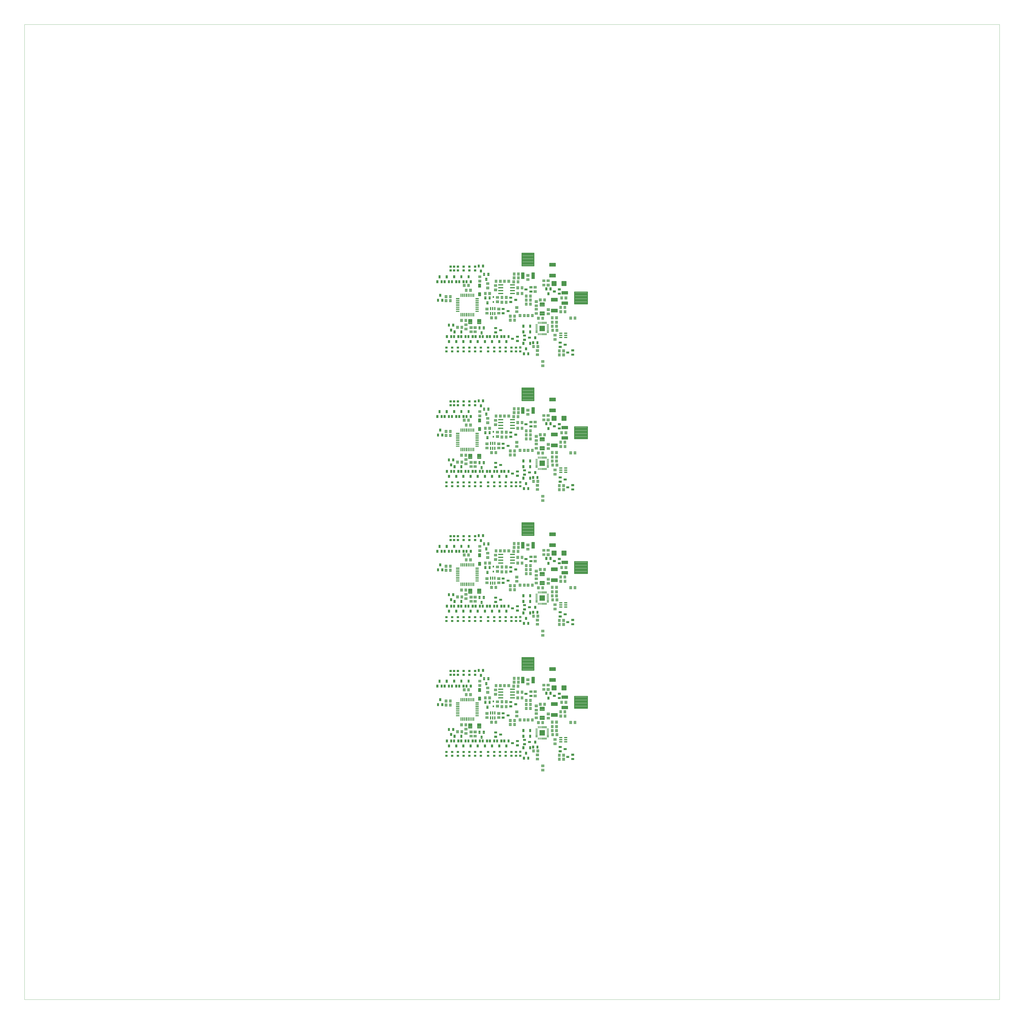
<source format=gtp>
G04 FAB 3000 Version 5.10.2 - Professional Gerber/CAM Software*
G04 RS274-X Output*
%FSDAX24Y24*%
%MIA0B0*%
%MOIN*%
%SFA1.000000B1.000000*%

%IPPOS*%
%ADD41C,0.001800*%
%ADD61C,0.005000*%
%ADD76C,0.000900*%
%ADD78C,0.004600*%
%ADD79C,0.003500*%
%ADD80C,0.006100*%
%ADD81C,0.007100*%
%ADD82C,0.001600*%
%ADD83C,0.002100*%
%ADD85C,0.005700*%
%ADD86C,0.017900*%
%ADD87C,0.002500*%
%ADD88C,0.008500*%
%ADD151R,0.095000X0.095000*%
%LNam010_0*%
%LPD*%
G54D78*
X000000Y000000D02*
G01X170000Y000000D01*
X170000Y170000*
X000000Y170000*
X000000Y000000*
G54D79*
X091110Y053653D02*
G01X091110Y053175D01*
X087646Y053151D02*
G01X087646Y053471D01*
X090790Y053211D02*
G01X091110Y053211D01*
X090790Y053175D02*
G01X090790Y053653D01*
X091538Y053211D02*
G01X091858Y053211D01*
X091538Y053175D02*
G01X091538Y053653D01*
X091858Y053653D02*
G01X091858Y053175D01*
X092993Y053170D02*
G01X092993Y053490D01*
X093471Y053170D02*
G01X093471Y053490D01*
X092993Y053218D02*
G01X093471Y053218D01*
G54D78*
X088775Y052829D02*
G01X089267Y052829D01*
X088775Y053144D02*
G01X088775Y052730D01*
X089267Y053144D02*
G01X089267Y052730D01*
G54D86*
X098126Y052847D02*
G01X098126Y050785D01*
X095906Y052847D02*
G01X095906Y050785D01*
G54D79*
X088034Y052825D02*
G01X088512Y052825D01*
X088034Y052777D02*
G01X088034Y053097D01*
X088512Y052777D02*
G01X088512Y053097D01*
X092126Y052796D02*
G01X092126Y053116D01*
G54D85*
X093658Y052459D02*
G01X093658Y052969D01*
G54D79*
X092604Y053116D02*
G01X092604Y052796D01*
G54D85*
X094720Y052969D02*
G01X094720Y052459D01*
G54D86*
X095906Y052847D02*
G01X098126Y052847D01*
G54D85*
X093658Y052801D02*
G01X094720Y052801D01*
G54D79*
X092604Y052810D02*
G01X092126Y052810D01*
G54D78*
X086925Y052853D02*
G01X086925Y052361D01*
X086177Y052853D02*
G01X086177Y052361D01*
X086511Y052361D02*
G01X086511Y052853D01*
X081280Y052852D02*
G01X081280Y052360D01*
X080866Y052360D02*
G01X080866Y052852D01*
X080532Y052852D02*
G01X080532Y052360D01*
X080118Y052360D02*
G01X080118Y052852D01*
X081280Y052807D02*
G01X080866Y052807D01*
X080532Y052807D02*
G01X080118Y052807D01*
X085763Y052808D02*
G01X086177Y052808D01*
X086511Y052808D02*
G01X086925Y052808D01*
X085763Y052361D02*
G01X085763Y052853D01*
X087243Y051210D02*
G01X087243Y051702D01*
G54D79*
X085376Y051556D02*
G01X085854Y051556D01*
X085376Y051658D02*
G01X085376Y051338D01*
X085854Y051658D02*
G01X085854Y051338D01*
G54D78*
X087243Y050510D02*
G01X087243Y051002D01*
X087657Y052402D02*
G01X087657Y051910D01*
X087991Y052177D02*
G01X088405Y052177D01*
X087991Y051910D02*
G01X087991Y052402D01*
X088405Y052402D02*
G01X088405Y051910D01*
G54D86*
X098126Y052135D02*
G01X095906Y052135D01*
G54D80*
X091838Y051231D02*
G01X091838Y051783D01*
X092910Y051783D02*
G01X092910Y051231D01*
G54D78*
X093418Y051585D02*
G01X093418Y052077D01*
G54D80*
X091838Y051783D02*
G01X092910Y051783D01*
G54D78*
X093418Y051807D02*
G01X093832Y051807D01*
X093832Y052077D02*
G01X093832Y051585D01*
X094166Y051585D02*
G01X094166Y052077D01*
X094580Y052077D02*
G01X094580Y051585D01*
G54D86*
X098126Y051779D02*
G01X095906Y051779D01*
G54D78*
X094166Y051807D02*
G01X094580Y051807D01*
X086296Y055582D02*
G01X086296Y055090D01*
X085882Y055090D02*
G01X085882Y055582D01*
X086296Y055090D02*
G01X085882Y055090D01*
X085548Y055582D02*
G01X085548Y055090D01*
X085134Y055090D02*
G01X085134Y055582D01*
X085548Y055090D02*
G01X085134Y055090D01*
G54D79*
X080329Y054836D02*
G01X080329Y055314D01*
X080649Y055314D02*
G01X080649Y054836D01*
G54D78*
X087984Y055055D02*
G01X087492Y055055D01*
X087984Y055235D02*
G01X087984Y054821D01*
X087492Y054821D02*
G01X087492Y055235D01*
G54D79*
X080329Y055076D02*
G01X080649Y055076D01*
G54D86*
X086738Y058570D02*
G01X088800Y058570D01*
X086738Y057418D02*
G01X086738Y059638D01*
X088800Y059638D02*
G01X088800Y057418D01*
G54D78*
X087492Y055578D02*
G01X087984Y055578D01*
X087984Y055623D02*
G01X087492Y055623D01*
X087492Y055668D02*
G01X087984Y055668D01*
X087984Y055713D02*
G01X087492Y055713D01*
X087492Y055758D02*
G01X087984Y055758D01*
X087984Y055569D02*
G01X087492Y055569D01*
X087492Y055100D02*
G01X087984Y055100D01*
X087984Y055145D02*
G01X087492Y055145D01*
X087492Y055190D02*
G01X087984Y055190D01*
X087492Y055235D02*
G01X087984Y055235D01*
X087657Y051702D02*
G01X087657Y051210D01*
X088405Y051702D02*
G01X088405Y051210D01*
X088405Y051210D02*
G01X087991Y051210D01*
X087991Y051210D02*
G01X087991Y051702D01*
X088953Y051008D02*
G01X088953Y051422D01*
X089445Y051422D02*
G01X089445Y051008D01*
X089445Y051197D02*
G01X088953Y051197D01*
G54D80*
X092910Y051231D02*
G01X091838Y051231D01*
G54D86*
X095906Y051245D02*
G01X098126Y051245D01*
G54D79*
X087168Y053151D02*
G01X087168Y053471D01*
G54D78*
X086925Y053845D02*
G01X086925Y053353D01*
X086511Y053353D02*
G01X086511Y053845D01*
X086177Y053845D02*
G01X086177Y053353D01*
X086177Y053440D02*
G01X085763Y053440D01*
X085763Y053353D02*
G01X085763Y053845D01*
X086925Y053440D02*
G01X086511Y053440D01*
X087243Y051910D02*
G01X087243Y052402D01*
X086925Y053710D02*
G01X086511Y053710D01*
X086511Y053755D02*
G01X086925Y053755D01*
X086925Y053800D02*
G01X086511Y053800D01*
X086511Y053845D02*
G01X086925Y053845D01*
X086511Y053665D02*
G01X086925Y053665D01*
X086925Y053620D02*
G01X086511Y053620D01*
X086511Y053575D02*
G01X086925Y053575D01*
X086511Y053485D02*
G01X086925Y053485D01*
X086925Y053530D02*
G01X086511Y053530D01*
X086177Y053620D02*
G01X085763Y053620D01*
X085763Y053845D02*
G01X086177Y053845D01*
X086177Y053800D02*
G01X085763Y053800D01*
X085763Y053755D02*
G01X086177Y053755D01*
X086177Y053710D02*
G01X085763Y053710D01*
X085763Y053665D02*
G01X086177Y053665D01*
X085763Y053575D02*
G01X086177Y053575D01*
X086177Y053530D02*
G01X085763Y053530D01*
X085763Y053485D02*
G01X086177Y053485D01*
G54D83*
X084653Y053513D02*
G01X084653Y053705D01*
X085475Y053705D02*
G01X085475Y053513D01*
X085475Y054013D02*
G01X084653Y054013D01*
X085475Y053645D02*
G01X084653Y053645D01*
X084653Y053665D02*
G01X085475Y053665D01*
X085475Y053685D02*
G01X084653Y053685D01*
X085475Y053525D02*
G01X084653Y053525D01*
X084653Y053545D02*
G01X085475Y053545D01*
X085475Y053565D02*
G01X084653Y053565D01*
X084653Y053585D02*
G01X085475Y053585D01*
X085475Y053605D02*
G01X084653Y053605D01*
X084653Y053625D02*
G01X085475Y053625D01*
X085475Y053513D02*
G01X084653Y053513D01*
X084653Y053705D02*
G01X085475Y053705D01*
G54D78*
X086228Y054888D02*
G01X086228Y054396D01*
X085814Y054396D02*
G01X086228Y054396D01*
X085480Y054888D02*
G01X085480Y054396D01*
X085814Y054396D02*
G01X085814Y054888D01*
X080995Y054402D02*
G01X080503Y054402D01*
X080503Y054123D02*
G01X080503Y054537D01*
X080995Y054123D02*
G01X080995Y054537D01*
X085066Y054396D02*
G01X085066Y054888D01*
X085066Y054396D02*
G01X085480Y054396D01*
G54D83*
X084653Y054165D02*
G01X085475Y054165D01*
X085475Y054185D02*
G01X084653Y054185D01*
X084653Y054205D02*
G01X085475Y054205D01*
X084653Y054045D02*
G01X085475Y054045D01*
X085475Y054065D02*
G01X084653Y054065D01*
X084653Y054085D02*
G01X085475Y054085D01*
X085475Y054105D02*
G01X084653Y054105D01*
X084653Y054125D02*
G01X085475Y054125D01*
X085475Y054145D02*
G01X084653Y054145D01*
G54D78*
X080118Y052852D02*
G01X080532Y052852D01*
X080866Y052852D02*
G01X081280Y052852D01*
X081866Y053034D02*
G01X081866Y053448D01*
X080503Y053519D02*
G01X080995Y053519D01*
X080995Y053564D02*
G01X080503Y053564D01*
X080503Y053609D02*
G01X080995Y053609D01*
X080995Y053375D02*
G01X080995Y053789D01*
X080995Y053375D02*
G01X080503Y053375D01*
X080503Y053375D02*
G01X080503Y053789D01*
X080503Y053789D02*
G01X080995Y053789D01*
X080995Y053744D02*
G01X080503Y053744D01*
X080503Y053699D02*
G01X080995Y053699D01*
X080995Y053654D02*
G01X080503Y053654D01*
X080995Y053474D02*
G01X080503Y053474D01*
X080503Y053429D02*
G01X080995Y053429D01*
X080995Y053384D02*
G01X080503Y053384D01*
G54D83*
X082606Y053013D02*
G01X082606Y053205D01*
G54D78*
X082358Y053448D02*
G01X082358Y053034D01*
G54D83*
X083428Y053013D02*
G01X083428Y053205D01*
X082606Y053125D02*
G01X083428Y053125D01*
X083428Y053145D02*
G01X082606Y053145D01*
X082606Y053165D02*
G01X083428Y053165D01*
X083428Y053185D02*
G01X082606Y053185D01*
X082606Y053205D02*
G01X083428Y053205D01*
X083428Y053013D02*
G01X082606Y053013D01*
X083428Y053025D02*
G01X082606Y053025D01*
X082606Y053045D02*
G01X083428Y053045D01*
X083428Y053065D02*
G01X082606Y053065D01*
X082606Y053085D02*
G01X083428Y053085D01*
X083428Y053105D02*
G01X082606Y053105D01*
X082606Y053513D02*
G01X082606Y053705D01*
X083428Y053513D02*
G01X083428Y053705D01*
X083428Y053525D02*
G01X082606Y053525D01*
X083428Y053513D02*
G01X082606Y053513D01*
X083428Y053565D02*
G01X082606Y053565D01*
X082606Y053545D02*
G01X083428Y053545D01*
X083428Y054013D02*
G01X082606Y054013D01*
X082606Y053585D02*
G01X083428Y053585D01*
X083428Y053605D02*
G01X082606Y053605D01*
X082606Y053705D02*
G01X083428Y053705D01*
X083428Y053685D02*
G01X082606Y053685D01*
X082606Y053665D02*
G01X083428Y053665D01*
X083428Y053645D02*
G01X082606Y053645D01*
X082606Y053625D02*
G01X083428Y053625D01*
G54D78*
X082200Y051724D02*
G01X082692Y051724D01*
X082692Y051769D02*
G01X082200Y051769D01*
X082200Y051814D02*
G01X082692Y051814D01*
X082692Y051859D02*
G01X082200Y051859D01*
X082200Y051904D02*
G01X082692Y051904D01*
X082692Y051949D02*
G01X082200Y051949D01*
X082200Y051994D02*
G01X082692Y051994D01*
X082692Y052039D02*
G01X082200Y052039D01*
X082200Y052084D02*
G01X082692Y052084D01*
X082692Y051715D02*
G01X082200Y051715D01*
X082200Y052129D02*
G01X082692Y052129D01*
G54D82*
X078612Y051688D02*
G01X079166Y051688D01*
X079166Y051778D02*
G01X079166Y051638D01*
X078612Y051638D02*
G01X078612Y051778D01*
X079166Y049814D02*
G01X078612Y049814D01*
X079166Y049889D02*
G01X079166Y049749D01*
X078612Y049749D02*
G01X078612Y049889D01*
X078612Y049829D02*
G01X079166Y049829D01*
X078612Y049889D02*
G01X079166Y049889D01*
X079166Y049874D02*
G01X078612Y049874D01*
X078612Y049859D02*
G01X079166Y049859D01*
X079166Y049844D02*
G01X078612Y049844D01*
X078612Y050204D02*
G01X079166Y050204D01*
X078612Y050064D02*
G01X078612Y050204D01*
X079166Y050064D02*
G01X078612Y050064D01*
X079166Y050204D02*
G01X079166Y050064D01*
X078612Y050084D02*
G01X079166Y050084D01*
X079166Y050069D02*
G01X078612Y050069D01*
X079166Y050099D02*
G01X078612Y050099D01*
X078612Y050114D02*
G01X079166Y050114D01*
X079166Y050129D02*
G01X078612Y050129D01*
X078612Y050144D02*
G01X079166Y050144D01*
X079166Y050159D02*
G01X078612Y050159D01*
X078612Y050174D02*
G01X079166Y050174D01*
X079166Y050189D02*
G01X078612Y050189D01*
G54D78*
X086045Y049973D02*
G01X086045Y050387D01*
X085553Y050117D02*
G01X086045Y050117D01*
X085553Y049973D02*
G01X085553Y050387D01*
X082417Y050120D02*
G01X082909Y050120D01*
G54D41*
X082066Y050109D02*
G01X081908Y050109D01*
X081318Y050109D02*
G01X081160Y050109D01*
X081692Y050109D02*
G01X081534Y050109D01*
G54D78*
X080367Y050120D02*
G01X080859Y050120D01*
G54D82*
X078612Y050429D02*
G01X079166Y050429D01*
X079166Y050414D02*
G01X078612Y050414D01*
X078612Y050399D02*
G01X079166Y050399D01*
X079166Y050384D02*
G01X078612Y050384D01*
X079166Y050444D02*
G01X078612Y050444D01*
X078612Y050459D02*
G01X079166Y050459D01*
X079166Y050474D02*
G01X078612Y050474D01*
X078612Y050489D02*
G01X079166Y050489D01*
X079166Y050504D02*
G01X078612Y050504D01*
X079166Y050519D02*
G01X079166Y050379D01*
X079166Y050379D02*
G01X078612Y050379D01*
X078612Y050379D02*
G01X078612Y050519D01*
X078612Y050519D02*
G01X079166Y050519D01*
X078612Y050803D02*
G01X079166Y050803D01*
X079166Y050788D02*
G01X078612Y050788D01*
X078612Y050773D02*
G01X079166Y050773D01*
X079166Y050758D02*
G01X078612Y050758D01*
X079166Y050818D02*
G01X078612Y050818D01*
X078612Y050833D02*
G01X079166Y050833D01*
X078612Y050693D02*
G01X078612Y050833D01*
X079166Y050693D02*
G01X078612Y050693D01*
X079166Y050833D02*
G01X079166Y050693D01*
X078612Y050743D02*
G01X079166Y050743D01*
X079166Y050728D02*
G01X078612Y050728D01*
X078612Y050713D02*
G01X079166Y050713D01*
X079166Y050698D02*
G01X078612Y050698D01*
X078612Y051148D02*
G01X079166Y051148D01*
X079166Y051133D02*
G01X078612Y051133D01*
X078612Y051118D02*
G01X079166Y051118D01*
X079166Y051103D02*
G01X078612Y051103D01*
X078612Y051008D02*
G01X078612Y051148D01*
X079166Y051008D02*
G01X078612Y051008D01*
X079166Y051148D02*
G01X079166Y051008D01*
X078612Y051088D02*
G01X079166Y051088D01*
X079166Y051073D02*
G01X078612Y051073D01*
X078612Y051058D02*
G01X079166Y051058D01*
X079166Y051043D02*
G01X078612Y051043D01*
X078612Y051028D02*
G01X079166Y051028D01*
X079166Y051013D02*
G01X078612Y051013D01*
X075786Y050379D02*
G01X075786Y050519D01*
X075232Y050379D02*
G01X075232Y050519D01*
X075232Y050519D02*
G01X075786Y050519D01*
X078612Y051463D02*
G01X079166Y051463D01*
X079166Y051323D02*
G01X078612Y051323D01*
X078612Y051343D02*
G01X079166Y051343D01*
X079166Y051328D02*
G01X078612Y051328D01*
X079166Y051448D02*
G01X078612Y051448D01*
X078612Y051433D02*
G01X079166Y051433D01*
X079166Y051418D02*
G01X078612Y051418D01*
X078612Y051403D02*
G01X079166Y051403D01*
X079166Y051388D02*
G01X078612Y051388D01*
X078612Y051373D02*
G01X079166Y051373D01*
X078612Y051323D02*
G01X078612Y051463D01*
X079166Y051463D02*
G01X079166Y051323D01*
X079166Y051358D02*
G01X078612Y051358D01*
X079166Y051638D02*
G01X078612Y051638D01*
X079166Y051673D02*
G01X078612Y051673D01*
X078612Y051658D02*
G01X079166Y051658D01*
X079166Y051643D02*
G01X078612Y051643D01*
G54D79*
X080913Y051636D02*
G01X081233Y051636D01*
X080165Y051636D02*
G01X080485Y051636D01*
X081233Y051670D02*
G01X080913Y051670D01*
X080913Y051704D02*
G01X081233Y051704D01*
X081233Y051738D02*
G01X080913Y051738D01*
X080913Y051772D02*
G01X081233Y051772D01*
X081233Y051806D02*
G01X080913Y051806D01*
X080485Y051806D02*
G01X080165Y051806D01*
X080165Y051772D02*
G01X080485Y051772D01*
X080485Y051738D02*
G01X080165Y051738D01*
X080165Y051704D02*
G01X080485Y051704D01*
X080485Y051670D02*
G01X080165Y051670D01*
X081233Y051602D02*
G01X080913Y051602D01*
X080485Y051600D02*
G01X080165Y051600D01*
X080485Y051602D02*
G01X080165Y051602D01*
X081233Y051600D02*
G01X080913Y051600D01*
G54D87*
X081612Y051848D02*
G01X081612Y052110D01*
G54D79*
X080913Y051600D02*
G01X080913Y052078D01*
X081233Y052078D02*
G01X081233Y051600D01*
X080165Y051600D02*
G01X080165Y052078D01*
X080485Y052078D02*
G01X080485Y051600D01*
G54D87*
X081836Y052110D02*
G01X081836Y051848D01*
G54D78*
X082200Y051715D02*
G01X082200Y052129D01*
G54D79*
X080165Y051840D02*
G01X080485Y051840D01*
G54D87*
X081836Y051848D02*
G01X081612Y051848D01*
G54D79*
X080913Y051840D02*
G01X081233Y051840D01*
G54D82*
X077741Y052078D02*
G01X077601Y052078D01*
X078231Y052019D02*
G01X078231Y052573D01*
X078371Y052019D02*
G01X078371Y052573D01*
X077916Y052019D02*
G01X077916Y052573D01*
X078056Y052019D02*
G01X078056Y052573D01*
X077741Y052019D02*
G01X077741Y052573D01*
X077426Y052019D02*
G01X077426Y052573D01*
X077601Y052019D02*
G01X077601Y052573D01*
X078371Y052078D02*
G01X078231Y052078D01*
X078056Y052078D02*
G01X077916Y052078D01*
G54D61*
X079126Y052151D02*
G01X079126Y052765D01*
X079572Y052765D02*
G01X079572Y052151D01*
G54D82*
X077601Y052393D02*
G01X077741Y052393D01*
X077741Y052408D02*
G01X077601Y052408D01*
X078231Y052393D02*
G01X078371Y052393D01*
X077916Y052393D02*
G01X078056Y052393D01*
X078056Y052408D02*
G01X077916Y052408D01*
X078371Y052408D02*
G01X078231Y052408D01*
G54D61*
X079572Y052422D02*
G01X079126Y052422D01*
G54D82*
X077601Y052333D02*
G01X077741Y052333D01*
G54D61*
X079572Y052324D02*
G01X079126Y052324D01*
G54D82*
X077916Y052333D02*
G01X078056Y052333D01*
X078231Y052333D02*
G01X078371Y052333D01*
X077741Y052348D02*
G01X077601Y052348D01*
X077601Y052363D02*
G01X077741Y052363D01*
X077741Y052378D02*
G01X077601Y052378D01*
X078056Y052348D02*
G01X077916Y052348D01*
G54D61*
X079126Y052373D02*
G01X079572Y052373D01*
G54D82*
X078231Y052363D02*
G01X078371Y052363D01*
X077916Y052363D02*
G01X078056Y052363D01*
X078371Y052378D02*
G01X078231Y052378D01*
X078056Y052378D02*
G01X077916Y052378D01*
X078371Y052348D02*
G01X078231Y052348D01*
G54D61*
X079126Y052177D02*
G01X079572Y052177D01*
G54D82*
X078231Y052183D02*
G01X078371Y052183D01*
X078371Y052168D02*
G01X078231Y052168D01*
X078231Y052153D02*
G01X078371Y052153D01*
X078371Y052138D02*
G01X078231Y052138D01*
X078231Y052123D02*
G01X078371Y052123D01*
X078371Y052108D02*
G01X078231Y052108D01*
X078231Y052093D02*
G01X078371Y052093D01*
G54D61*
X079572Y052151D02*
G01X079126Y052151D01*
G54D82*
X078231Y052213D02*
G01X078371Y052213D01*
X078371Y052198D02*
G01X078231Y052198D01*
G54D61*
X079572Y052226D02*
G01X079126Y052226D01*
X079126Y052275D02*
G01X079572Y052275D01*
G54D82*
X078371Y052258D02*
G01X078231Y052258D01*
X078371Y052228D02*
G01X078231Y052228D01*
X078231Y052243D02*
G01X078371Y052243D01*
X078371Y052318D02*
G01X078231Y052318D01*
X078231Y052303D02*
G01X078371Y052303D01*
X078371Y052288D02*
G01X078231Y052288D01*
X078231Y052273D02*
G01X078371Y052273D01*
G54D79*
X081233Y051874D02*
G01X080913Y051874D01*
X080485Y051874D02*
G01X080165Y051874D01*
X080165Y051908D02*
G01X080485Y051908D01*
X080485Y051942D02*
G01X080165Y051942D01*
G54D87*
X081836Y051966D02*
G01X081612Y051966D01*
X081612Y051942D02*
G01X081836Y051942D01*
X081836Y051918D02*
G01X081612Y051918D01*
X081612Y051894D02*
G01X081836Y051894D01*
X081836Y051870D02*
G01X081612Y051870D01*
G54D79*
X080913Y051908D02*
G01X081233Y051908D01*
X081233Y051942D02*
G01X080913Y051942D01*
X080165Y051976D02*
G01X080485Y051976D01*
G54D87*
X081612Y051990D02*
G01X081836Y051990D01*
G54D79*
X080913Y051976D02*
G01X081233Y051976D01*
X081233Y052010D02*
G01X080913Y052010D01*
X080913Y052044D02*
G01X081233Y052044D01*
X080913Y052078D02*
G01X081233Y052078D01*
G54D87*
X081612Y052086D02*
G01X081836Y052086D01*
X081836Y052062D02*
G01X081612Y052062D01*
X081612Y052038D02*
G01X081836Y052038D01*
X081612Y052110D02*
G01X081836Y052110D01*
X081836Y052014D02*
G01X081612Y052014D01*
G54D79*
X080485Y052078D02*
G01X080165Y052078D01*
X080165Y052044D02*
G01X080485Y052044D01*
X080485Y052010D02*
G01X080165Y052010D01*
G54D61*
X079126Y052471D02*
G01X079572Y052471D01*
G54D82*
X078371Y052468D02*
G01X078231Y052468D01*
X078056Y052468D02*
G01X077916Y052468D01*
X077741Y052468D02*
G01X077601Y052468D01*
X077601Y052423D02*
G01X077741Y052423D01*
X077741Y052438D02*
G01X077601Y052438D01*
X077601Y052453D02*
G01X077741Y052453D01*
X078231Y052453D02*
G01X078371Y052453D01*
X078371Y052438D02*
G01X078231Y052438D01*
X078231Y052423D02*
G01X078371Y052423D01*
X077916Y052453D02*
G01X078056Y052453D01*
X078056Y052438D02*
G01X077916Y052438D01*
X077916Y052423D02*
G01X078056Y052423D01*
X077601Y052483D02*
G01X077741Y052483D01*
X077916Y052483D02*
G01X078056Y052483D01*
X078231Y052483D02*
G01X078371Y052483D01*
G54D61*
X079572Y052520D02*
G01X079126Y052520D01*
G54D82*
X077741Y052498D02*
G01X077601Y052498D01*
X078056Y052498D02*
G01X077916Y052498D01*
X078371Y052498D02*
G01X078231Y052498D01*
X077601Y052093D02*
G01X077741Y052093D01*
X077741Y052108D02*
G01X077601Y052108D01*
X077601Y052123D02*
G01X077741Y052123D01*
X077741Y052138D02*
G01X077601Y052138D01*
X077601Y052153D02*
G01X077741Y052153D01*
X077741Y052168D02*
G01X077601Y052168D01*
X077601Y052183D02*
G01X077741Y052183D01*
X077916Y052183D02*
G01X078056Y052183D01*
X078056Y052168D02*
G01X077916Y052168D01*
X077916Y052153D02*
G01X078056Y052153D01*
X077916Y052123D02*
G01X078056Y052123D01*
X078056Y052138D02*
G01X077916Y052138D01*
X077916Y052093D02*
G01X078056Y052093D01*
X078056Y052108D02*
G01X077916Y052108D01*
X077741Y052198D02*
G01X077601Y052198D01*
X077601Y052213D02*
G01X077741Y052213D01*
X078056Y052198D02*
G01X077916Y052198D01*
X077916Y052213D02*
G01X078056Y052213D01*
X077741Y052228D02*
G01X077601Y052228D01*
X077601Y052243D02*
G01X077741Y052243D01*
X077601Y052273D02*
G01X077741Y052273D01*
X077741Y052288D02*
G01X077601Y052288D01*
X077601Y052303D02*
G01X077741Y052303D01*
X077741Y052318D02*
G01X077601Y052318D01*
X078056Y052228D02*
G01X077916Y052228D01*
X077916Y052243D02*
G01X078056Y052243D01*
X078056Y052318D02*
G01X077916Y052318D01*
X077916Y052303D02*
G01X078056Y052303D01*
X078056Y052288D02*
G01X077916Y052288D01*
X077916Y052273D02*
G01X078056Y052273D01*
X077741Y052258D02*
G01X077601Y052258D01*
X078056Y052258D02*
G01X077916Y052258D01*
X077111Y052288D02*
G01X076971Y052288D01*
X076971Y052303D02*
G01X077111Y052303D01*
X076971Y052019D02*
G01X076971Y052573D01*
X077111Y052019D02*
G01X077111Y052573D01*
X077286Y052019D02*
G01X077286Y052573D01*
X076796Y052288D02*
G01X076656Y052288D01*
X076656Y052303D02*
G01X076796Y052303D01*
X076656Y052019D02*
G01X076656Y052573D01*
X076796Y052019D02*
G01X076796Y052573D01*
X076481Y052288D02*
G01X076341Y052288D01*
X076341Y052303D02*
G01X076481Y052303D01*
X076341Y052019D02*
G01X076341Y052573D01*
X076481Y052019D02*
G01X076481Y052573D01*
X076166Y052288D02*
G01X076026Y052288D01*
X076026Y052303D02*
G01X076166Y052303D01*
X076026Y052019D02*
G01X076026Y052573D01*
X076166Y052019D02*
G01X076166Y052573D01*
X077426Y052288D02*
G01X077286Y052288D01*
X077286Y052303D02*
G01X077426Y052303D01*
X076166Y052348D02*
G01X076026Y052348D01*
X076026Y052333D02*
G01X076166Y052333D01*
X076166Y052318D02*
G01X076026Y052318D01*
X076166Y052408D02*
G01X076026Y052408D01*
X076026Y052423D02*
G01X076166Y052423D01*
X076166Y052378D02*
G01X076026Y052378D01*
X076026Y052393D02*
G01X076166Y052393D01*
X076026Y052363D02*
G01X076166Y052363D01*
X076166Y052438D02*
G01X076026Y052438D01*
X076026Y052453D02*
G01X076166Y052453D01*
X076481Y052348D02*
G01X076341Y052348D01*
X076341Y052333D02*
G01X076481Y052333D01*
X076481Y052318D02*
G01X076341Y052318D01*
X076481Y052408D02*
G01X076341Y052408D01*
X076341Y052423D02*
G01X076481Y052423D01*
X076481Y052378D02*
G01X076341Y052378D01*
X076341Y052393D02*
G01X076481Y052393D01*
X076341Y052363D02*
G01X076481Y052363D01*
X076341Y052453D02*
G01X076481Y052453D01*
X076481Y052438D02*
G01X076341Y052438D01*
X076796Y052348D02*
G01X076656Y052348D01*
X076656Y052333D02*
G01X076796Y052333D01*
X076796Y052318D02*
G01X076656Y052318D01*
X076796Y052408D02*
G01X076656Y052408D01*
X076656Y052423D02*
G01X076796Y052423D01*
X076656Y052393D02*
G01X076796Y052393D01*
X076796Y052378D02*
G01X076656Y052378D01*
X076656Y052363D02*
G01X076796Y052363D01*
X076796Y052438D02*
G01X076656Y052438D01*
X076656Y052453D02*
G01X076796Y052453D01*
X077111Y052348D02*
G01X076971Y052348D01*
X076971Y052333D02*
G01X077111Y052333D01*
X077111Y052318D02*
G01X076971Y052318D01*
X076971Y052423D02*
G01X077111Y052423D01*
X077111Y052408D02*
G01X076971Y052408D01*
X076971Y052393D02*
G01X077111Y052393D01*
X077111Y052378D02*
G01X076971Y052378D01*
X076971Y052363D02*
G01X077111Y052363D01*
X076971Y052453D02*
G01X077111Y052453D01*
X077111Y052438D02*
G01X076971Y052438D01*
X077426Y052348D02*
G01X077286Y052348D01*
X077286Y052333D02*
G01X077426Y052333D01*
X077426Y052318D02*
G01X077286Y052318D01*
X077286Y052423D02*
G01X077426Y052423D01*
X077426Y052408D02*
G01X077286Y052408D01*
X077286Y052393D02*
G01X077426Y052393D01*
X077426Y052378D02*
G01X077286Y052378D01*
X077286Y052363D02*
G01X077426Y052363D01*
X077286Y052453D02*
G01X077426Y052453D01*
X077426Y052438D02*
G01X077286Y052438D01*
G54D83*
X082606Y052513D02*
G01X082606Y052705D01*
X083428Y052513D02*
G01X083428Y052705D01*
X082606Y052625D02*
G01X083428Y052625D01*
X083428Y052605D02*
G01X082606Y052605D01*
X082606Y052585D02*
G01X083428Y052585D01*
X083428Y052565D02*
G01X082606Y052565D01*
X082606Y052545D02*
G01X083428Y052545D01*
X083428Y052525D02*
G01X082606Y052525D01*
X083428Y052513D02*
G01X082606Y052513D01*
X082606Y052705D02*
G01X083428Y052705D01*
X083428Y052685D02*
G01X082606Y052685D01*
X082606Y052665D02*
G01X083428Y052665D01*
X083428Y052645D02*
G01X082606Y052645D01*
G54D61*
X079126Y052667D02*
G01X079572Y052667D01*
X079572Y052716D02*
G01X079126Y052716D01*
X079126Y052765D02*
G01X079572Y052765D01*
X079572Y052618D02*
G01X079126Y052618D01*
X079126Y052569D02*
G01X079572Y052569D01*
G54D82*
X077601Y052573D02*
G01X077741Y052573D01*
X077741Y052558D02*
G01X077601Y052558D01*
X078231Y052513D02*
G01X078371Y052513D01*
X077916Y052513D02*
G01X078056Y052513D01*
X077601Y052513D02*
G01X077741Y052513D01*
X077601Y052543D02*
G01X077741Y052543D01*
X077916Y052573D02*
G01X078056Y052573D01*
X078056Y052558D02*
G01X077916Y052558D01*
X077916Y052543D02*
G01X078056Y052543D01*
X078231Y052573D02*
G01X078371Y052573D01*
X078371Y052558D02*
G01X078231Y052558D01*
X078231Y052543D02*
G01X078371Y052543D01*
X077741Y052528D02*
G01X077601Y052528D01*
X078056Y052528D02*
G01X077916Y052528D01*
X078371Y052528D02*
G01X078231Y052528D01*
X076026Y052033D02*
G01X076166Y052033D01*
X076166Y052048D02*
G01X076026Y052048D01*
X076166Y052019D02*
G01X076026Y052019D01*
X076026Y052063D02*
G01X076166Y052063D01*
X076166Y052078D02*
G01X076026Y052078D01*
X076026Y052093D02*
G01X076166Y052093D01*
X076166Y052108D02*
G01X076026Y052108D01*
X076026Y052123D02*
G01X076166Y052123D01*
X076166Y052138D02*
G01X076026Y052138D01*
X076026Y052153D02*
G01X076166Y052153D01*
X076026Y052213D02*
G01X076166Y052213D01*
X076166Y052258D02*
G01X076026Y052258D01*
X076166Y052228D02*
G01X076026Y052228D01*
X076026Y052243D02*
G01X076166Y052243D01*
X076166Y052198D02*
G01X076026Y052198D01*
X076166Y052168D02*
G01X076026Y052168D01*
X076026Y052183D02*
G01X076166Y052183D01*
X076026Y052273D02*
G01X076166Y052273D01*
X076341Y052123D02*
G01X076481Y052123D01*
X076481Y052019D02*
G01X076341Y052019D01*
X076481Y052048D02*
G01X076341Y052048D01*
X076341Y052033D02*
G01X076481Y052033D01*
X076341Y052063D02*
G01X076481Y052063D01*
X076481Y052108D02*
G01X076341Y052108D01*
X076341Y052093D02*
G01X076481Y052093D01*
X076481Y052078D02*
G01X076341Y052078D01*
X076341Y052153D02*
G01X076481Y052153D01*
X076481Y052138D02*
G01X076341Y052138D01*
X076341Y052213D02*
G01X076481Y052213D01*
X076481Y052258D02*
G01X076341Y052258D01*
X076481Y052228D02*
G01X076341Y052228D01*
X076341Y052243D02*
G01X076481Y052243D01*
X076481Y052198D02*
G01X076341Y052198D01*
X076481Y052168D02*
G01X076341Y052168D01*
X076341Y052183D02*
G01X076481Y052183D01*
X076341Y052273D02*
G01X076481Y052273D01*
X076656Y052123D02*
G01X076796Y052123D01*
X076656Y052033D02*
G01X076796Y052033D01*
X076796Y052048D02*
G01X076656Y052048D01*
X076796Y052019D02*
G01X076656Y052019D01*
X076656Y052063D02*
G01X076796Y052063D01*
X076796Y052078D02*
G01X076656Y052078D01*
X076796Y052108D02*
G01X076656Y052108D01*
X076656Y052093D02*
G01X076796Y052093D01*
X076656Y052153D02*
G01X076796Y052153D01*
X076796Y052138D02*
G01X076656Y052138D01*
X076656Y052213D02*
G01X076796Y052213D01*
X076796Y052258D02*
G01X076656Y052258D01*
X076796Y052228D02*
G01X076656Y052228D01*
X076656Y052243D02*
G01X076796Y052243D01*
X076796Y052198D02*
G01X076656Y052198D01*
X076656Y052183D02*
G01X076796Y052183D01*
X076796Y052168D02*
G01X076656Y052168D01*
X076656Y052273D02*
G01X076796Y052273D01*
X076971Y052123D02*
G01X077111Y052123D01*
X076971Y052033D02*
G01X077111Y052033D01*
X077111Y052048D02*
G01X076971Y052048D01*
X077111Y052019D02*
G01X076971Y052019D01*
X076971Y052063D02*
G01X077111Y052063D01*
X077111Y052078D02*
G01X076971Y052078D01*
X076971Y052093D02*
G01X077111Y052093D01*
X077111Y052108D02*
G01X076971Y052108D01*
X076971Y052153D02*
G01X077111Y052153D01*
X077111Y052138D02*
G01X076971Y052138D01*
X077111Y052258D02*
G01X076971Y052258D01*
X076971Y052243D02*
G01X077111Y052243D01*
X077111Y052228D02*
G01X076971Y052228D01*
X076971Y052213D02*
G01X077111Y052213D01*
X077111Y052198D02*
G01X076971Y052198D01*
X076971Y052183D02*
G01X077111Y052183D01*
X077111Y052168D02*
G01X076971Y052168D01*
X076971Y052273D02*
G01X077111Y052273D01*
X077286Y052153D02*
G01X077426Y052153D01*
X077426Y052138D02*
G01X077286Y052138D01*
X077286Y052213D02*
G01X077426Y052213D01*
X077426Y052228D02*
G01X077286Y052228D01*
X077286Y052243D02*
G01X077426Y052243D01*
X077426Y052258D02*
G01X077286Y052258D01*
X077426Y052198D02*
G01X077286Y052198D01*
X077286Y052183D02*
G01X077426Y052183D01*
X077426Y052168D02*
G01X077286Y052168D01*
X077286Y052273D02*
G01X077426Y052273D01*
G54D78*
X074430Y051242D02*
G01X074016Y051242D01*
X074430Y051332D02*
G01X074016Y051332D01*
X074016Y051287D02*
G01X074430Y051287D01*
X074430Y051110D02*
G01X074016Y051110D01*
X074016Y051197D02*
G01X074430Y051197D01*
X074430Y051152D02*
G01X074016Y051152D01*
X074016Y051377D02*
G01X074430Y051377D01*
X074430Y051602D02*
G01X074430Y051110D01*
X074016Y051110D02*
G01X074016Y051602D01*
X074430Y051512D02*
G01X074016Y051512D01*
X074430Y051602D02*
G01X074016Y051602D01*
X074016Y051557D02*
G01X074430Y051557D01*
X074430Y051422D02*
G01X074016Y051422D01*
X074016Y051467D02*
G01X074430Y051467D01*
G54D82*
X075786Y051643D02*
G01X075232Y051643D01*
X075232Y051658D02*
G01X075786Y051658D01*
X075786Y051673D02*
G01X075232Y051673D01*
X075232Y051688D02*
G01X075786Y051688D01*
X075786Y051703D02*
G01X075232Y051703D01*
X075232Y051718D02*
G01X075786Y051718D01*
X075232Y051778D02*
G01X075786Y051778D01*
X075232Y051638D02*
G01X075232Y051778D01*
X075786Y051638D02*
G01X075232Y051638D01*
X075786Y051638D02*
G01X075786Y051778D01*
X075786Y051763D02*
G01X075232Y051763D01*
X075232Y051748D02*
G01X075786Y051748D01*
X075786Y051733D02*
G01X075232Y051733D01*
X075786Y051328D02*
G01X075232Y051328D01*
X075232Y051343D02*
G01X075786Y051343D01*
X075786Y051323D02*
G01X075232Y051323D01*
X075786Y051358D02*
G01X075232Y051358D01*
X075786Y051448D02*
G01X075232Y051448D01*
X075232Y051433D02*
G01X075786Y051433D01*
X075786Y051418D02*
G01X075232Y051418D01*
X075232Y051403D02*
G01X075786Y051403D01*
X075786Y051388D02*
G01X075232Y051388D01*
X075232Y051373D02*
G01X075786Y051373D01*
X075232Y051463D02*
G01X075786Y051463D01*
X075232Y051323D02*
G01X075232Y051463D01*
X075786Y051323D02*
G01X075786Y051463D01*
X075786Y050698D02*
G01X075232Y050698D01*
X075232Y050713D02*
G01X075786Y050713D01*
X075786Y050728D02*
G01X075232Y050728D01*
X075232Y050743D02*
G01X075786Y050743D01*
X075786Y050758D02*
G01X075232Y050758D01*
X075232Y050773D02*
G01X075786Y050773D01*
X075786Y050693D02*
G01X075786Y050833D01*
X075786Y050693D02*
G01X075232Y050693D01*
X075232Y050693D02*
G01X075232Y050833D01*
X075786Y050788D02*
G01X075232Y050788D01*
X075232Y050803D02*
G01X075786Y050803D01*
X075786Y050818D02*
G01X075232Y050818D01*
X075232Y050833D02*
G01X075786Y050833D01*
X075786Y051008D02*
G01X075786Y051148D01*
X075786Y051008D02*
G01X075232Y051008D01*
X075232Y051008D02*
G01X075232Y051148D01*
X075232Y051148D02*
G01X075786Y051148D01*
X075786Y051133D02*
G01X075232Y051133D01*
X075232Y051118D02*
G01X075786Y051118D01*
X075786Y051103D02*
G01X075232Y051103D01*
X075232Y051088D02*
G01X075786Y051088D01*
X075786Y051073D02*
G01X075232Y051073D01*
X075232Y051058D02*
G01X075786Y051058D01*
X075786Y051043D02*
G01X075232Y051043D01*
X075232Y051028D02*
G01X075786Y051028D01*
X075786Y051013D02*
G01X075232Y051013D01*
X075786Y050064D02*
G01X075232Y050064D01*
X075786Y050064D02*
G01X075786Y050204D01*
X075232Y050064D02*
G01X075232Y050204D01*
X075232Y050204D02*
G01X075786Y050204D01*
X075786Y050189D02*
G01X075232Y050189D01*
X075232Y050174D02*
G01X075786Y050174D01*
X075786Y050069D02*
G01X075232Y050069D01*
X075232Y050084D02*
G01X075786Y050084D01*
X075786Y050099D02*
G01X075232Y050099D01*
X075232Y050114D02*
G01X075786Y050114D01*
X075786Y050129D02*
G01X075232Y050129D01*
X075232Y050144D02*
G01X075786Y050144D01*
X075786Y050159D02*
G01X075232Y050159D01*
X075232Y050399D02*
G01X075786Y050399D01*
X075786Y050414D02*
G01X075232Y050414D01*
X075232Y050429D02*
G01X075786Y050429D01*
X075786Y050444D02*
G01X075232Y050444D01*
X075232Y050459D02*
G01X075786Y050459D01*
X075786Y050474D02*
G01X075232Y050474D01*
X075232Y050489D02*
G01X075786Y050489D01*
X075786Y050504D02*
G01X075232Y050504D01*
X075786Y050379D02*
G01X075232Y050379D01*
X075786Y050384D02*
G01X075232Y050384D01*
X075786Y049749D02*
G01X075232Y049749D01*
X075232Y049859D02*
G01X075786Y049859D01*
X075786Y049844D02*
G01X075232Y049844D01*
X075232Y049829D02*
G01X075786Y049829D01*
X075786Y049874D02*
G01X075232Y049874D01*
X075232Y049889D02*
G01X075786Y049889D01*
X075232Y049749D02*
G01X075232Y049889D01*
X075786Y049749D02*
G01X075786Y049889D01*
X075786Y049754D02*
G01X075232Y049754D01*
X075232Y049769D02*
G01X075786Y049769D01*
X075786Y049784D02*
G01X075232Y049784D01*
X075232Y049799D02*
G01X075786Y049799D01*
X075786Y049814D02*
G01X075232Y049814D01*
X076026Y048639D02*
G01X076026Y049193D01*
X076166Y048639D02*
G01X076166Y049193D01*
X076341Y048639D02*
G01X076341Y049193D01*
X076481Y048639D02*
G01X076481Y049193D01*
X077286Y048639D02*
G01X077286Y049193D01*
X077111Y048639D02*
G01X077111Y049193D01*
X076971Y048639D02*
G01X076971Y049193D01*
X076796Y048639D02*
G01X076796Y049193D01*
X076656Y048639D02*
G01X076656Y049193D01*
X076971Y049163D02*
G01X077111Y049163D01*
X076656Y049163D02*
G01X076796Y049163D01*
X076026Y049163D02*
G01X076166Y049163D01*
X076341Y049163D02*
G01X076481Y049163D01*
X076481Y048908D02*
G01X076341Y048908D01*
X076341Y048923D02*
G01X076481Y048923D01*
X076796Y048908D02*
G01X076656Y048908D01*
X076656Y048923D02*
G01X076796Y048923D01*
X077111Y048908D02*
G01X076971Y048908D01*
X076971Y048923D02*
G01X077111Y048923D01*
X076796Y049178D02*
G01X076656Y049178D01*
X076166Y049178D02*
G01X076026Y049178D01*
X076026Y049193D02*
G01X076166Y049193D01*
X076481Y049178D02*
G01X076341Y049178D01*
X076341Y049193D02*
G01X076481Y049193D01*
X076971Y049193D02*
G01X077111Y049193D01*
X077111Y049178D02*
G01X076971Y049178D01*
X076656Y049193D02*
G01X076796Y049193D01*
X075232Y049544D02*
G01X075786Y049544D01*
X075232Y049434D02*
G01X075232Y049574D01*
X075786Y049434D02*
G01X075786Y049574D01*
X075786Y049559D02*
G01X075232Y049559D01*
X075232Y049574D02*
G01X075786Y049574D01*
X075786Y049434D02*
G01X075232Y049434D01*
X075786Y049529D02*
G01X075232Y049529D01*
X075232Y049514D02*
G01X075786Y049514D01*
X075786Y049499D02*
G01X075232Y049499D01*
X075232Y049484D02*
G01X075786Y049484D01*
X075786Y049469D02*
G01X075232Y049469D01*
X075232Y049454D02*
G01X075786Y049454D01*
X075786Y049439D02*
G01X075232Y049439D01*
X076166Y048908D02*
G01X076026Y048908D01*
X076026Y048923D02*
G01X076166Y048923D01*
X076166Y049118D02*
G01X076026Y049118D01*
X076026Y048983D02*
G01X076166Y048983D01*
X076026Y049043D02*
G01X076166Y049043D01*
X076166Y049058D02*
G01X076026Y049058D01*
X076026Y049073D02*
G01X076166Y049073D01*
X076166Y049088D02*
G01X076026Y049088D01*
X076026Y049103D02*
G01X076166Y049103D01*
X076166Y048998D02*
G01X076026Y048998D01*
X076026Y049013D02*
G01X076166Y049013D01*
X076166Y049028D02*
G01X076026Y049028D01*
X076166Y048938D02*
G01X076026Y048938D01*
X076026Y048953D02*
G01X076166Y048953D01*
X076166Y049148D02*
G01X076026Y049148D01*
X076026Y049133D02*
G01X076166Y049133D01*
X076166Y048968D02*
G01X076026Y048968D01*
X078371Y048908D02*
G01X078231Y048908D01*
X078231Y048923D02*
G01X078371Y048923D01*
X078056Y048908D02*
G01X077916Y048908D01*
X077916Y048923D02*
G01X078056Y048923D01*
X077601Y048923D02*
G01X077741Y048923D01*
X077741Y048908D02*
G01X077601Y048908D01*
X077741Y048639D02*
G01X077741Y049193D01*
X077601Y048639D02*
G01X077601Y049193D01*
X078056Y048639D02*
G01X078056Y049193D01*
X077916Y048639D02*
G01X077916Y049193D01*
X078371Y048639D02*
G01X078371Y049193D01*
X078231Y048639D02*
G01X078231Y049193D01*
X077426Y048639D02*
G01X077426Y049193D01*
X076341Y049043D02*
G01X076481Y049043D01*
X076656Y049043D02*
G01X076796Y049043D01*
X076971Y049043D02*
G01X077111Y049043D01*
X077426Y052108D02*
G01X077286Y052108D01*
X077286Y052093D02*
G01X077426Y052093D01*
X077426Y052078D02*
G01X077286Y052078D01*
X077286Y052063D02*
G01X077426Y052063D01*
X077426Y052019D02*
G01X077286Y052019D01*
X077426Y052048D02*
G01X077286Y052048D01*
X077286Y052033D02*
G01X077426Y052033D01*
X077286Y052123D02*
G01X077426Y052123D01*
X076481Y048938D02*
G01X076341Y048938D01*
X076341Y048953D02*
G01X076481Y048953D01*
X076481Y048968D02*
G01X076341Y048968D01*
X076796Y048938D02*
G01X076656Y048938D01*
X077111Y048968D02*
G01X076971Y048968D01*
X076971Y048953D02*
G01X077111Y048953D01*
X077111Y048938D02*
G01X076971Y048938D01*
X076796Y048968D02*
G01X076656Y048968D01*
X076656Y048953D02*
G01X076796Y048953D01*
X076341Y048983D02*
G01X076481Y048983D01*
X076656Y048983D02*
G01X076796Y048983D01*
X076971Y048983D02*
G01X077111Y048983D01*
X076481Y048998D02*
G01X076341Y048998D01*
X076796Y049028D02*
G01X076656Y049028D01*
X076656Y049013D02*
G01X076796Y049013D01*
X077111Y048998D02*
G01X076971Y048998D01*
X076971Y049013D02*
G01X077111Y049013D01*
X077111Y049028D02*
G01X076971Y049028D01*
X076796Y048998D02*
G01X076656Y048998D01*
X076481Y049028D02*
G01X076341Y049028D01*
X076341Y049013D02*
G01X076481Y049013D01*
X077741Y048938D02*
G01X077601Y048938D01*
X077601Y048953D02*
G01X077741Y048953D01*
X077741Y048968D02*
G01X077601Y048968D01*
X077916Y048953D02*
G01X078056Y048953D01*
X078056Y048938D02*
G01X077916Y048938D01*
X078371Y048968D02*
G01X078231Y048968D01*
X078231Y048953D02*
G01X078371Y048953D01*
X078371Y048938D02*
G01X078231Y048938D01*
X078056Y048968D02*
G01X077916Y048968D01*
X078231Y048983D02*
G01X078371Y048983D01*
X077916Y048983D02*
G01X078056Y048983D01*
X077601Y048983D02*
G01X077741Y048983D01*
X077601Y049013D02*
G01X077741Y049013D01*
X077741Y049028D02*
G01X077601Y049028D01*
X078056Y049028D02*
G01X077916Y049028D01*
X077916Y049013D02*
G01X078056Y049013D01*
X078056Y048998D02*
G01X077916Y048998D01*
X078371Y049028D02*
G01X078231Y049028D01*
X078231Y049013D02*
G01X078371Y049013D01*
X078371Y048998D02*
G01X078231Y048998D01*
X077741Y048998D02*
G01X077601Y048998D01*
X078231Y049043D02*
G01X078371Y049043D01*
X078371Y049058D02*
G01X078231Y049058D01*
X077916Y049043D02*
G01X078056Y049043D01*
X078056Y049058D02*
G01X077916Y049058D01*
X077741Y049058D02*
G01X077601Y049058D01*
X077601Y049043D02*
G01X077741Y049043D01*
X077426Y049028D02*
G01X077286Y049028D01*
X077426Y049118D02*
G01X077286Y049118D01*
X077286Y049043D02*
G01X077426Y049043D01*
X077426Y049058D02*
G01X077286Y049058D01*
X077286Y049073D02*
G01X077426Y049073D01*
X077426Y049088D02*
G01X077286Y049088D01*
X077286Y049103D02*
G01X077426Y049103D01*
X077286Y049133D02*
G01X077426Y049133D01*
X077426Y049148D02*
G01X077286Y049148D01*
X077286Y049163D02*
G01X077426Y049163D01*
X077426Y049178D02*
G01X077286Y049178D01*
X077286Y049193D02*
G01X077426Y049193D01*
X077426Y048848D02*
G01X077286Y048848D01*
X077286Y048833D02*
G01X077426Y048833D01*
X077286Y048983D02*
G01X077426Y048983D01*
X077286Y048923D02*
G01X077426Y048923D01*
X077426Y048908D02*
G01X077286Y048908D01*
X077286Y048893D02*
G01X077426Y048893D01*
X077426Y048878D02*
G01X077286Y048878D01*
X077286Y048863D02*
G01X077426Y048863D01*
X077426Y048968D02*
G01X077286Y048968D01*
X077286Y048953D02*
G01X077426Y048953D01*
X077426Y048938D02*
G01X077286Y048938D01*
X077286Y049013D02*
G01X077426Y049013D01*
X077426Y048998D02*
G01X077286Y048998D01*
X077601Y048773D02*
G01X077741Y048773D01*
X077741Y048788D02*
G01X077601Y048788D01*
X078371Y048788D02*
G01X078231Y048788D01*
X078231Y048773D02*
G01X078371Y048773D01*
X077916Y048773D02*
G01X078056Y048773D01*
X078056Y048788D02*
G01X077916Y048788D01*
X078371Y049118D02*
G01X078231Y049118D01*
X078056Y049118D02*
G01X077916Y049118D01*
X077741Y049118D02*
G01X077601Y049118D01*
X077601Y049073D02*
G01X077741Y049073D01*
X077741Y049088D02*
G01X077601Y049088D01*
X077601Y049103D02*
G01X077741Y049103D01*
X078056Y049088D02*
G01X077916Y049088D01*
X077916Y049073D02*
G01X078056Y049073D01*
X078231Y049103D02*
G01X078371Y049103D01*
X078371Y049088D02*
G01X078231Y049088D01*
X078231Y049073D02*
G01X078371Y049073D01*
X077916Y049103D02*
G01X078056Y049103D01*
X078231Y049133D02*
G01X078371Y049133D01*
X077601Y049133D02*
G01X077741Y049133D01*
X077916Y049133D02*
G01X078056Y049133D01*
X078371Y049148D02*
G01X078231Y049148D01*
X078231Y049163D02*
G01X078371Y049163D01*
X077916Y049193D02*
G01X078056Y049193D01*
X078056Y049178D02*
G01X077916Y049178D01*
X077916Y049163D02*
G01X078056Y049163D01*
X078056Y049148D02*
G01X077916Y049148D01*
X077601Y049163D02*
G01X077741Y049163D01*
X077741Y049178D02*
G01X077601Y049178D01*
X077601Y049193D02*
G01X077741Y049193D01*
X077741Y049148D02*
G01X077601Y049148D01*
X078371Y049178D02*
G01X078231Y049178D01*
X078231Y049193D02*
G01X078371Y049193D01*
X077601Y048713D02*
G01X077741Y048713D01*
X077916Y048713D02*
G01X078056Y048713D01*
X078231Y048713D02*
G01X078371Y048713D01*
X077741Y048758D02*
G01X077601Y048758D01*
X077601Y048743D02*
G01X077741Y048743D01*
X077741Y048728D02*
G01X077601Y048728D01*
X077916Y048743D02*
G01X078056Y048743D01*
X078056Y048728D02*
G01X077916Y048728D01*
X078056Y048758D02*
G01X077916Y048758D01*
X078371Y048758D02*
G01X078231Y048758D01*
X078231Y048743D02*
G01X078371Y048743D01*
X078371Y048728D02*
G01X078231Y048728D01*
X077601Y048803D02*
G01X077741Y048803D01*
X077916Y048833D02*
G01X078056Y048833D01*
X078056Y048818D02*
G01X077916Y048818D01*
X077916Y048803D02*
G01X078056Y048803D01*
X078231Y048803D02*
G01X078371Y048803D01*
X078371Y048818D02*
G01X078231Y048818D01*
X078231Y048833D02*
G01X078371Y048833D01*
X077601Y048833D02*
G01X077741Y048833D01*
X077741Y048818D02*
G01X077601Y048818D01*
X078371Y048848D02*
G01X078231Y048848D01*
X078056Y048848D02*
G01X077916Y048848D01*
X077741Y048848D02*
G01X077601Y048848D01*
X078371Y048878D02*
G01X078231Y048878D01*
X078231Y048863D02*
G01X078371Y048863D01*
X078231Y048893D02*
G01X078371Y048893D01*
X077916Y048863D02*
G01X078056Y048863D01*
X078056Y048878D02*
G01X077916Y048878D01*
X077916Y048893D02*
G01X078056Y048893D01*
X077601Y048893D02*
G01X077741Y048893D01*
X077741Y048878D02*
G01X077601Y048878D01*
X077601Y048863D02*
G01X077741Y048863D01*
X076481Y049058D02*
G01X076341Y049058D01*
X076796Y049088D02*
G01X076656Y049088D01*
X076971Y049073D02*
G01X077111Y049073D01*
X077111Y049088D02*
G01X076971Y049088D01*
X076656Y049073D02*
G01X076796Y049073D01*
X076481Y049088D02*
G01X076341Y049088D01*
X076341Y049073D02*
G01X076481Y049073D01*
X077111Y049058D02*
G01X076971Y049058D01*
X076796Y049058D02*
G01X076656Y049058D01*
X076656Y049103D02*
G01X076796Y049103D01*
X076971Y049103D02*
G01X077111Y049103D01*
X076341Y049103D02*
G01X076481Y049103D01*
X076481Y049118D02*
G01X076341Y049118D01*
X076796Y049118D02*
G01X076656Y049118D01*
X077111Y049118D02*
G01X076971Y049118D01*
X076341Y049133D02*
G01X076481Y049133D01*
X076481Y049148D02*
G01X076341Y049148D01*
X076656Y049133D02*
G01X076796Y049133D01*
X076796Y049148D02*
G01X076656Y049148D01*
X077111Y049148D02*
G01X076971Y049148D01*
X076971Y049133D02*
G01X077111Y049133D01*
G54D78*
X077185Y047357D02*
G01X077185Y046943D01*
X077185Y046609D02*
G01X077185Y046195D01*
X077130Y048152D02*
G01X077130Y047660D01*
G54D79*
X077369Y043020D02*
G01X077369Y043340D01*
X077369Y042351D02*
G01X077369Y042671D01*
X077215Y044850D02*
G01X077215Y045328D01*
X077033Y045328D02*
G01X077033Y044850D01*
G54D82*
X076971Y048743D02*
G01X077111Y048743D01*
X077111Y048728D02*
G01X076971Y048728D01*
X076971Y048713D02*
G01X077111Y048713D01*
X077111Y048698D02*
G01X076971Y048698D01*
X076971Y048683D02*
G01X077111Y048683D01*
X077111Y048668D02*
G01X076971Y048668D01*
X077111Y048639D02*
G01X076971Y048639D01*
X076971Y048653D02*
G01X077111Y048653D01*
X076971Y048773D02*
G01X077111Y048773D01*
X077111Y048758D02*
G01X076971Y048758D01*
X077111Y048848D02*
G01X076971Y048848D01*
X076971Y048833D02*
G01X077111Y048833D01*
X077111Y048818D02*
G01X076971Y048818D01*
X076971Y048803D02*
G01X077111Y048803D01*
X077111Y048788D02*
G01X076971Y048788D01*
X076971Y048863D02*
G01X077111Y048863D01*
X077111Y048878D02*
G01X076971Y048878D01*
X076971Y048893D02*
G01X077111Y048893D01*
G54D78*
X076693Y046943D02*
G01X076693Y047357D01*
X076693Y046195D02*
G01X076693Y046609D01*
X076716Y047660D02*
G01X076716Y048152D01*
G54D79*
X076659Y044462D02*
G01X076659Y043984D01*
X076729Y043340D02*
G01X076729Y043020D01*
X076729Y042671D02*
G01X076729Y042351D01*
X076713Y044850D02*
G01X076713Y045328D01*
G54D82*
X076656Y048683D02*
G01X076796Y048683D01*
X076796Y048698D02*
G01X076656Y048698D01*
X076656Y048713D02*
G01X076796Y048713D01*
X076796Y048728D02*
G01X076656Y048728D01*
X076656Y048743D02*
G01X076796Y048743D01*
X076796Y048668D02*
G01X076656Y048668D01*
X076796Y048639D02*
G01X076656Y048639D01*
X076656Y048653D02*
G01X076796Y048653D01*
X076796Y048758D02*
G01X076656Y048758D01*
X076656Y048773D02*
G01X076796Y048773D01*
X076796Y048848D02*
G01X076656Y048848D01*
X076796Y048788D02*
G01X076656Y048788D01*
X076656Y048803D02*
G01X076796Y048803D01*
X076796Y048818D02*
G01X076656Y048818D01*
X076656Y048833D02*
G01X076796Y048833D01*
X076796Y048878D02*
G01X076656Y048878D01*
X076656Y048893D02*
G01X076796Y048893D01*
X076656Y048863D02*
G01X076796Y048863D01*
G54D78*
X076430Y046952D02*
G01X076430Y046460D01*
X076382Y048152D02*
G01X076382Y047660D01*
G54D79*
X076339Y043984D02*
G01X076339Y044462D01*
X076369Y043020D02*
G01X076369Y043340D01*
X076369Y042351D02*
G01X076369Y042671D01*
X076285Y045328D02*
G01X076285Y044850D01*
X076299Y046164D02*
G01X076299Y045648D01*
G54D82*
X076341Y048743D02*
G01X076481Y048743D01*
X076481Y048728D02*
G01X076341Y048728D01*
X076341Y048713D02*
G01X076481Y048713D01*
X076481Y048698D02*
G01X076341Y048698D01*
X076341Y048683D02*
G01X076481Y048683D01*
X076481Y048668D02*
G01X076341Y048668D01*
X076481Y048639D02*
G01X076341Y048639D01*
X076341Y048653D02*
G01X076481Y048653D01*
X076341Y048773D02*
G01X076481Y048773D01*
X076481Y048758D02*
G01X076341Y048758D01*
X076481Y048848D02*
G01X076341Y048848D01*
X076341Y048833D02*
G01X076481Y048833D01*
X076481Y048818D02*
G01X076341Y048818D01*
X076341Y048803D02*
G01X076481Y048803D01*
X076481Y048788D02*
G01X076341Y048788D01*
X076341Y048893D02*
G01X076481Y048893D01*
X076481Y048878D02*
G01X076341Y048878D01*
X076341Y048863D02*
G01X076481Y048863D01*
X076026Y048773D02*
G01X076166Y048773D01*
X076166Y048758D02*
G01X076026Y048758D01*
X076166Y048848D02*
G01X076026Y048848D01*
X076026Y048863D02*
G01X076166Y048863D01*
X076166Y048878D02*
G01X076026Y048878D01*
X076026Y048893D02*
G01X076166Y048893D01*
X076026Y048833D02*
G01X076166Y048833D01*
X076166Y048818D02*
G01X076026Y048818D01*
X076026Y048803D02*
G01X076166Y048803D01*
X076166Y048788D02*
G01X076026Y048788D01*
G54D78*
X085553Y049459D02*
G01X086045Y049459D01*
X086045Y049225D02*
G01X086045Y049639D01*
G54D79*
X084057Y049461D02*
G01X084535Y049461D01*
X084057Y049379D02*
G01X084057Y049699D01*
X084535Y049699D02*
G01X084535Y049379D01*
G54D78*
X085553Y049225D02*
G01X085553Y049639D01*
G54D79*
X083669Y049053D02*
G01X083191Y049053D01*
G54D41*
X081692Y049039D02*
G01X081534Y049039D01*
G54D78*
X082909Y049057D02*
G01X082417Y049057D01*
G54D41*
X082066Y049039D02*
G01X081908Y049039D01*
X081318Y049039D02*
G01X081160Y049039D01*
G54D78*
X080367Y049057D02*
G01X080859Y049057D01*
G54D82*
X077426Y048818D02*
G01X077286Y048818D01*
X077286Y048803D02*
G01X077426Y048803D01*
X077426Y048788D02*
G01X077286Y048788D01*
X077286Y048773D02*
G01X077426Y048773D01*
X077426Y048758D02*
G01X077286Y048758D01*
X077286Y048743D02*
G01X077426Y048743D01*
X077426Y048728D02*
G01X077286Y048728D01*
X077426Y048668D02*
G01X077286Y048668D01*
X077286Y048713D02*
G01X077426Y048713D01*
X077426Y048698D02*
G01X077286Y048698D01*
X077286Y048683D02*
G01X077426Y048683D01*
X077286Y048653D02*
G01X077426Y048653D01*
X077426Y048639D02*
G01X077286Y048639D01*
X077741Y048698D02*
G01X077601Y048698D01*
X077601Y048683D02*
G01X077741Y048683D01*
X078231Y048683D02*
G01X078371Y048683D01*
X078371Y048698D02*
G01X078231Y048698D01*
X078371Y048668D02*
G01X078231Y048668D01*
X078056Y048668D02*
G01X077916Y048668D01*
X077741Y048668D02*
G01X077601Y048668D01*
X077916Y048683D02*
G01X078056Y048683D01*
X078056Y048698D02*
G01X077916Y048698D01*
X077601Y048653D02*
G01X077741Y048653D01*
X077741Y048639D02*
G01X077601Y048639D01*
X078056Y048639D02*
G01X077916Y048639D01*
X077916Y048653D02*
G01X078056Y048653D01*
X078371Y048639D02*
G01X078231Y048639D01*
X078231Y048653D02*
G01X078371Y048653D01*
G54D81*
X089851Y048785D02*
G01X089851Y049423D01*
G54D78*
X094016Y049272D02*
G01X094430Y049272D01*
X093268Y049272D02*
G01X093682Y049272D01*
X094016Y049185D02*
G01X094016Y049677D01*
X093268Y049185D02*
G01X093268Y049677D01*
X093682Y049677D02*
G01X093682Y049185D01*
X094430Y049677D02*
G01X094430Y049185D01*
X091053Y049274D02*
G01X091545Y049274D01*
X088953Y049324D02*
G01X088953Y048910D01*
X089445Y049324D02*
G01X089445Y048910D01*
X088953Y049279D02*
G01X089445Y049279D01*
X089445Y049234D02*
G01X088953Y049234D01*
X091053Y048860D02*
G01X091053Y049274D01*
G54D81*
X090647Y048785D02*
G01X090647Y049423D01*
G54D78*
X091545Y049274D02*
G01X091545Y048860D01*
G54D81*
X089851Y049283D02*
G01X090647Y049283D01*
G54D76*
X089797Y045349D02*
G01X089797Y045675D01*
X089912Y045349D02*
G01X089912Y045675D01*
G54D78*
X089782Y048537D02*
G01X089782Y048045D01*
G54D76*
X089912Y047317D02*
G01X089912Y047643D01*
X089797Y047317D02*
G01X089797Y047643D01*
G54D78*
X088405Y051522D02*
G01X087991Y051522D01*
X090860Y051732D02*
G01X090860Y051240D01*
G54D80*
X091838Y051483D02*
G01X092910Y051483D01*
G54D78*
X090112Y051507D02*
G01X089698Y051507D01*
X089698Y051240D02*
G01X089698Y051732D01*
X090112Y051732D02*
G01X090112Y051240D01*
X090860Y051507D02*
G01X090446Y051507D01*
G54D86*
X098126Y051423D02*
G01X095906Y051423D01*
G54D78*
X090446Y051240D02*
G01X090446Y051732D01*
G54D80*
X091838Y049341D02*
G01X092910Y049341D01*
X092910Y049401D02*
G01X091838Y049401D01*
X091838Y049461D02*
G01X092910Y049461D01*
X092910Y049521D02*
G01X091838Y049521D01*
X091838Y049581D02*
G01X092910Y049581D01*
X091838Y049881D02*
G01X092910Y049881D01*
X092910Y049329D02*
G01X091838Y049329D01*
X091838Y049821D02*
G01X092910Y049821D01*
X092910Y049761D02*
G01X091838Y049761D01*
X091838Y049701D02*
G01X092910Y049701D01*
X092910Y049641D02*
G01X091838Y049641D01*
G54D86*
X095906Y051601D02*
G01X098126Y051601D01*
G54D78*
X094166Y051627D02*
G01X094580Y051627D01*
X094580Y051672D02*
G01X094166Y051672D01*
X094166Y051717D02*
G01X094580Y051717D01*
X094580Y051762D02*
G01X094166Y051762D01*
X094166Y051585D02*
G01X094580Y051585D01*
X091788Y046650D02*
G01X091788Y047142D01*
X092202Y047142D02*
G01X092202Y046650D01*
X092536Y046650D02*
G01X092536Y047142D01*
X092950Y047142D02*
G01X092950Y046650D01*
X092202Y046650D02*
G01X091788Y046650D01*
X092950Y046650D02*
G01X092536Y046650D01*
G54D76*
X091396Y046627D02*
G01X091070Y046627D01*
X091396Y046635D02*
G01X091396Y046553D01*
X091070Y046635D02*
G01X091396Y046635D01*
X091070Y046553D02*
G01X091070Y046635D01*
G54D78*
X093010Y046352D02*
G01X092596Y046352D01*
X093010Y046082D02*
G01X092596Y046082D01*
X092596Y046397D02*
G01X093010Y046397D01*
X092596Y046442D02*
G01X093010Y046442D01*
X093010Y046262D02*
G01X092596Y046262D01*
X092596Y046307D02*
G01X093010Y046307D01*
X092596Y046127D02*
G01X093010Y046127D01*
X093010Y046172D02*
G01X092596Y046172D01*
X092596Y046217D02*
G01X093010Y046217D01*
X093010Y045992D02*
G01X092596Y045992D01*
X092596Y046037D02*
G01X093010Y046037D01*
X093010Y045950D02*
G01X092596Y045950D01*
X093010Y046442D02*
G01X093010Y045950D01*
G54D41*
X093721Y045601D02*
G01X093209Y045601D01*
X093209Y045606D02*
G01X093721Y045606D01*
X093721Y045759D02*
G01X093721Y045601D01*
X093209Y045759D02*
G01X093209Y045601D01*
X093721Y045725D02*
G01X093209Y045725D01*
X093209Y045742D02*
G01X093721Y045742D01*
X093209Y045759D02*
G01X093721Y045759D01*
X093721Y045623D02*
G01X093209Y045623D01*
X093209Y045640D02*
G01X093721Y045640D01*
X093721Y045657D02*
G01X093209Y045657D01*
X093209Y045674D02*
G01X093721Y045674D01*
X093721Y045691D02*
G01X093209Y045691D01*
X093209Y045708D02*
G01X093721Y045708D01*
X094588Y045601D02*
G01X094076Y045601D01*
X094076Y045606D02*
G01X094588Y045606D01*
X094588Y045759D02*
G01X094588Y045601D01*
X094076Y045601D02*
G01X094076Y045759D01*
X094588Y045725D02*
G01X094076Y045725D01*
X094076Y045742D02*
G01X094588Y045742D01*
X094076Y045759D02*
G01X094588Y045759D01*
X094588Y045623D02*
G01X094076Y045623D01*
X094076Y045640D02*
G01X094588Y045640D01*
X094588Y045657D02*
G01X094076Y045657D01*
X094588Y045691D02*
G01X094076Y045691D01*
X094076Y045674D02*
G01X094588Y045674D01*
X094076Y045708D02*
G01X094588Y045708D01*
X093209Y045266D02*
G01X093721Y045266D01*
X093209Y045385D02*
G01X093209Y045227D01*
X093209Y045385D02*
G01X093721Y045385D01*
X093721Y045385D02*
G01X093721Y045227D01*
X093721Y045227D02*
G01X093209Y045227D01*
X093209Y045368D02*
G01X093721Y045368D01*
X093721Y045283D02*
G01X093209Y045283D01*
X093209Y045300D02*
G01X093721Y045300D01*
X093721Y045317D02*
G01X093209Y045317D01*
X093209Y045334D02*
G01X093721Y045334D01*
X093721Y045351D02*
G01X093209Y045351D01*
X093721Y045249D02*
G01X093209Y045249D01*
X093209Y045232D02*
G01X093721Y045232D01*
X094076Y045266D02*
G01X094588Y045266D01*
X094588Y045283D02*
G01X094076Y045283D01*
X094076Y045300D02*
G01X094588Y045300D01*
X094588Y045317D02*
G01X094076Y045317D01*
X094076Y045334D02*
G01X094588Y045334D01*
X094588Y045351D02*
G01X094076Y045351D01*
X094076Y045368D02*
G01X094588Y045368D01*
X094076Y045227D02*
G01X094076Y045385D01*
X094076Y045385D02*
G01X094588Y045385D01*
X094588Y045385D02*
G01X094588Y045227D01*
X094588Y045227D02*
G01X094076Y045227D01*
X094588Y045249D02*
G01X094076Y045249D01*
X094076Y045232D02*
G01X094588Y045232D01*
G54D79*
X083191Y049155D02*
G01X083669Y049155D01*
G54D41*
X081534Y049158D02*
G01X081692Y049158D01*
X081692Y049141D02*
G01X081534Y049141D01*
G54D78*
X082909Y049147D02*
G01X082417Y049147D01*
G54D41*
X081908Y049158D02*
G01X082066Y049158D01*
G54D78*
X080367Y049147D02*
G01X080859Y049147D01*
G54D41*
X081160Y049158D02*
G01X081318Y049158D01*
X081318Y049141D02*
G01X081160Y049141D01*
X082066Y049141D02*
G01X081908Y049141D01*
G54D78*
X086916Y048510D02*
G01X086916Y049002D01*
X086168Y048510D02*
G01X086168Y049002D01*
X086582Y049002D02*
G01X086582Y048510D01*
X087330Y049002D02*
G01X087330Y048510D01*
X087568Y048510D02*
G01X087568Y049002D01*
X086916Y048957D02*
G01X087330Y048957D01*
X086168Y048957D02*
G01X086582Y048957D01*
X080859Y048958D02*
G01X080367Y048958D01*
G54D41*
X081692Y048937D02*
G01X081534Y048937D01*
G54D78*
X082909Y048958D02*
G01X082417Y048958D01*
G54D41*
X082066Y048937D02*
G01X081908Y048937D01*
X081318Y048937D02*
G01X081160Y048937D01*
G54D79*
X083669Y049189D02*
G01X083191Y049189D01*
G54D41*
X081160Y049192D02*
G01X081318Y049192D01*
X081318Y049175D02*
G01X081160Y049175D01*
X081908Y049192D02*
G01X082066Y049192D01*
X082066Y049175D02*
G01X081908Y049175D01*
X081692Y049175D02*
G01X081534Y049175D01*
X081534Y049192D02*
G01X081692Y049192D01*
G54D78*
X086045Y049225D02*
G01X085553Y049225D01*
G54D79*
X083191Y049223D02*
G01X083669Y049223D01*
G54D41*
X082066Y049209D02*
G01X081908Y049209D01*
X081318Y049209D02*
G01X081160Y049209D01*
G54D78*
X080859Y049192D02*
G01X080367Y049192D01*
X082417Y049192D02*
G01X082909Y049192D01*
G54D41*
X081692Y049209D02*
G01X081534Y049209D01*
G54D78*
X086045Y049234D02*
G01X085553Y049234D01*
G54D41*
X081908Y049226D02*
G01X082066Y049226D01*
X082066Y049243D02*
G01X081908Y049243D01*
X081160Y049226D02*
G01X081318Y049226D01*
X081318Y049243D02*
G01X081160Y049243D01*
X081534Y049226D02*
G01X081692Y049226D01*
X081692Y049243D02*
G01X081534Y049243D01*
G54D78*
X086045Y049414D02*
G01X085553Y049414D01*
X085553Y049369D02*
G01X086045Y049369D01*
X086045Y049324D02*
G01X085553Y049324D01*
G54D79*
X084057Y049393D02*
G01X084535Y049393D01*
X084535Y049427D02*
G01X084057Y049427D01*
X084535Y049379D02*
G01X084057Y049379D01*
X083191Y049291D02*
G01X083669Y049291D01*
X083191Y049325D02*
G01X083669Y049325D01*
G54D41*
X081908Y049362D02*
G01X082066Y049362D01*
X082066Y049345D02*
G01X081908Y049345D01*
X081908Y049328D02*
G01X082066Y049328D01*
X082066Y049311D02*
G01X081908Y049311D01*
X081908Y049294D02*
G01X082066Y049294D01*
X082066Y049277D02*
G01X081908Y049277D01*
G54D78*
X082909Y049327D02*
G01X082417Y049327D01*
X082417Y049372D02*
G01X082909Y049372D01*
G54D41*
X081534Y049362D02*
G01X081692Y049362D01*
X081692Y049345D02*
G01X081534Y049345D01*
X081534Y049328D02*
G01X081692Y049328D01*
X081692Y049311D02*
G01X081534Y049311D01*
X081534Y049294D02*
G01X081692Y049294D01*
X081692Y049277D02*
G01X081534Y049277D01*
G54D78*
X080367Y049372D02*
G01X080859Y049372D01*
G54D41*
X081160Y049362D02*
G01X081318Y049362D01*
G54D78*
X080367Y049327D02*
G01X080859Y049327D01*
G54D41*
X081318Y049345D02*
G01X081160Y049345D01*
X081160Y049328D02*
G01X081318Y049328D01*
X081318Y049311D02*
G01X081160Y049311D01*
X081160Y049294D02*
G01X081318Y049294D01*
X081318Y049277D02*
G01X081160Y049277D01*
G54D78*
X086916Y049002D02*
G01X087330Y049002D01*
X086168Y049002D02*
G01X086582Y049002D01*
G54D79*
X083669Y049005D02*
G01X083191Y049005D01*
X083191Y049019D02*
G01X083669Y049019D01*
G54D41*
X082066Y048971D02*
G01X081908Y048971D01*
X081908Y048988D02*
G01X082066Y048988D01*
X082066Y049005D02*
G01X081908Y049005D01*
X081908Y049022D02*
G01X082066Y049022D01*
X081908Y048954D02*
G01X082066Y048954D01*
G54D78*
X082909Y048967D02*
G01X082417Y048967D01*
X082417Y049012D02*
G01X082909Y049012D01*
G54D41*
X081534Y049022D02*
G01X081692Y049022D01*
X081692Y049005D02*
G01X081534Y049005D01*
X081534Y048988D02*
G01X081692Y048988D01*
X081692Y048971D02*
G01X081534Y048971D01*
X081534Y048954D02*
G01X081692Y048954D01*
G54D78*
X080367Y048967D02*
G01X080859Y048967D01*
G54D41*
X081318Y048971D02*
G01X081160Y048971D01*
X081160Y048988D02*
G01X081318Y048988D01*
X081318Y049005D02*
G01X081160Y049005D01*
X081160Y049022D02*
G01X081318Y049022D01*
G54D78*
X080859Y049012D02*
G01X080367Y049012D01*
G54D41*
X081160Y048954D02*
G01X081318Y048954D01*
G54D78*
X085216Y048410D02*
G01X085216Y048902D01*
X085630Y048902D02*
G01X085630Y048410D01*
X084882Y048902D02*
G01X084882Y048410D01*
X084468Y048410D02*
G01X084468Y048902D01*
X086916Y048867D02*
G01X087330Y048867D01*
X086168Y048867D02*
G01X086582Y048867D01*
X084882Y048902D02*
G01X084468Y048902D01*
X085216Y048902D02*
G01X085630Y048902D01*
G54D41*
X081160Y048886D02*
G01X081318Y048886D01*
X081908Y048886D02*
G01X082066Y048886D01*
X081534Y048886D02*
G01X081692Y048886D01*
G54D78*
X087330Y048912D02*
G01X086916Y048912D01*
X086582Y048912D02*
G01X086168Y048912D01*
G54D41*
X081318Y048903D02*
G01X081160Y048903D01*
X081160Y048920D02*
G01X081318Y048920D01*
X081908Y048920D02*
G01X082066Y048920D01*
X082066Y048903D02*
G01X081908Y048903D01*
X081534Y048920D02*
G01X081692Y048920D01*
X081692Y048903D02*
G01X081534Y048903D01*
G54D78*
X080367Y050075D02*
G01X080859Y050075D01*
X080859Y050030D02*
G01X080367Y050030D01*
X080367Y049985D02*
G01X080859Y049985D01*
X080859Y049940D02*
G01X080367Y049940D01*
X080367Y049895D02*
G01X080859Y049895D01*
X080859Y049850D02*
G01X080367Y049850D01*
G54D79*
X083669Y049937D02*
G01X083191Y049937D01*
G54D41*
X081908Y049956D02*
G01X082066Y049956D01*
G54D78*
X082417Y049940D02*
G01X082909Y049940D01*
G54D41*
X082066Y049939D02*
G01X081908Y049939D01*
X081318Y049939D02*
G01X081160Y049939D01*
X081160Y049956D02*
G01X081318Y049956D01*
X081692Y049939D02*
G01X081534Y049939D01*
X081534Y049956D02*
G01X081692Y049956D01*
X081160Y049056D02*
G01X081318Y049056D01*
X081318Y049073D02*
G01X081160Y049073D01*
X082066Y049073D02*
G01X081908Y049073D01*
X081908Y049056D02*
G01X082066Y049056D01*
X081692Y049073D02*
G01X081534Y049073D01*
X081534Y049056D02*
G01X081692Y049056D01*
G54D79*
X083191Y049087D02*
G01X083669Y049087D01*
G54D41*
X081160Y049090D02*
G01X081318Y049090D01*
X081908Y049090D02*
G01X082066Y049090D01*
G54D78*
X082417Y049102D02*
G01X082909Y049102D01*
G54D41*
X081534Y049090D02*
G01X081692Y049090D01*
G54D78*
X080859Y049102D02*
G01X080367Y049102D01*
G54D79*
X083669Y049121D02*
G01X083191Y049121D01*
G54D41*
X081318Y049107D02*
G01X081160Y049107D01*
X081908Y049124D02*
G01X082066Y049124D01*
X082066Y049107D02*
G01X081908Y049107D01*
X081534Y049124D02*
G01X081692Y049124D01*
X081692Y049107D02*
G01X081534Y049107D01*
X081160Y049124D02*
G01X081318Y049124D01*
G54D78*
X085553Y049279D02*
G01X086045Y049279D01*
G54D79*
X083669Y049257D02*
G01X083191Y049257D01*
X083669Y049325D02*
G01X083669Y049005D01*
X083191Y049005D02*
G01X083191Y049325D01*
G54D41*
X081908Y049260D02*
G01X082066Y049260D01*
X081908Y048850D02*
G01X081908Y049362D01*
X082066Y049362D02*
G01X082066Y048850D01*
X081692Y049362D02*
G01X081692Y048850D01*
G54D78*
X082909Y049237D02*
G01X082417Y049237D01*
X082417Y049282D02*
G01X082909Y049282D01*
X082909Y048958D02*
G01X082909Y049372D01*
X082417Y048958D02*
G01X082417Y049372D01*
G54D41*
X081534Y049260D02*
G01X081692Y049260D01*
X081160Y049260D02*
G01X081318Y049260D01*
G54D78*
X080367Y049237D02*
G01X080859Y049237D01*
X080859Y049282D02*
G01X080367Y049282D01*
G54D41*
X081318Y049362D02*
G01X081318Y048850D01*
X081160Y048850D02*
G01X081160Y049362D01*
G54D78*
X080367Y048958D02*
G01X080367Y049372D01*
X080859Y049372D02*
G01X080859Y048958D01*
G54D41*
X081534Y048850D02*
G01X081534Y049362D01*
G54D79*
X083191Y049835D02*
G01X083669Y049835D01*
G54D41*
X082066Y049803D02*
G01X081908Y049803D01*
X081908Y049820D02*
G01X082066Y049820D01*
X081692Y049803D02*
G01X081534Y049803D01*
X081534Y049820D02*
G01X081692Y049820D01*
X081692Y049837D02*
G01X081534Y049837D01*
X081318Y049837D02*
G01X081160Y049837D01*
X081160Y049820D02*
G01X081318Y049820D01*
X081318Y049803D02*
G01X081160Y049803D01*
X082066Y049837D02*
G01X081908Y049837D01*
G54D79*
X083669Y049869D02*
G01X083191Y049869D01*
G54D78*
X082417Y049850D02*
G01X082909Y049850D01*
G54D41*
X082066Y049871D02*
G01X081908Y049871D01*
X081908Y049854D02*
G01X082066Y049854D01*
X081692Y049871D02*
G01X081534Y049871D01*
X081534Y049854D02*
G01X081692Y049854D01*
X081318Y049871D02*
G01X081160Y049871D01*
X081160Y049854D02*
G01X081318Y049854D01*
G54D79*
X083191Y049903D02*
G01X083669Y049903D01*
G54D78*
X082909Y049895D02*
G01X082417Y049895D01*
G54D41*
X081908Y049922D02*
G01X082066Y049922D01*
X082066Y049905D02*
G01X081908Y049905D01*
X081908Y049888D02*
G01X082066Y049888D01*
X081534Y049922D02*
G01X081692Y049922D01*
X081692Y049905D02*
G01X081534Y049905D01*
X081534Y049888D02*
G01X081692Y049888D01*
X081160Y049922D02*
G01X081318Y049922D01*
X081318Y049905D02*
G01X081160Y049905D01*
X081160Y049888D02*
G01X081318Y049888D01*
X082066Y049735D02*
G01X081908Y049735D01*
G54D78*
X080367Y049715D02*
G01X080859Y049715D01*
G54D41*
X081692Y049735D02*
G01X081534Y049735D01*
X081318Y049735D02*
G01X081160Y049735D01*
G54D78*
X082909Y049715D02*
G01X082417Y049715D01*
G54D79*
X083191Y049767D02*
G01X083669Y049767D01*
X083669Y049753D02*
G01X083191Y049753D01*
G54D41*
X081908Y049752D02*
G01X082066Y049752D01*
X082066Y049769D02*
G01X081908Y049769D01*
G54D78*
X080859Y049760D02*
G01X080367Y049760D01*
G54D41*
X081534Y049752D02*
G01X081692Y049752D01*
X081692Y049769D02*
G01X081534Y049769D01*
X081318Y049769D02*
G01X081160Y049769D01*
X081160Y049752D02*
G01X081318Y049752D01*
G54D78*
X082417Y049760D02*
G01X082909Y049760D01*
G54D41*
X081534Y050160D02*
G01X081692Y050160D01*
X081692Y050143D02*
G01X081534Y050143D01*
X081534Y050126D02*
G01X081692Y050126D01*
X081160Y050160D02*
G01X081318Y050160D01*
X081318Y050143D02*
G01X081160Y050143D01*
X081160Y050126D02*
G01X081318Y050126D01*
X081908Y050126D02*
G01X082066Y050126D01*
X082066Y050143D02*
G01X081908Y050143D01*
X081908Y050160D02*
G01X082066Y050160D01*
G54D78*
X086045Y050162D02*
G01X085553Y050162D01*
G54D41*
X082066Y050177D02*
G01X081908Y050177D01*
X081692Y050177D02*
G01X081534Y050177D01*
X081318Y050177D02*
G01X081160Y050177D01*
G54D78*
X085553Y050207D02*
G01X086045Y050207D01*
X086045Y050252D02*
G01X085553Y050252D01*
X085553Y050297D02*
G01X086045Y050297D01*
X086045Y050342D02*
G01X085553Y050342D01*
X085553Y050387D02*
G01X086045Y050387D01*
G54D41*
X081908Y050228D02*
G01X082066Y050228D01*
X082066Y050211D02*
G01X081908Y050211D01*
X081908Y050194D02*
G01X082066Y050194D01*
X081534Y050194D02*
G01X081692Y050194D01*
X081692Y050211D02*
G01X081534Y050211D01*
X081534Y050228D02*
G01X081692Y050228D01*
X081160Y050228D02*
G01X081318Y050228D01*
X081318Y050211D02*
G01X081160Y050211D01*
X081160Y050194D02*
G01X081318Y050194D01*
G54D78*
X086045Y049973D02*
G01X085553Y049973D01*
X086045Y049982D02*
G01X085553Y049982D01*
G54D79*
X083191Y049971D02*
G01X083669Y049971D01*
X083669Y050005D02*
G01X083191Y050005D01*
G54D41*
X082066Y049973D02*
G01X081908Y049973D01*
X081908Y049990D02*
G01X082066Y049990D01*
X082066Y050007D02*
G01X081908Y050007D01*
G54D78*
X082909Y049985D02*
G01X082417Y049985D01*
G54D41*
X081692Y050007D02*
G01X081534Y050007D01*
X081534Y049990D02*
G01X081692Y049990D01*
X081318Y050007D02*
G01X081160Y050007D01*
X081160Y049990D02*
G01X081318Y049990D01*
X081318Y049973D02*
G01X081160Y049973D01*
X081692Y049973D02*
G01X081534Y049973D01*
G54D78*
X085553Y050027D02*
G01X086045Y050027D01*
G54D79*
X083191Y050039D02*
G01X083669Y050039D01*
G54D78*
X082417Y050030D02*
G01X082909Y050030D01*
G54D41*
X082066Y050041D02*
G01X081908Y050041D01*
X081908Y050024D02*
G01X082066Y050024D01*
X081692Y050041D02*
G01X081534Y050041D01*
X081534Y050024D02*
G01X081692Y050024D01*
X081318Y050041D02*
G01X081160Y050041D01*
X081160Y050024D02*
G01X081318Y050024D01*
G54D78*
X086045Y050072D02*
G01X085553Y050072D01*
G54D79*
X083191Y050073D02*
G01X083669Y050073D01*
G54D78*
X082909Y050075D02*
G01X082417Y050075D01*
G54D41*
X082066Y050075D02*
G01X081908Y050075D01*
X081908Y050058D02*
G01X082066Y050058D01*
X081534Y050092D02*
G01X081692Y050092D01*
X081692Y050075D02*
G01X081534Y050075D01*
X081534Y050058D02*
G01X081692Y050058D01*
X081160Y050092D02*
G01X081318Y050092D01*
X081318Y050075D02*
G01X081160Y050075D01*
X081160Y050058D02*
G01X081318Y050058D01*
X081908Y050092D02*
G01X082066Y050092D01*
G54D80*
X091513Y057331D02*
G01X091513Y057883D01*
X092585Y057343D02*
G01X091513Y057343D01*
X091513Y057403D02*
G01X092585Y057403D01*
X092585Y057331D02*
G01X092585Y057883D01*
X091513Y057643D02*
G01X092585Y057643D01*
X092585Y057703D02*
G01X091513Y057703D01*
X091513Y057763D02*
G01X092585Y057763D01*
X092585Y057823D02*
G01X091513Y057823D01*
X091513Y057883D02*
G01X092585Y057883D01*
X092585Y057331D02*
G01X091513Y057331D01*
X092585Y057583D02*
G01X091513Y057583D01*
X091513Y057523D02*
G01X092585Y057523D01*
X092585Y057463D02*
G01X091513Y057463D01*
G54D79*
X080083Y057628D02*
G01X080083Y057150D01*
G54D86*
X086738Y057502D02*
G01X088800Y057502D01*
X088800Y057680D02*
G01X086738Y057680D01*
X086738Y057858D02*
G01X088800Y057858D01*
X088800Y058036D02*
G01X086738Y058036D01*
X086738Y058214D02*
G01X088800Y058214D01*
X088800Y058392D02*
G01X086738Y058392D01*
X086738Y057418D02*
G01X088800Y057418D01*
G54D80*
X091513Y055741D02*
G01X092585Y055741D01*
X092585Y055441D02*
G01X091513Y055441D01*
X091513Y055501D02*
G01X092585Y055501D01*
X092585Y055561D02*
G01X091513Y055561D01*
X091513Y055621D02*
G01X092585Y055621D01*
X092585Y055681D02*
G01X091513Y055681D01*
X092585Y055429D02*
G01X091513Y055429D01*
G54D85*
X088921Y055616D02*
G01X088411Y055616D01*
X088411Y055560D02*
G01X088921Y055560D01*
X088921Y055504D02*
G01X088411Y055504D01*
X088411Y055448D02*
G01X088921Y055448D01*
X088921Y055392D02*
G01X088411Y055392D01*
X088921Y055728D02*
G01X088411Y055728D01*
X088411Y055672D02*
G01X088921Y055672D01*
X088921Y055170D02*
G01X088411Y055170D01*
X088411Y055336D02*
G01X088921Y055336D01*
X088921Y055280D02*
G01X088411Y055280D01*
X088411Y055224D02*
G01X088921Y055224D01*
G54D78*
X085893Y056067D02*
G01X086307Y056067D01*
X085145Y056067D02*
G01X085559Y056067D01*
G54D79*
X081023Y056044D02*
G01X080703Y056044D01*
G54D85*
X087126Y056064D02*
G01X086616Y056064D01*
X088921Y056064D02*
G01X088411Y056064D01*
G54D88*
X094423Y054571D02*
G01X093657Y054571D01*
X092690Y054571D02*
G01X091924Y054571D01*
G54D80*
X092910Y051543D02*
G01X091838Y051543D01*
X091838Y051603D02*
G01X092910Y051603D01*
G54D78*
X093418Y051627D02*
G01X093832Y051627D01*
X093832Y051672D02*
G01X093418Y051672D01*
X093418Y051717D02*
G01X093832Y051717D01*
X093832Y051762D02*
G01X093418Y051762D01*
X093418Y051585D02*
G01X093832Y051585D01*
G54D80*
X091838Y051723D02*
G01X092910Y051723D01*
X092910Y051663D02*
G01X091838Y051663D01*
G54D78*
X087991Y051702D02*
G01X088405Y051702D01*
X087991Y051657D02*
G01X088405Y051657D01*
X088405Y051612D02*
G01X087991Y051612D01*
X087991Y051567D02*
G01X088405Y051567D01*
X090112Y051597D02*
G01X089698Y051597D01*
X090446Y051552D02*
G01X090860Y051552D01*
X090860Y051597D02*
G01X090446Y051597D01*
X090446Y051642D02*
G01X090860Y051642D01*
X090860Y051687D02*
G01X090446Y051687D01*
X090446Y051732D02*
G01X090860Y051732D01*
X089698Y051642D02*
G01X090112Y051642D01*
X090112Y051687D02*
G01X089698Y051687D01*
X089698Y051732D02*
G01X090112Y051732D01*
X089698Y051552D02*
G01X090112Y051552D01*
G54D79*
X072235Y051220D02*
G01X071915Y051220D01*
X071915Y051254D02*
G01X072235Y051254D01*
X071915Y051186D02*
G01X072235Y051186D01*
X072235Y051184D02*
G01X071915Y051184D01*
X072235Y051356D02*
G01X071915Y051356D01*
X071915Y051390D02*
G01X072235Y051390D01*
X071915Y051322D02*
G01X072235Y051322D01*
X072235Y051288D02*
G01X071915Y051288D01*
X072663Y051184D02*
G01X072663Y051662D01*
X072235Y051662D02*
G01X072235Y051184D01*
X071915Y051184D02*
G01X071915Y051662D01*
X072235Y051424D02*
G01X071915Y051424D01*
X071915Y051458D02*
G01X072235Y051458D01*
X072235Y051492D02*
G01X071915Y051492D01*
X071915Y051526D02*
G01X072235Y051526D01*
X072235Y051560D02*
G01X071915Y051560D01*
X071915Y051594D02*
G01X072235Y051594D01*
X071915Y051662D02*
G01X072235Y051662D01*
X072235Y051628D02*
G01X071915Y051628D01*
X072289Y052052D02*
G01X072609Y052052D01*
X072609Y052086D02*
G01X072289Y052086D01*
X072289Y052120D02*
G01X072609Y052120D01*
X072609Y052154D02*
G01X072289Y052154D01*
X072289Y052188D02*
G01X072609Y052188D01*
X072609Y052222D02*
G01X072289Y052222D01*
X072289Y052256D02*
G01X072609Y052256D01*
X072609Y052050D02*
G01X072289Y052050D01*
X072609Y052528D02*
G01X072609Y052050D01*
X072289Y052050D02*
G01X072289Y052528D01*
X072609Y052290D02*
G01X072289Y052290D01*
G54D78*
X073682Y051152D02*
G01X073268Y051152D01*
X073268Y051197D02*
G01X073682Y051197D01*
X073682Y051110D02*
G01X073268Y051110D01*
X073268Y051377D02*
G01X073682Y051377D01*
X073682Y051422D02*
G01X073268Y051422D01*
X073268Y051467D02*
G01X073682Y051467D01*
X073682Y051332D02*
G01X073268Y051332D01*
X073268Y051287D02*
G01X073682Y051287D01*
X073682Y051242D02*
G01X073268Y051242D01*
X073682Y051602D02*
G01X073682Y051110D01*
X073268Y051110D02*
G01X073268Y051602D01*
G54D79*
X072983Y051662D02*
G01X072983Y051184D01*
G54D78*
X073682Y051512D02*
G01X073268Y051512D01*
X079604Y055730D02*
G01X079604Y055316D01*
X079112Y055730D02*
G01X079112Y055316D01*
X079604Y055640D02*
G01X079112Y055640D01*
G54D79*
X077570Y055763D02*
G01X077570Y055285D01*
X077729Y057140D02*
G01X077729Y057460D01*
X078369Y057392D02*
G01X078729Y057392D01*
X078729Y057140D02*
G01X078729Y057460D01*
X078369Y057140D02*
G01X078369Y057460D01*
X079015Y057150D02*
G01X079015Y057628D01*
X079335Y057628D02*
G01X079335Y057150D01*
X079015Y057390D02*
G01X079335Y057390D01*
X079763Y057150D02*
G01X079763Y057628D01*
X078729Y057154D02*
G01X078369Y057154D01*
X078369Y057188D02*
G01X078729Y057188D01*
X078729Y057222D02*
G01X078369Y057222D01*
X078369Y057256D02*
G01X078729Y057256D01*
X078729Y057290D02*
G01X078369Y057290D01*
X078369Y057324D02*
G01X078729Y057324D01*
X078729Y057358D02*
G01X078369Y057358D01*
X078729Y057140D02*
G01X078369Y057140D01*
X079335Y057356D02*
G01X079015Y057356D01*
X079015Y057322D02*
G01X079335Y057322D01*
X079335Y057288D02*
G01X079015Y057288D01*
X079015Y057254D02*
G01X079335Y057254D01*
X079335Y057220D02*
G01X079015Y057220D01*
X079015Y057186D02*
G01X079335Y057186D01*
X079335Y057150D02*
G01X079015Y057150D01*
X079335Y057152D02*
G01X079015Y057152D01*
X077729Y056471D02*
G01X077729Y056791D01*
X078729Y056621D02*
G01X078369Y056621D01*
X078369Y056655D02*
G01X078729Y056655D01*
X078729Y056689D02*
G01X078369Y056689D01*
X078369Y056723D02*
G01X078729Y056723D01*
X078729Y056757D02*
G01X078369Y056757D01*
X078369Y056791D02*
G01X078729Y056791D01*
X078369Y056471D02*
G01X078369Y056791D01*
X078729Y056471D02*
G01X078369Y056471D01*
X078729Y056485D02*
G01X078369Y056485D01*
X078369Y056519D02*
G01X078729Y056519D01*
X078729Y056553D02*
G01X078369Y056553D01*
X078369Y056587D02*
G01X078729Y056587D01*
X078729Y056471D02*
G01X078729Y056791D01*
X075047Y055763D02*
G01X075047Y055285D01*
X075988Y055285D02*
G01X075988Y055763D01*
X075067Y056471D02*
G01X075067Y056791D01*
X075731Y056485D02*
G01X075371Y056485D01*
X075371Y056519D02*
G01X075731Y056519D01*
X075731Y056553D02*
G01X075371Y056553D01*
X075371Y056587D02*
G01X075731Y056587D01*
X075731Y056621D02*
G01X075371Y056621D01*
X075371Y056655D02*
G01X075731Y056655D01*
X075731Y056689D02*
G01X075371Y056689D01*
X075371Y056723D02*
G01X075731Y056723D01*
X075731Y056757D02*
G01X075371Y056757D01*
X075371Y056471D02*
G01X075371Y056791D01*
X075731Y056471D02*
G01X075371Y056471D01*
X075731Y056471D02*
G01X075731Y056791D01*
X075371Y056791D02*
G01X075731Y056791D01*
X074131Y054887D02*
G01X074131Y054409D01*
X074673Y054897D02*
G01X074673Y054419D01*
X074353Y054419D02*
G01X074353Y054897D01*
X074353Y054625D02*
G01X074673Y054625D01*
X074727Y055287D02*
G01X075047Y055287D01*
X074727Y055285D02*
G01X075047Y055285D01*
X075047Y055525D02*
G01X074727Y055525D01*
X074727Y055559D02*
G01X075047Y055559D01*
X075047Y055593D02*
G01X074727Y055593D01*
X074727Y055627D02*
G01X075047Y055627D01*
X075047Y055661D02*
G01X074727Y055661D01*
X074727Y055695D02*
G01X075047Y055695D01*
X075047Y055729D02*
G01X074727Y055729D01*
X074727Y055763D02*
G01X075047Y055763D01*
X075047Y055321D02*
G01X074727Y055321D01*
X074727Y055355D02*
G01X075047Y055355D01*
X075047Y055389D02*
G01X074727Y055389D01*
X074727Y055423D02*
G01X075047Y055423D01*
X075047Y055457D02*
G01X074727Y055457D01*
X074727Y055491D02*
G01X075047Y055491D01*
X074707Y056655D02*
G01X075067Y056655D01*
X075067Y056689D02*
G01X074707Y056689D01*
X074707Y056723D02*
G01X075067Y056723D01*
X075067Y056757D02*
G01X074707Y056757D01*
X075067Y056471D02*
G01X074707Y056471D01*
X074707Y056791D02*
G01X075067Y056791D01*
X075067Y056621D02*
G01X074707Y056621D01*
X074707Y056587D02*
G01X075067Y056587D01*
X075067Y056553D02*
G01X074707Y056553D01*
X074707Y056519D02*
G01X075067Y056519D01*
X075067Y056485D02*
G01X074707Y056485D01*
X077570Y055661D02*
G01X077250Y055661D01*
X077250Y055695D02*
G01X077570Y055695D01*
X077570Y055729D02*
G01X077250Y055729D01*
X077250Y055763D02*
G01X077570Y055763D01*
X077250Y055285D02*
G01X077570Y055285D01*
X077250Y055627D02*
G01X077570Y055627D01*
X077570Y055593D02*
G01X077250Y055593D01*
X077250Y055559D02*
G01X077570Y055559D01*
X077570Y055525D02*
G01X077250Y055525D01*
X077250Y055491D02*
G01X077570Y055491D01*
X077250Y055287D02*
G01X077570Y055287D01*
X077570Y055321D02*
G01X077250Y055321D01*
X077250Y055355D02*
G01X077570Y055355D01*
X077570Y055389D02*
G01X077250Y055389D01*
X077250Y055423D02*
G01X077570Y055423D01*
X077570Y055457D02*
G01X077250Y055457D01*
X077369Y056655D02*
G01X077729Y056655D01*
X077729Y056621D02*
G01X077369Y056621D01*
X077369Y056587D02*
G01X077729Y056587D01*
X077729Y056553D02*
G01X077369Y056553D01*
X077369Y056519D02*
G01X077729Y056519D01*
X077729Y056485D02*
G01X077369Y056485D01*
X077729Y056689D02*
G01X077369Y056689D01*
X077369Y056723D02*
G01X077729Y056723D01*
X077729Y056757D02*
G01X077369Y056757D01*
X077369Y056791D02*
G01X077729Y056791D01*
X077729Y056471D02*
G01X077369Y056471D01*
X079955Y055702D02*
G01X079955Y056180D01*
G54D78*
X079112Y055730D02*
G01X079604Y055730D01*
X079112Y055685D02*
G01X079604Y055685D01*
G54D79*
X079709Y056354D02*
G01X079389Y056354D01*
X079389Y056388D02*
G01X079709Y056388D01*
X079709Y056422D02*
G01X079389Y056422D01*
X079389Y056456D02*
G01X079709Y056456D01*
X079709Y056490D02*
G01X079389Y056490D01*
X079709Y056284D02*
G01X079389Y056284D01*
X079389Y056320D02*
G01X079709Y056320D01*
X079709Y056286D02*
G01X079389Y056286D01*
X079389Y056524D02*
G01X079709Y056524D01*
X079709Y056762D02*
G01X079709Y056284D01*
X079389Y056284D02*
G01X079389Y056762D01*
X079389Y056762D02*
G01X079709Y056762D01*
X079389Y056728D02*
G01X079709Y056728D01*
X079709Y056694D02*
G01X079389Y056694D01*
X079709Y056558D02*
G01X079389Y056558D01*
X079389Y056592D02*
G01X079709Y056592D01*
X079709Y056626D02*
G01X079389Y056626D01*
X079389Y056660D02*
G01X079709Y056660D01*
G54D82*
X077426Y052468D02*
G01X077286Y052468D01*
X077286Y052573D02*
G01X077426Y052573D01*
X077426Y052558D02*
G01X077286Y052558D01*
X077286Y052543D02*
G01X077426Y052543D01*
X077286Y052513D02*
G01X077426Y052513D01*
X077426Y052498D02*
G01X077286Y052498D01*
X077286Y052483D02*
G01X077426Y052483D01*
X077426Y052528D02*
G01X077286Y052528D01*
G54D78*
X077188Y054128D02*
G01X077602Y054128D01*
X077602Y054173D02*
G01X077188Y054173D01*
X077188Y054218D02*
G01X077602Y054218D01*
X077602Y053813D02*
G01X077188Y053813D01*
X077188Y053858D02*
G01X077602Y053858D01*
X077602Y053903D02*
G01X077188Y053903D01*
X077188Y053948D02*
G01X077602Y053948D01*
X077602Y053993D02*
G01X077188Y053993D01*
X077188Y054038D02*
G01X077602Y054038D01*
X077602Y054083D02*
G01X077188Y054083D01*
X077602Y054263D02*
G01X077188Y054263D01*
X077602Y053771D02*
G01X077188Y053771D01*
G54D79*
X074673Y054659D02*
G01X074353Y054659D01*
X074353Y054693D02*
G01X074673Y054693D01*
X074673Y054727D02*
G01X074353Y054727D01*
X074353Y054761D02*
G01X074673Y054761D01*
X074673Y054795D02*
G01X074353Y054795D01*
X074353Y054829D02*
G01X074673Y054829D01*
X074727Y055285D02*
G01X074727Y055763D01*
X074353Y054897D02*
G01X074673Y054897D01*
X074673Y054863D02*
G01X074353Y054863D01*
X074091Y056519D02*
G01X074451Y056519D01*
X074451Y056485D02*
G01X074091Y056485D01*
X074707Y056471D02*
G01X074707Y056791D01*
X074451Y056553D02*
G01X074091Y056553D01*
X074091Y056587D02*
G01X074451Y056587D01*
X074451Y056621D02*
G01X074091Y056621D01*
X074091Y056655D02*
G01X074451Y056655D01*
X074451Y056689D02*
G01X074091Y056689D01*
X074091Y056723D02*
G01X074451Y056723D01*
X074451Y056757D02*
G01X074091Y056757D01*
X074451Y056471D02*
G01X074451Y056791D01*
X074451Y056471D02*
G01X074091Y056471D01*
X074091Y056471D02*
G01X074091Y056791D01*
X074091Y056791D02*
G01X074451Y056791D01*
G54D78*
X073268Y051852D02*
G01X073682Y051852D01*
X073682Y052302D02*
G01X073682Y051810D01*
X073268Y051810D02*
G01X073268Y052302D01*
X073268Y051942D02*
G01X073682Y051942D01*
X073268Y051557D02*
G01X073682Y051557D01*
X073682Y051602D02*
G01X073268Y051602D01*
X073268Y051810D02*
G01X073682Y051810D01*
X073682Y051987D02*
G01X073268Y051987D01*
X073268Y052032D02*
G01X073682Y052032D01*
X073682Y052077D02*
G01X073268Y052077D01*
X073268Y052122D02*
G01X073682Y052122D01*
X073268Y052302D02*
G01X073682Y052302D01*
X073682Y052257D02*
G01X073268Y052257D01*
X073268Y052212D02*
G01X073682Y052212D01*
X073682Y052167D02*
G01X073268Y052167D01*
X073682Y051897D02*
G01X073268Y051897D01*
G54D79*
X072289Y052324D02*
G01X072609Y052324D01*
X072609Y052358D02*
G01X072289Y052358D01*
X072289Y052392D02*
G01X072609Y052392D01*
X072289Y052528D02*
G01X072609Y052528D01*
X072609Y052494D02*
G01X072289Y052494D01*
X072289Y052460D02*
G01X072609Y052460D01*
X072609Y052426D02*
G01X072289Y052426D01*
X072496Y055515D02*
G01X072176Y055515D01*
X072496Y055753D02*
G01X072496Y055275D01*
X072176Y055275D02*
G01X072176Y055753D01*
X073757Y055515D02*
G01X073437Y055515D01*
X073437Y055275D02*
G01X073437Y055753D01*
X073757Y055753D02*
G01X073757Y055275D01*
X072663Y051186D02*
G01X072983Y051186D01*
X072663Y051184D02*
G01X072983Y051184D01*
X072983Y051356D02*
G01X072663Y051356D01*
X072983Y051628D02*
G01X072663Y051628D01*
X072663Y051662D02*
G01X072983Y051662D01*
X072663Y051594D02*
G01X072983Y051594D01*
X072663Y051390D02*
G01X072983Y051390D01*
X072983Y051424D02*
G01X072663Y051424D01*
X072663Y051458D02*
G01X072983Y051458D01*
X072983Y051492D02*
G01X072663Y051492D01*
X072663Y051526D02*
G01X072983Y051526D01*
X072983Y051560D02*
G01X072663Y051560D01*
X072663Y051254D02*
G01X072983Y051254D01*
X072983Y051288D02*
G01X072663Y051288D01*
X072663Y051322D02*
G01X072983Y051322D01*
X072983Y051220D02*
G01X072663Y051220D01*
X073437Y055275D02*
G01X073757Y055275D01*
X073757Y055311D02*
G01X073437Y055311D01*
X073437Y055345D02*
G01X073757Y055345D01*
X073757Y055379D02*
G01X073437Y055379D01*
X073437Y055413D02*
G01X073757Y055413D01*
X073757Y055447D02*
G01X073437Y055447D01*
X073437Y055481D02*
G01X073757Y055481D01*
X073437Y055277D02*
G01X073757Y055277D01*
X072176Y055275D02*
G01X072496Y055275D01*
X072176Y055481D02*
G01X072496Y055481D01*
X072496Y055447D02*
G01X072176Y055447D01*
X072176Y055413D02*
G01X072496Y055413D01*
X072496Y055379D02*
G01X072176Y055379D01*
X072496Y055311D02*
G01X072176Y055311D01*
X072176Y055345D02*
G01X072496Y055345D01*
X072176Y055277D02*
G01X072496Y055277D01*
X073383Y054581D02*
G01X073063Y054581D01*
X073063Y054615D02*
G01X073383Y054615D01*
X073063Y054547D02*
G01X073383Y054547D01*
X073383Y054513D02*
G01X073063Y054513D01*
X073063Y054411D02*
G01X073383Y054411D01*
X073383Y054445D02*
G01X073063Y054445D01*
X073383Y054409D02*
G01X073063Y054409D01*
X073063Y054479D02*
G01X073383Y054479D01*
X072870Y054887D02*
G01X072870Y054409D01*
X073383Y054887D02*
G01X073383Y054409D01*
X073063Y054409D02*
G01X073063Y054887D01*
X073383Y054649D02*
G01X073063Y054649D01*
X073811Y054409D02*
G01X073811Y054887D01*
X073063Y054683D02*
G01X073383Y054683D01*
X073383Y054717D02*
G01X073063Y054717D01*
X073063Y054751D02*
G01X073383Y054751D01*
X073383Y054785D02*
G01X073063Y054785D01*
X073063Y054819D02*
G01X073383Y054819D01*
X073383Y054853D02*
G01X073063Y054853D01*
X073063Y054887D02*
G01X073383Y054887D01*
X072122Y054581D02*
G01X071802Y054581D01*
X071802Y054615D02*
G01X072122Y054615D01*
X071802Y054547D02*
G01X072122Y054547D01*
X072122Y054513D02*
G01X071802Y054513D01*
X072122Y054409D02*
G01X071802Y054409D01*
X071802Y054479D02*
G01X072122Y054479D01*
X072122Y054445D02*
G01X071802Y054445D01*
X071802Y054411D02*
G01X072122Y054411D01*
X072122Y054649D02*
G01X071802Y054649D01*
X072122Y054887D02*
G01X072122Y054409D01*
X072550Y054409D02*
G01X072550Y054887D01*
X071802Y054409D02*
G01X071802Y054887D01*
X071802Y054683D02*
G01X072122Y054683D01*
X072122Y054717D02*
G01X071802Y054717D01*
X071802Y054751D02*
G01X072122Y054751D01*
X072122Y054785D02*
G01X071802Y054785D01*
X071802Y054819D02*
G01X072122Y054819D01*
X072122Y054853D02*
G01X071802Y054853D01*
X071802Y054887D02*
G01X072122Y054887D01*
G54D82*
X076166Y052468D02*
G01X076026Y052468D01*
X076166Y052558D02*
G01X076026Y052558D01*
X076026Y052573D02*
G01X076166Y052573D01*
X076026Y052543D02*
G01X076166Y052543D01*
X076026Y052483D02*
G01X076166Y052483D01*
X076166Y052498D02*
G01X076026Y052498D01*
X076026Y052513D02*
G01X076166Y052513D01*
X076166Y052528D02*
G01X076026Y052528D01*
G54D79*
X076369Y056655D02*
G01X076729Y056655D01*
X076729Y056621D02*
G01X076369Y056621D01*
X076369Y056587D02*
G01X076729Y056587D01*
X076729Y056553D02*
G01X076369Y056553D01*
X076369Y056519D02*
G01X076729Y056519D01*
X076729Y056485D02*
G01X076369Y056485D01*
X076729Y056689D02*
G01X076369Y056689D01*
X076369Y056723D02*
G01X076729Y056723D01*
X076729Y056757D02*
G01X076369Y056757D01*
X076369Y056791D02*
G01X076729Y056791D01*
X076729Y056471D02*
G01X076369Y056471D01*
X075421Y054523D02*
G01X075101Y054523D01*
X075934Y054523D02*
G01X075614Y054523D01*
X075101Y054557D02*
G01X075421Y054557D01*
X075421Y054591D02*
G01X075101Y054591D01*
X075101Y054625D02*
G01X075421Y054625D01*
X075614Y054557D02*
G01X075934Y054557D01*
X075934Y054591D02*
G01X075614Y054591D01*
X075614Y054625D02*
G01X075934Y054625D01*
X075101Y054489D02*
G01X075421Y054489D01*
X075421Y054455D02*
G01X075101Y054455D01*
X075101Y054421D02*
G01X075421Y054421D01*
X075421Y054419D02*
G01X075101Y054419D01*
X075614Y054421D02*
G01X075934Y054421D01*
X075934Y054455D02*
G01X075614Y054455D01*
X075614Y054489D02*
G01X075934Y054489D01*
X075934Y054419D02*
G01X075614Y054419D01*
X075421Y054659D02*
G01X075101Y054659D01*
X075421Y054897D02*
G01X075421Y054419D01*
X075101Y054419D02*
G01X075101Y054897D01*
X075934Y054659D02*
G01X075614Y054659D01*
X075934Y054897D02*
G01X075934Y054419D01*
X075614Y054419D02*
G01X075614Y054897D01*
X075101Y054693D02*
G01X075421Y054693D01*
X075421Y054727D02*
G01X075101Y054727D01*
X075101Y054761D02*
G01X075421Y054761D01*
X075614Y054693D02*
G01X075934Y054693D01*
X075934Y054727D02*
G01X075614Y054727D01*
X075614Y054829D02*
G01X075934Y054829D01*
X075934Y054863D02*
G01X075614Y054863D01*
X075614Y054897D02*
G01X075934Y054897D01*
X075101Y054829D02*
G01X075421Y054829D01*
X075421Y054863D02*
G01X075101Y054863D01*
X075101Y054897D02*
G01X075421Y054897D01*
X075934Y054795D02*
G01X075614Y054795D01*
X075421Y054795D02*
G01X075101Y054795D01*
X075614Y054761D02*
G01X075934Y054761D01*
G54D78*
X074016Y051852D02*
G01X074430Y051852D01*
X074016Y051810D02*
G01X074016Y052302D01*
X074430Y052302D02*
G01X074430Y051810D01*
X074016Y051810D02*
G01X074430Y051810D01*
X074430Y051897D02*
G01X074016Y051897D01*
X074430Y052257D02*
G01X074016Y052257D01*
X074016Y052302D02*
G01X074430Y052302D01*
X074016Y051942D02*
G01X074430Y051942D01*
X074430Y051987D02*
G01X074016Y051987D01*
X074016Y052032D02*
G01X074430Y052032D01*
X074430Y052077D02*
G01X074016Y052077D01*
X074016Y052122D02*
G01X074430Y052122D01*
X074430Y052167D02*
G01X074016Y052167D01*
X074016Y052212D02*
G01X074430Y052212D01*
G54D79*
X074673Y054523D02*
G01X074353Y054523D01*
X074673Y054419D02*
G01X074353Y054419D01*
X074353Y054489D02*
G01X074673Y054489D01*
X074673Y054455D02*
G01X074353Y054455D01*
X074353Y054421D02*
G01X074673Y054421D01*
X074673Y054591D02*
G01X074353Y054591D01*
X074353Y054557D02*
G01X074673Y054557D01*
X077196Y054659D02*
G01X076876Y054659D01*
X076876Y054419D02*
G01X076876Y054897D01*
G54D78*
X076854Y053771D02*
G01X076440Y053771D01*
X076440Y053948D02*
G01X076854Y053948D01*
X076854Y053993D02*
G01X076440Y053993D01*
X076440Y054038D02*
G01X076854Y054038D01*
X076854Y054083D02*
G01X076440Y054083D01*
X076440Y054128D02*
G01X076854Y054128D01*
X076854Y054173D02*
G01X076440Y054173D01*
X076440Y054218D02*
G01X076854Y054218D01*
X076854Y054263D02*
G01X076440Y054263D01*
X076854Y053903D02*
G01X076440Y053903D01*
X076440Y053858D02*
G01X076854Y053858D01*
X076854Y053813D02*
G01X076440Y053813D01*
G54D79*
X076682Y054455D02*
G01X076362Y054455D01*
X076362Y054489D02*
G01X076682Y054489D01*
X076682Y054419D02*
G01X076362Y054419D01*
X076362Y054897D02*
G01X076682Y054897D01*
X076682Y054863D02*
G01X076362Y054863D01*
X076362Y054829D02*
G01X076682Y054829D01*
X076362Y054421D02*
G01X076682Y054421D01*
X076682Y054795D02*
G01X076362Y054795D01*
X076362Y054693D02*
G01X076682Y054693D01*
X076682Y054727D02*
G01X076362Y054727D01*
X076362Y054761D02*
G01X076682Y054761D01*
X076362Y054557D02*
G01X076682Y054557D01*
X076682Y054591D02*
G01X076362Y054591D01*
X076362Y054625D02*
G01X076682Y054625D01*
X076682Y054523D02*
G01X076362Y054523D01*
X076682Y054659D02*
G01X076362Y054659D01*
G54D61*
X079126Y053647D02*
G01X079126Y054261D01*
X079572Y054261D02*
G01X079572Y053647D01*
X079126Y054261D02*
G01X079572Y054261D01*
G54D78*
X077602Y054263D02*
G01X077602Y053771D01*
X079112Y054577D02*
G01X079604Y054577D01*
X079604Y054622D02*
G01X079112Y054622D01*
X079604Y054568D02*
G01X079112Y054568D01*
G54D79*
X077624Y054421D02*
G01X077944Y054421D01*
X077944Y054455D02*
G01X077624Y054455D01*
X077624Y054489D02*
G01X077944Y054489D01*
X077944Y054523D02*
G01X077624Y054523D01*
X077624Y054557D02*
G01X077944Y054557D01*
X077944Y054591D02*
G01X077624Y054591D01*
X077624Y054625D02*
G01X077944Y054625D01*
X077944Y054419D02*
G01X077624Y054419D01*
G54D78*
X079604Y054982D02*
G01X079604Y054568D01*
X079112Y054982D02*
G01X079112Y054568D01*
X079112Y054667D02*
G01X079604Y054667D01*
G54D79*
X077944Y054659D02*
G01X077624Y054659D01*
X077944Y054897D02*
G01X077944Y054419D01*
X077624Y054419D02*
G01X077624Y054897D01*
G54D78*
X082731Y054668D02*
G01X083145Y054668D01*
X081983Y054668D02*
G01X082397Y054668D01*
X082731Y054491D02*
G01X082731Y054983D01*
X081983Y054491D02*
G01X081983Y054983D01*
X082397Y054983D02*
G01X082397Y054491D01*
X083145Y054983D02*
G01X083145Y054491D01*
X084622Y054668D02*
G01X084208Y054668D01*
X083874Y054668D02*
G01X083460Y054668D01*
X084622Y054983D02*
G01X084622Y054491D01*
X083460Y054491D02*
G01X083460Y054983D01*
X083874Y054983D02*
G01X083874Y054491D01*
X084208Y054491D02*
G01X084208Y054983D01*
X086228Y054663D02*
G01X085814Y054663D01*
X085480Y054663D02*
G01X085066Y054663D01*
G54D79*
X081023Y055702D02*
G01X080703Y055702D01*
X081023Y055704D02*
G01X080703Y055704D01*
X080703Y055738D02*
G01X081023Y055738D01*
X081023Y055772D02*
G01X080703Y055772D01*
X080329Y055314D02*
G01X080649Y055314D01*
X080649Y055110D02*
G01X080329Y055110D01*
X080329Y055144D02*
G01X080649Y055144D01*
X080649Y055178D02*
G01X080329Y055178D01*
X080329Y055212D02*
G01X080649Y055212D01*
X080649Y055246D02*
G01X080329Y055246D01*
X080329Y055280D02*
G01X080649Y055280D01*
G54D86*
X095906Y052669D02*
G01X098126Y052669D01*
X098126Y052491D02*
G01X095906Y052491D01*
X095906Y052313D02*
G01X098126Y052313D01*
G54D79*
X091164Y052309D02*
G01X091164Y052787D01*
X091484Y052787D02*
G01X091484Y052309D01*
X091164Y052617D02*
G01X091484Y052617D01*
X092993Y052422D02*
G01X092993Y052742D01*
X092993Y052606D02*
G01X093471Y052606D01*
G54D85*
X094720Y052633D02*
G01X093658Y052633D01*
G54D79*
X093471Y052422D02*
G01X093471Y052742D01*
G54D86*
X095906Y050889D02*
G01X098126Y050889D01*
X098126Y050785D02*
G01X095906Y050785D01*
X098126Y051067D02*
G01X095906Y051067D01*
G54D85*
X094720Y051173D02*
G01X094720Y050663D01*
X093658Y050663D02*
G01X093658Y051173D01*
X093658Y051173D02*
G01X094720Y051173D01*
X094720Y050663D02*
G01X093658Y050663D01*
X093658Y051117D02*
G01X094720Y051117D01*
X094720Y051061D02*
G01X093658Y051061D01*
X093658Y051005D02*
G01X094720Y051005D01*
X094720Y050949D02*
G01X093658Y050949D01*
X093658Y050893D02*
G01X094720Y050893D01*
X094720Y050837D02*
G01X093658Y050837D01*
X093658Y050781D02*
G01X094720Y050781D01*
X094720Y050725D02*
G01X093658Y050725D01*
X093658Y050669D02*
G01X094720Y050669D01*
X094720Y052459D02*
G01X093658Y052459D01*
X093658Y052465D02*
G01X094720Y052465D01*
X094720Y052521D02*
G01X093658Y052521D01*
X093658Y052577D02*
G01X094720Y052577D01*
G54D79*
X093471Y052436D02*
G01X092993Y052436D01*
X092993Y052470D02*
G01X093471Y052470D01*
X093471Y052504D02*
G01X092993Y052504D01*
X092993Y052538D02*
G01X093471Y052538D01*
X093471Y052572D02*
G01X092993Y052572D01*
X093471Y052422D02*
G01X092993Y052422D01*
G54D78*
X088405Y052222D02*
G01X087991Y052222D01*
X087991Y052267D02*
G01X088405Y052267D01*
X088405Y052312D02*
G01X087991Y052312D01*
X087991Y052357D02*
G01X088405Y052357D01*
X087991Y052402D02*
G01X088405Y052402D01*
G54D79*
X091484Y052311D02*
G01X091164Y052311D01*
X091164Y052345D02*
G01X091484Y052345D01*
X091484Y052379D02*
G01X091164Y052379D01*
X091484Y052309D02*
G01X091164Y052309D01*
X091484Y052583D02*
G01X091164Y052583D01*
X091164Y052549D02*
G01X091484Y052549D01*
X091484Y052515D02*
G01X091164Y052515D01*
X091164Y052481D02*
G01X091484Y052481D01*
X091484Y052447D02*
G01X091164Y052447D01*
X091164Y052413D02*
G01X091484Y052413D01*
X093471Y053320D02*
G01X092993Y053320D01*
X092993Y053286D02*
G01X093471Y053286D01*
X093471Y053252D02*
G01X092993Y053252D01*
G54D88*
X094423Y053973D02*
G01X093657Y053973D01*
G54D79*
X092993Y053354D02*
G01X093471Y053354D01*
X093471Y053388D02*
G01X092993Y053388D01*
X092993Y053422D02*
G01X093471Y053422D01*
X093471Y053456D02*
G01X092993Y053456D01*
X092993Y053490D02*
G01X093471Y053490D01*
G54D78*
X089267Y053892D02*
G01X089267Y053478D01*
X088775Y053478D02*
G01X088775Y053892D01*
X089267Y053622D02*
G01X088775Y053622D01*
G54D79*
X088034Y053525D02*
G01X088034Y053845D01*
X088512Y053525D02*
G01X088512Y053845D01*
X088512Y053607D02*
G01X088034Y053607D01*
X090790Y053619D02*
G01X091110Y053619D01*
X091538Y053619D02*
G01X091858Y053619D01*
G54D78*
X090116Y048045D02*
G01X090116Y048537D01*
X096169Y048567D02*
G01X096169Y048075D01*
X095755Y048075D02*
G01X095755Y048567D01*
X095421Y048567D02*
G01X095421Y048075D01*
X095007Y048075D02*
G01X095007Y048567D01*
X092536Y048130D02*
G01X092536Y048622D01*
X092950Y048622D02*
G01X092950Y048130D01*
X091788Y048130D02*
G01X091788Y048622D01*
X092202Y048622D02*
G01X092202Y048130D01*
X090530Y048537D02*
G01X090530Y048045D01*
X095755Y048297D02*
G01X096169Y048297D01*
X095007Y048297D02*
G01X095421Y048297D01*
X092536Y048307D02*
G01X092950Y048307D01*
X090530Y048312D02*
G01X090116Y048312D01*
X091788Y048307D02*
G01X092202Y048307D01*
G54D79*
X091858Y053313D02*
G01X091538Y053313D01*
X091538Y053347D02*
G01X091858Y053347D01*
X091858Y053381D02*
G01X091538Y053381D01*
X091858Y053245D02*
G01X091538Y053245D01*
X091538Y053415D02*
G01X091858Y053415D01*
X091858Y053449D02*
G01X091538Y053449D01*
X091538Y053483D02*
G01X091858Y053483D01*
X091858Y053517D02*
G01X091538Y053517D01*
X091538Y053551D02*
G01X091858Y053551D01*
X091858Y053585D02*
G01X091538Y053585D01*
X091538Y053279D02*
G01X091858Y053279D01*
G54D78*
X089267Y052874D02*
G01X088775Y052874D01*
X088775Y052919D02*
G01X089267Y052919D01*
X089267Y052964D02*
G01X088775Y052964D01*
G54D79*
X088512Y052859D02*
G01X088034Y052859D01*
X088034Y052893D02*
G01X088512Y052893D01*
X088512Y052927D02*
G01X088034Y052927D01*
X088034Y052961D02*
G01X088512Y052961D01*
X088512Y052995D02*
G01X088034Y052995D01*
X092126Y052912D02*
G01X092604Y052912D01*
X092604Y052878D02*
G01X092126Y052878D01*
X092126Y052844D02*
G01X092604Y052844D01*
G54D85*
X093658Y052969D02*
G01X094720Y052969D01*
X093658Y052913D02*
G01X094720Y052913D01*
X094720Y052857D02*
G01X093658Y052857D01*
G54D79*
X092604Y052946D02*
G01X092126Y052946D01*
X092126Y052980D02*
G01X092604Y052980D01*
G54D78*
X088775Y053009D02*
G01X089267Y053009D01*
G54D79*
X088034Y053029D02*
G01X088512Y053029D01*
X092604Y053014D02*
G01X092126Y053014D01*
G54D78*
X089267Y053054D02*
G01X088775Y053054D01*
X088775Y053099D02*
G01X089267Y053099D01*
X088775Y053144D02*
G01X089267Y053144D01*
G54D79*
X088512Y053063D02*
G01X088034Y053063D01*
X088034Y053097D02*
G01X088512Y053097D01*
X091110Y053175D02*
G01X090790Y053175D01*
X093471Y053170D02*
G01X092993Y053170D01*
X093471Y053184D02*
G01X092993Y053184D01*
X092126Y053048D02*
G01X092604Y053048D01*
X092604Y053082D02*
G01X092126Y053082D01*
X092126Y053116D02*
G01X092604Y053116D01*
X091858Y053175D02*
G01X091538Y053175D01*
X091858Y053177D02*
G01X091538Y053177D01*
X091110Y053177D02*
G01X090790Y053177D01*
X087646Y053165D02*
G01X087168Y053165D01*
X087168Y053199D02*
G01X087646Y053199D01*
X087646Y053233D02*
G01X087168Y053233D01*
X087168Y053267D02*
G01X087646Y053267D01*
X087646Y053301D02*
G01X087168Y053301D01*
X087168Y053335D02*
G01X087646Y053335D01*
X087646Y053151D02*
G01X087168Y053151D01*
X087168Y053471D02*
G01X087646Y053471D01*
X087646Y053437D02*
G01X087168Y053437D01*
X087168Y053403D02*
G01X087646Y053403D01*
X087646Y053369D02*
G01X087168Y053369D01*
G54D78*
X088405Y051952D02*
G01X087991Y051952D01*
X094580Y051852D02*
G01X094166Y051852D01*
X094580Y051942D02*
G01X094166Y051942D01*
X094166Y051897D02*
G01X094580Y051897D01*
X093832Y051942D02*
G01X093418Y051942D01*
X093418Y051897D02*
G01X093832Y051897D01*
X093832Y051852D02*
G01X093418Y051852D01*
X088405Y051910D02*
G01X087991Y051910D01*
X087991Y051997D02*
G01X088405Y051997D01*
X094166Y051987D02*
G01X094580Y051987D01*
G54D86*
X095906Y051957D02*
G01X098126Y051957D01*
G54D78*
X093418Y051987D02*
G01X093832Y051987D01*
X094580Y052032D02*
G01X094166Y052032D01*
X094166Y052077D02*
G01X094580Y052077D01*
X093418Y052077D02*
G01X093832Y052077D01*
X093832Y052032D02*
G01X093418Y052032D01*
X088405Y052132D02*
G01X087991Y052132D01*
X087991Y052087D02*
G01X088405Y052087D01*
X088405Y052042D02*
G01X087991Y052042D01*
X083421Y050864D02*
G01X083007Y050864D01*
X083007Y050909D02*
G01X083421Y050909D01*
X083421Y050954D02*
G01X083007Y050954D01*
X083007Y050999D02*
G01X083421Y050999D01*
X083421Y051044D02*
G01X083007Y051044D01*
X083007Y051089D02*
G01X083421Y051089D01*
X083421Y051134D02*
G01X083007Y051134D01*
X083007Y051314D02*
G01X083421Y051314D01*
X083421Y050822D02*
G01X083007Y050822D01*
X083007Y051269D02*
G01X083421Y051269D01*
X083421Y051224D02*
G01X083007Y051224D01*
X083007Y051179D02*
G01X083421Y051179D01*
X084169Y050822D02*
G01X083755Y050822D01*
X084169Y051044D02*
G01X083755Y051044D01*
X083755Y050999D02*
G01X084169Y050999D01*
X084169Y050954D02*
G01X083755Y050954D01*
X083755Y050909D02*
G01X084169Y050909D01*
X084169Y050864D02*
G01X083755Y050864D01*
X083755Y051269D02*
G01X084169Y051269D01*
X084169Y051224D02*
G01X083755Y051224D01*
X083755Y051179D02*
G01X084169Y051179D01*
X084169Y051134D02*
G01X083755Y051134D01*
X083755Y051314D02*
G01X084169Y051314D01*
X083755Y051089D02*
G01X084169Y051089D01*
X083755Y050822D02*
G01X083755Y051314D01*
X084169Y051314D02*
G01X084169Y050822D01*
X083421Y051314D02*
G01X083421Y050822D01*
G54D79*
X085376Y051352D02*
G01X085854Y051352D01*
X085854Y051386D02*
G01X085376Y051386D01*
X085376Y051420D02*
G01X085854Y051420D01*
X085854Y051338D02*
G01X085376Y051338D01*
X085854Y051522D02*
G01X085376Y051522D01*
X085376Y051488D02*
G01X085854Y051488D01*
X085854Y051454D02*
G01X085376Y051454D01*
X084988Y051284D02*
G01X084988Y050964D01*
X084510Y051284D02*
G01X084510Y050964D01*
X084510Y051114D02*
G01X084988Y051114D01*
X084988Y051148D02*
G01X084510Y051148D01*
X084510Y051182D02*
G01X084988Y051182D01*
X084988Y051216D02*
G01X084510Y051216D01*
X084510Y051250D02*
G01X084988Y051250D01*
X084510Y051284D02*
G01X084988Y051284D01*
X084988Y051080D02*
G01X084510Y051080D01*
X084988Y050964D02*
G01X084510Y050964D01*
X084510Y051046D02*
G01X084988Y051046D01*
X084988Y051012D02*
G01X084510Y051012D01*
X084510Y050978D02*
G01X084988Y050978D01*
G54D78*
X083018Y051676D02*
G01X083018Y052168D01*
X082692Y052129D02*
G01X082692Y051715D01*
G54D79*
X084988Y051896D02*
G01X084510Y051896D01*
G54D78*
X084180Y051898D02*
G01X083766Y051898D01*
G54D79*
X084988Y052032D02*
G01X084988Y051712D01*
G54D78*
X083766Y051676D02*
G01X083766Y052168D01*
X084180Y052168D02*
G01X084180Y051676D01*
X083432Y052168D02*
G01X083432Y051676D01*
G54D79*
X084510Y051712D02*
G01X084510Y052032D01*
G54D78*
X083432Y051898D02*
G01X083018Y051898D01*
G54D79*
X084510Y051930D02*
G01X084988Y051930D01*
G54D78*
X083766Y051943D02*
G01X084180Y051943D01*
G54D79*
X084988Y051964D02*
G01X084510Y051964D01*
X084510Y051998D02*
G01X084988Y051998D01*
G54D78*
X083766Y052033D02*
G01X084180Y052033D01*
X084180Y052078D02*
G01X083766Y052078D01*
X083766Y052123D02*
G01X084180Y052123D01*
X084180Y052168D02*
G01X083766Y052168D01*
X083018Y052033D02*
G01X083432Y052033D01*
X083432Y052078D02*
G01X083018Y052078D01*
X083018Y052123D02*
G01X083432Y052123D01*
X083432Y052168D02*
G01X083018Y052168D01*
X083432Y051988D02*
G01X083018Y051988D01*
X083018Y051943D02*
G01X083432Y051943D01*
G54D79*
X084510Y052032D02*
G01X084988Y052032D01*
G54D78*
X084180Y051988D02*
G01X083766Y051988D01*
G54D79*
X084510Y051726D02*
G01X084988Y051726D01*
X084988Y051760D02*
G01X084510Y051760D01*
X085854Y051590D02*
G01X085376Y051590D01*
X085376Y051658D02*
G01X085854Y051658D01*
X085376Y051624D02*
G01X085854Y051624D01*
X084988Y051712D02*
G01X084510Y051712D01*
X084510Y051862D02*
G01X084988Y051862D01*
X084988Y051828D02*
G01X084510Y051828D01*
X084510Y051794D02*
G01X084988Y051794D01*
G54D78*
X083432Y051718D02*
G01X083018Y051718D01*
X083018Y051763D02*
G01X083432Y051763D01*
X083432Y051808D02*
G01X083018Y051808D01*
X083018Y051853D02*
G01X083432Y051853D01*
X083432Y051676D02*
G01X083018Y051676D01*
X084180Y051718D02*
G01X083766Y051718D01*
X083766Y051763D02*
G01X084180Y051763D01*
X084180Y051808D02*
G01X083766Y051808D01*
X083766Y051853D02*
G01X084180Y051853D01*
X084180Y051676D02*
G01X083766Y051676D01*
G54D82*
X079166Y051763D02*
G01X078612Y051763D01*
X078612Y051778D02*
G01X079166Y051778D01*
X078612Y051748D02*
G01X079166Y051748D01*
X079166Y051733D02*
G01X078612Y051733D01*
X078612Y051718D02*
G01X079166Y051718D01*
X079166Y051703D02*
G01X078612Y051703D01*
X077601Y052033D02*
G01X077741Y052033D01*
X078371Y052019D02*
G01X078231Y052019D01*
X077916Y052033D02*
G01X078056Y052033D01*
X078056Y052048D02*
G01X077916Y052048D01*
X077916Y052063D02*
G01X078056Y052063D01*
X078056Y052019D02*
G01X077916Y052019D01*
X078231Y052063D02*
G01X078371Y052063D01*
X078371Y052048D02*
G01X078231Y052048D01*
X078231Y052033D02*
G01X078371Y052033D01*
X077741Y052019D02*
G01X077601Y052019D01*
X077601Y052063D02*
G01X077741Y052063D01*
X077741Y052048D02*
G01X077601Y052048D01*
G54D79*
X080859Y050872D02*
G01X080539Y050872D01*
X080539Y050906D02*
G01X080859Y050906D01*
X080859Y050940D02*
G01X080539Y050940D01*
X080859Y050734D02*
G01X080539Y050734D01*
X080859Y050736D02*
G01X080539Y050736D01*
X080539Y050838D02*
G01X080859Y050838D01*
X080859Y050804D02*
G01X080539Y050804D01*
X080539Y050770D02*
G01X080859Y050770D01*
X080539Y050734D02*
G01X080539Y051212D01*
X080539Y050974D02*
G01X080859Y050974D01*
X080859Y051212D02*
G01X080859Y050734D01*
X080539Y051178D02*
G01X080859Y051178D01*
X080859Y051212D02*
G01X080539Y051212D01*
X080859Y051144D02*
G01X080539Y051144D01*
X080539Y051110D02*
G01X080859Y051110D01*
X080859Y051076D02*
G01X080539Y051076D01*
X080539Y051042D02*
G01X080859Y051042D01*
X080859Y051008D02*
G01X080539Y051008D01*
X083669Y049801D02*
G01X083191Y049801D01*
G54D78*
X082909Y049805D02*
G01X082417Y049805D01*
G54D41*
X082066Y050228D02*
G01X082066Y049716D01*
G54D78*
X082909Y050120D02*
G01X082909Y049706D01*
X082417Y049706D02*
G01X082417Y050120D01*
G54D79*
X083669Y050073D02*
G01X083669Y049753D01*
X083191Y049753D02*
G01X083191Y050073D01*
G54D41*
X081908Y049786D02*
G01X082066Y049786D01*
G54D78*
X080859Y050120D02*
G01X080859Y049706D01*
X080367Y049706D02*
G01X080367Y050120D01*
X080367Y049805D02*
G01X080859Y049805D01*
G54D41*
X081534Y049786D02*
G01X081692Y049786D01*
X081160Y049716D02*
G01X081160Y050228D01*
X081318Y050228D02*
G01X081318Y049716D01*
X081160Y049786D02*
G01X081318Y049786D01*
X081534Y049716D02*
G01X081534Y050228D01*
X081908Y049716D02*
G01X081908Y050228D01*
X081692Y050228D02*
G01X081692Y049716D01*
G54D79*
X094481Y043831D02*
G01X094481Y043511D01*
X094003Y043831D02*
G01X094003Y043511D01*
X094003Y043593D02*
G01X094481Y043593D01*
X095801Y041796D02*
G01X095323Y041796D01*
X095323Y041830D02*
G01X095801Y041830D01*
X095801Y041864D02*
G01X095323Y041864D01*
X095801Y041782D02*
G01X095323Y041782D01*
X095323Y041898D02*
G01X095801Y041898D01*
X095323Y041782D02*
G01X095323Y042102D01*
X095801Y042102D02*
G01X095801Y041782D01*
X095801Y041932D02*
G01X095323Y041932D01*
X095323Y041966D02*
G01X095801Y041966D01*
X095801Y042000D02*
G01X095323Y042000D01*
X095323Y042102D02*
G01X095801Y042102D01*
X095801Y042068D02*
G01X095323Y042068D01*
X095323Y042034D02*
G01X095801Y042034D01*
X095801Y042544D02*
G01X095323Y042544D01*
X095323Y042578D02*
G01X095801Y042578D01*
X095801Y042748D02*
G01X095323Y042748D01*
X095323Y042782D02*
G01X095801Y042782D01*
X095801Y042816D02*
G01X095323Y042816D01*
X095323Y042850D02*
G01X095801Y042850D01*
X095323Y042530D02*
G01X095323Y042850D01*
X095801Y042530D02*
G01X095323Y042530D01*
X095801Y042850D02*
G01X095801Y042530D01*
X095323Y042714D02*
G01X095801Y042714D01*
X095801Y042680D02*
G01X095323Y042680D01*
X095323Y042646D02*
G01X095801Y042646D01*
X095801Y042612D02*
G01X095323Y042612D01*
X094481Y043627D02*
G01X094003Y043627D01*
X094003Y043661D02*
G01X094481Y043661D01*
X094481Y043695D02*
G01X094003Y043695D01*
X094003Y043729D02*
G01X094481Y043729D01*
X094481Y043763D02*
G01X094003Y043763D01*
X094003Y043797D02*
G01X094481Y043797D01*
X094003Y043831D02*
G01X094481Y043831D01*
G54D41*
X094588Y044875D02*
G01X094076Y044875D01*
X094588Y045011D02*
G01X094588Y044853D01*
X094076Y044853D02*
G01X094076Y045011D01*
X094076Y044892D02*
G01X094588Y044892D01*
X094588Y044909D02*
G01X094076Y044909D01*
X094076Y044926D02*
G01X094588Y044926D01*
X094588Y044943D02*
G01X094076Y044943D01*
X094076Y044960D02*
G01X094588Y044960D01*
X094588Y044977D02*
G01X094076Y044977D01*
X094076Y044858D02*
G01X094588Y044858D01*
X094588Y044853D02*
G01X094076Y044853D01*
X094076Y045011D02*
G01X094588Y045011D01*
X094076Y044994D02*
G01X094588Y044994D01*
G54D79*
X093614Y044205D02*
G01X093614Y043885D01*
X093136Y044205D02*
G01X093136Y043885D01*
X093614Y044137D02*
G01X093136Y044137D01*
G54D41*
X093721Y044875D02*
G01X093209Y044875D01*
X093721Y045011D02*
G01X093721Y044853D01*
X093209Y045011D02*
G01X093209Y044853D01*
G54D79*
X093136Y044205D02*
G01X093614Y044205D01*
X093136Y044171D02*
G01X093614Y044171D01*
G54D41*
X093721Y044977D02*
G01X093209Y044977D01*
X093209Y044960D02*
G01X093721Y044960D01*
X093721Y044853D02*
G01X093209Y044853D01*
X093209Y044858D02*
G01X093721Y044858D01*
X093209Y044994D02*
G01X093721Y044994D01*
X093209Y045011D02*
G01X093721Y045011D01*
X093721Y044943D02*
G01X093209Y044943D01*
X093209Y044926D02*
G01X093721Y044926D01*
X093721Y044909D02*
G01X093209Y044909D01*
X093209Y044892D02*
G01X093721Y044892D01*
G54D79*
X087979Y046648D02*
G01X087979Y047164D01*
X088299Y047164D02*
G01X088299Y046648D01*
G54D76*
X089101Y046553D02*
G01X089101Y046635D01*
X089427Y046635D02*
G01X089427Y046553D01*
X089101Y046635D02*
G01X089427Y046635D01*
G54D79*
X088299Y046648D02*
G01X087979Y046648D01*
X087979Y046654D02*
G01X088299Y046654D01*
G54D76*
X089427Y046005D02*
G01X089101Y046005D01*
X089427Y046045D02*
G01X089427Y045963D01*
X089101Y045963D02*
G01X089101Y046045D01*
X089427Y045963D02*
G01X089101Y045963D01*
X089101Y045997D02*
G01X089427Y045997D01*
X089427Y045989D02*
G01X089101Y045989D01*
X089101Y045981D02*
G01X089427Y045981D01*
X089427Y045973D02*
G01X089101Y045973D01*
X089101Y045965D02*
G01X089427Y045965D01*
X089101Y046045D02*
G01X089427Y046045D01*
X089427Y046037D02*
G01X089101Y046037D01*
X089101Y046013D02*
G01X089427Y046013D01*
X089427Y046021D02*
G01X089101Y046021D01*
X089101Y046029D02*
G01X089427Y046029D01*
G54D79*
X079893Y046678D02*
G01X080213Y046678D01*
X080213Y046508D02*
G01X079893Y046508D01*
X080213Y046372D02*
G01X079893Y046372D01*
X079893Y046406D02*
G01X080213Y046406D01*
X080213Y046440D02*
G01X079893Y046440D01*
X080213Y046370D02*
G01X079893Y046370D01*
X079893Y046474D02*
G01X080213Y046474D01*
X079893Y046746D02*
G01X080213Y046746D01*
X080213Y046712D02*
G01X079893Y046712D01*
X080213Y046780D02*
G01X079893Y046780D01*
X079893Y046848D02*
G01X080213Y046848D01*
X079893Y046814D02*
G01X080213Y046814D01*
X080213Y046576D02*
G01X079893Y046576D01*
X079893Y046542D02*
G01X080213Y046542D01*
X079893Y046610D02*
G01X080213Y046610D01*
X080213Y046644D02*
G01X079893Y046644D01*
X080275Y056180D02*
G01X079955Y056180D01*
X079955Y056146D02*
G01X080275Y056146D01*
X080275Y056112D02*
G01X079955Y056112D01*
X079955Y056078D02*
G01X080275Y056078D01*
X080275Y056044D02*
G01X079955Y056044D01*
X079955Y056010D02*
G01X080275Y056010D01*
X080275Y055976D02*
G01X079955Y055976D01*
X079955Y055942D02*
G01X080275Y055942D01*
X080275Y055772D02*
G01X079955Y055772D01*
X079955Y055806D02*
G01X080275Y055806D01*
X080275Y055840D02*
G01X079955Y055840D01*
X079955Y055874D02*
G01X080275Y055874D01*
X079955Y055738D02*
G01X080275Y055738D01*
X080275Y055704D02*
G01X079955Y055704D01*
X080275Y055702D02*
G01X079955Y055702D01*
X080275Y055908D02*
G01X079955Y055908D01*
G54D81*
X078967Y047544D02*
G01X079605Y047544D01*
X079605Y047614D02*
G01X078967Y047614D01*
X078967Y047404D02*
G01X079605Y047404D01*
X079605Y047894D02*
G01X078967Y047894D01*
X078967Y047964D02*
G01X079605Y047964D01*
X079605Y048034D02*
G01X078967Y048034D01*
X078967Y048104D02*
G01X079605Y048104D01*
X079605Y047754D02*
G01X078967Y047754D01*
X078967Y047824D02*
G01X079605Y047824D01*
X078967Y047684D02*
G01X079605Y047684D01*
X079605Y048104D02*
G01X079605Y047308D01*
X078967Y047308D02*
G01X078967Y048104D01*
X079605Y047474D02*
G01X078967Y047474D01*
X078030Y048104D02*
G01X078030Y047308D01*
X079605Y047308D02*
G01X078967Y047308D01*
X079605Y047334D02*
G01X078967Y047334D01*
G54D79*
X074563Y046850D02*
G01X074563Y047328D01*
X074883Y047328D02*
G01X074883Y046850D01*
X073815Y046850D02*
G01X073815Y047328D01*
X074135Y047328D02*
G01X074135Y046850D01*
X074883Y047192D02*
G01X074563Y047192D01*
X074135Y047192D02*
G01X073815Y047192D01*
G54D78*
X076430Y046952D02*
G01X076016Y046952D01*
X075968Y047927D02*
G01X076382Y047927D01*
X075968Y048152D02*
G01X076382Y048152D01*
X075968Y048107D02*
G01X076382Y048107D01*
X076382Y048062D02*
G01X075968Y048062D01*
X075968Y048017D02*
G01X076382Y048017D01*
X076382Y047972D02*
G01X075968Y047972D01*
X076382Y047882D02*
G01X075968Y047882D01*
X075968Y047837D02*
G01X076382Y047837D01*
X076382Y047792D02*
G01X075968Y047792D01*
X076382Y047660D02*
G01X075968Y047660D01*
X075968Y047747D02*
G01X076382Y047747D01*
X076382Y047702D02*
G01X075968Y047702D01*
G54D76*
X089601Y045603D02*
G01X089519Y045603D01*
X089601Y045675D02*
G01X089601Y045349D01*
X089519Y045349D02*
G01X089519Y045675D01*
G54D79*
X074189Y045984D02*
G01X074189Y046462D01*
X074509Y046462D02*
G01X074509Y045984D01*
X074189Y046020D02*
G01X074509Y046020D01*
X074798Y045994D02*
G01X075118Y045994D01*
X075979Y045648D02*
G01X075979Y046164D01*
X074798Y045648D02*
G01X074798Y046164D01*
X075118Y046164D02*
G01X075118Y045648D01*
X083221Y046366D02*
G01X083221Y046046D01*
X082743Y046046D02*
G01X082743Y046366D01*
X082743Y046264D02*
G01X083221Y046264D01*
G54D78*
X077185Y047267D02*
G01X076693Y047267D01*
X076716Y047927D02*
G01X077130Y047927D01*
X077130Y047972D02*
G01X076716Y047972D01*
X076716Y048017D02*
G01X077130Y048017D01*
X077130Y048062D02*
G01X076716Y048062D01*
X076716Y048107D02*
G01X077130Y048107D01*
X076716Y048152D02*
G01X077130Y048152D01*
X076716Y047837D02*
G01X077130Y047837D01*
X077130Y047882D02*
G01X076716Y047882D01*
X077130Y047792D02*
G01X076716Y047792D01*
X077130Y047702D02*
G01X076716Y047702D01*
X076716Y047747D02*
G01X077130Y047747D01*
X077130Y047660D02*
G01X076716Y047660D01*
X076693Y047312D02*
G01X077185Y047312D01*
X076693Y047357D02*
G01X077185Y047357D01*
G54D79*
X074563Y047090D02*
G01X074883Y047090D01*
X074563Y046886D02*
G01X074883Y046886D01*
X074883Y047124D02*
G01X074563Y047124D01*
X074563Y047158D02*
G01X074883Y047158D01*
X074883Y046920D02*
G01X074563Y046920D01*
X074563Y046954D02*
G01X074883Y046954D01*
X074883Y046988D02*
G01X074563Y046988D01*
X074563Y047022D02*
G01X074883Y047022D01*
X074883Y047056D02*
G01X074563Y047056D01*
X074883Y046852D02*
G01X074563Y046852D01*
X074883Y046850D02*
G01X074563Y046850D01*
G54D78*
X078303Y046473D02*
G01X078303Y046887D01*
X077603Y046887D02*
G01X078095Y046887D01*
X077603Y046473D02*
G01X077603Y046887D01*
X078095Y046473D02*
G01X078095Y046887D01*
X077603Y046707D02*
G01X078095Y046707D01*
X078095Y046482D02*
G01X077603Y046482D01*
X078095Y046473D02*
G01X077603Y046473D01*
X078095Y046842D02*
G01X077603Y046842D01*
X077603Y046527D02*
G01X078095Y046527D01*
X078095Y046572D02*
G01X077603Y046572D01*
X078095Y046662D02*
G01X077603Y046662D01*
X077603Y046617D02*
G01X078095Y046617D01*
X077603Y046797D02*
G01X078095Y046797D01*
X078095Y046752D02*
G01X077603Y046752D01*
X076016Y046907D02*
G01X076430Y046907D01*
X076430Y046682D02*
G01X076016Y046682D01*
X076430Y046502D02*
G01X076016Y046502D01*
X076430Y046460D02*
G01X076016Y046460D01*
X076016Y046547D02*
G01X076430Y046547D01*
X076430Y046592D02*
G01X076016Y046592D01*
X076016Y046637D02*
G01X076430Y046637D01*
X076016Y046727D02*
G01X076430Y046727D01*
X076430Y046772D02*
G01X076016Y046772D01*
X076016Y046817D02*
G01X076430Y046817D01*
X076430Y046862D02*
G01X076016Y046862D01*
G54D79*
X075118Y045892D02*
G01X074798Y045892D01*
X075118Y045756D02*
G01X074798Y045756D01*
X075118Y045960D02*
G01X074798Y045960D01*
X074798Y045926D02*
G01X075118Y045926D01*
X074509Y045984D02*
G01X074189Y045984D01*
X074509Y045986D02*
G01X074189Y045986D01*
X074798Y045858D02*
G01X075118Y045858D01*
X075118Y045824D02*
G01X074798Y045824D01*
X074798Y045790D02*
G01X075118Y045790D01*
X074798Y045722D02*
G01X075118Y045722D01*
X075118Y045648D02*
G01X074798Y045648D01*
X075118Y045688D02*
G01X074798Y045688D01*
X074798Y045654D02*
G01X075118Y045654D01*
X075463Y044850D02*
G01X075463Y045328D01*
X075783Y045328D02*
G01X075783Y044850D01*
X075965Y044850D02*
G01X075965Y045328D01*
X075463Y045226D02*
G01X075783Y045226D01*
X073465Y044850D02*
G01X073465Y045328D01*
X073785Y045328D02*
G01X073785Y044850D01*
X074213Y044850D02*
G01X074213Y045328D01*
X074533Y045328D02*
G01X074533Y044850D01*
X074715Y044850D02*
G01X074715Y045328D01*
X075035Y045328D02*
G01X075035Y044850D01*
X074213Y045226D02*
G01X074533Y045226D01*
X074715Y045226D02*
G01X075035Y045226D01*
X073465Y045226D02*
G01X073785Y045226D01*
X075783Y045328D02*
G01X075463Y045328D01*
X075463Y045294D02*
G01X075783Y045294D01*
X075783Y045260D02*
G01X075463Y045260D01*
X074533Y045328D02*
G01X074213Y045328D01*
X074213Y045294D02*
G01X074533Y045294D01*
X074533Y045260D02*
G01X074213Y045260D01*
X073785Y045328D02*
G01X073465Y045328D01*
X073465Y045294D02*
G01X073785Y045294D01*
X073785Y045260D02*
G01X073465Y045260D01*
X075035Y045260D02*
G01X074715Y045260D01*
X074715Y045294D02*
G01X075035Y045294D01*
X075035Y045328D02*
G01X074715Y045328D01*
X075463Y045090D02*
G01X075783Y045090D01*
X073465Y045090D02*
G01X073785Y045090D01*
X074213Y045090D02*
G01X074533Y045090D01*
X074715Y045090D02*
G01X075035Y045090D01*
X075783Y045124D02*
G01X075463Y045124D01*
X075463Y045158D02*
G01X075783Y045158D01*
X075783Y045192D02*
G01X075463Y045192D01*
X074715Y045158D02*
G01X075035Y045158D01*
X075035Y045192D02*
G01X074715Y045192D01*
X074533Y045192D02*
G01X074213Y045192D01*
X074213Y045158D02*
G01X074533Y045158D01*
X074533Y045124D02*
G01X074213Y045124D01*
X075035Y045124D02*
G01X074715Y045124D01*
X073785Y045192D02*
G01X073465Y045192D01*
X073465Y045158D02*
G01X073785Y045158D01*
X073785Y045124D02*
G01X073465Y045124D01*
X075463Y044954D02*
G01X075783Y044954D01*
X074213Y044954D02*
G01X074533Y044954D01*
X074715Y044954D02*
G01X075035Y044954D01*
X073465Y044954D02*
G01X073785Y044954D01*
X075783Y044988D02*
G01X075463Y044988D01*
X075463Y045022D02*
G01X075783Y045022D01*
X075783Y045056D02*
G01X075463Y045056D01*
X073465Y045022D02*
G01X073785Y045022D01*
X073785Y045056D02*
G01X073465Y045056D01*
X075035Y044988D02*
G01X074715Y044988D01*
X074715Y045022D02*
G01X075035Y045022D01*
X075035Y045056D02*
G01X074715Y045056D01*
X074533Y045056D02*
G01X074213Y045056D01*
X074213Y045022D02*
G01X074533Y045022D01*
X074533Y044988D02*
G01X074213Y044988D01*
X073785Y044988D02*
G01X073465Y044988D01*
X075783Y044852D02*
G01X075463Y044852D01*
X075463Y044886D02*
G01X075783Y044886D01*
X075783Y044920D02*
G01X075463Y044920D01*
X075783Y044850D02*
G01X075463Y044850D01*
X074533Y044850D02*
G01X074213Y044850D01*
X074533Y044920D02*
G01X074213Y044920D01*
X074213Y044886D02*
G01X074533Y044886D01*
X074533Y044852D02*
G01X074213Y044852D01*
X073785Y044850D02*
G01X073465Y044850D01*
X075035Y044852D02*
G01X074715Y044852D01*
X075035Y044850D02*
G01X074715Y044850D01*
X075035Y044920D02*
G01X074715Y044920D01*
X074715Y044886D02*
G01X075035Y044886D01*
X073785Y044920D02*
G01X073465Y044920D01*
X073465Y044886D02*
G01X073785Y044886D01*
X073785Y044852D02*
G01X073465Y044852D01*
X075965Y045090D02*
G01X076285Y045090D01*
X076285Y044850D02*
G01X075965Y044850D01*
X076285Y044920D02*
G01X075965Y044920D01*
X075965Y044886D02*
G01X076285Y044886D01*
X076285Y044852D02*
G01X075965Y044852D01*
X075965Y044954D02*
G01X076285Y044954D01*
X076285Y045056D02*
G01X075965Y045056D01*
X075965Y045022D02*
G01X076285Y045022D01*
X076285Y044988D02*
G01X075965Y044988D01*
X076285Y045192D02*
G01X075965Y045192D01*
X075965Y045158D02*
G01X076285Y045158D01*
X076285Y045260D02*
G01X075965Y045260D01*
X075965Y045294D02*
G01X076285Y045294D01*
X076285Y045328D02*
G01X075965Y045328D01*
X075965Y045226D02*
G01X076285Y045226D01*
X076285Y045124D02*
G01X075965Y045124D01*
X076713Y045090D02*
G01X077033Y045090D01*
X076713Y044886D02*
G01X077033Y044886D01*
X077033Y044920D02*
G01X076713Y044920D01*
X077033Y044850D02*
G01X076713Y044850D01*
X077033Y045260D02*
G01X076713Y045260D01*
X076713Y045294D02*
G01X077033Y045294D01*
X077033Y045328D02*
G01X076713Y045328D01*
X076713Y045226D02*
G01X077033Y045226D01*
X077033Y045124D02*
G01X076713Y045124D01*
X076713Y045158D02*
G01X077033Y045158D01*
X077033Y045192D02*
G01X076713Y045192D01*
X077033Y045056D02*
G01X076713Y045056D01*
X076713Y045022D02*
G01X077033Y045022D01*
X077033Y044988D02*
G01X076713Y044988D01*
X076713Y044954D02*
G01X077033Y044954D01*
X077033Y044852D02*
G01X076713Y044852D01*
G54D78*
X078303Y046049D02*
G01X078795Y046049D01*
X078303Y046887D02*
G01X078795Y046887D01*
X078303Y046707D02*
G01X078795Y046707D01*
X078795Y046482D02*
G01X078303Y046482D01*
X078795Y046473D02*
G01X078303Y046473D01*
X078303Y046139D02*
G01X078795Y046139D01*
X078303Y046527D02*
G01X078795Y046527D01*
X078795Y046572D02*
G01X078303Y046572D01*
X078795Y046662D02*
G01X078303Y046662D01*
X078303Y046617D02*
G01X078795Y046617D01*
X078795Y046842D02*
G01X078303Y046842D01*
X078303Y046797D02*
G01X078795Y046797D01*
X078795Y046752D02*
G01X078303Y046752D01*
X078795Y046094D02*
G01X078303Y046094D01*
G54D79*
X079519Y045504D02*
G01X079519Y045982D01*
X079839Y045982D02*
G01X079839Y045504D01*
G54D78*
X078795Y045725D02*
G01X078795Y046139D01*
G54D79*
X079839Y045710D02*
G01X079519Y045710D01*
X079839Y045914D02*
G01X079519Y045914D01*
X079519Y045744D02*
G01X079839Y045744D01*
X079519Y045880D02*
G01X079839Y045880D01*
X079839Y045846D02*
G01X079519Y045846D01*
X079519Y045812D02*
G01X079839Y045812D01*
X079839Y045778D02*
G01X079519Y045778D01*
X079839Y045982D02*
G01X079519Y045982D01*
X079519Y045948D02*
G01X079839Y045948D01*
G54D78*
X078095Y045914D02*
G01X077603Y045914D01*
X078095Y045734D02*
G01X077603Y045734D01*
X078095Y046004D02*
G01X077603Y046004D01*
X077603Y046139D02*
G01X078095Y046139D01*
X078095Y045725D02*
G01X077603Y045725D01*
X077603Y045959D02*
G01X078095Y045959D01*
X077603Y045869D02*
G01X078095Y045869D01*
X078095Y045824D02*
G01X077603Y045824D01*
X077603Y045779D02*
G01X078095Y045779D01*
X078303Y045725D02*
G01X078303Y046139D01*
X078095Y045725D02*
G01X078095Y046139D01*
X077603Y045725D02*
G01X077603Y046139D01*
X078095Y046094D02*
G01X077603Y046094D01*
X077603Y046049D02*
G01X078095Y046049D01*
G54D81*
X077392Y047544D02*
G01X078030Y047544D01*
X078030Y047614D02*
G01X077392Y047614D01*
X077392Y047404D02*
G01X078030Y047404D01*
X078030Y047894D02*
G01X077392Y047894D01*
X077392Y047824D02*
G01X078030Y047824D01*
X077392Y048104D02*
G01X078030Y048104D01*
X078030Y048034D02*
G01X077392Y048034D01*
X077392Y047964D02*
G01X078030Y047964D01*
X078030Y047754D02*
G01X077392Y047754D01*
X077392Y047684D02*
G01X078030Y047684D01*
X077392Y047308D02*
G01X077392Y048104D01*
X078030Y047474D02*
G01X077392Y047474D01*
X078030Y047308D02*
G01X077392Y047308D01*
X078030Y047334D02*
G01X077392Y047334D01*
G54D79*
X079715Y044850D02*
G01X079715Y045328D01*
X080035Y045328D02*
G01X080035Y044850D01*
X080035Y045328D02*
G01X079715Y045328D01*
X078785Y045328D02*
G01X078785Y044850D01*
X079213Y044850D02*
G01X079213Y045328D01*
X079533Y045328D02*
G01X079533Y044850D01*
X079533Y045328D02*
G01X079213Y045328D01*
X079519Y045608D02*
G01X079839Y045608D01*
X079839Y045642D02*
G01X079519Y045642D01*
X079519Y045676D02*
G01X079839Y045676D01*
X079839Y045506D02*
G01X079519Y045506D01*
X079839Y045574D02*
G01X079519Y045574D01*
X079519Y045540D02*
G01X079839Y045540D01*
X079839Y045504D02*
G01X079519Y045504D01*
G54D78*
X078795Y045914D02*
G01X078303Y045914D01*
X078795Y045734D02*
G01X078303Y045734D01*
X078795Y046004D02*
G01X078303Y046004D01*
X078795Y045725D02*
G01X078303Y045725D01*
X078303Y045959D02*
G01X078795Y045959D01*
X078303Y045779D02*
G01X078795Y045779D01*
X078795Y045824D02*
G01X078303Y045824D01*
X078303Y045869D02*
G01X078795Y045869D01*
G54D79*
X077535Y045328D02*
G01X077535Y044850D01*
X077963Y045090D02*
G01X078283Y045090D01*
X077963Y044850D02*
G01X077963Y045328D01*
X078465Y044850D02*
G01X078465Y045328D01*
X078283Y045328D02*
G01X078283Y044850D01*
X078283Y045124D02*
G01X077963Y045124D01*
X077963Y045158D02*
G01X078283Y045158D01*
X078283Y045192D02*
G01X077963Y045192D01*
X077963Y045226D02*
G01X078283Y045226D01*
X078283Y045328D02*
G01X077963Y045328D01*
X077963Y045294D02*
G01X078283Y045294D01*
X078283Y045260D02*
G01X077963Y045260D01*
X080035Y044852D02*
G01X079715Y044852D01*
X079715Y044886D02*
G01X080035Y044886D01*
X080035Y044920D02*
G01X079715Y044920D01*
X080035Y044850D02*
G01X079715Y044850D01*
X079715Y044954D02*
G01X080035Y044954D01*
X080035Y044988D02*
G01X079715Y044988D01*
X079715Y045022D02*
G01X080035Y045022D01*
X079213Y044886D02*
G01X079533Y044886D01*
X079533Y044920D02*
G01X079213Y044920D01*
X079533Y044850D02*
G01X079213Y044850D01*
X079533Y044852D02*
G01X079213Y044852D01*
X079213Y045022D02*
G01X079533Y045022D01*
X079533Y044988D02*
G01X079213Y044988D01*
X079213Y044954D02*
G01X079533Y044954D01*
X080035Y045056D02*
G01X079715Y045056D01*
X079533Y045056D02*
G01X079213Y045056D01*
X079715Y045090D02*
G01X080035Y045090D01*
X080035Y045124D02*
G01X079715Y045124D01*
X079715Y045158D02*
G01X080035Y045158D01*
X080035Y045192D02*
G01X079715Y045192D01*
X079715Y045226D02*
G01X080035Y045226D01*
X079213Y045090D02*
G01X079533Y045090D01*
X079213Y045294D02*
G01X079533Y045294D01*
X079533Y045260D02*
G01X079213Y045260D01*
X079213Y045226D02*
G01X079533Y045226D01*
X079533Y045192D02*
G01X079213Y045192D01*
X079213Y045158D02*
G01X079533Y045158D01*
X079533Y045124D02*
G01X079213Y045124D01*
X079715Y045294D02*
G01X080035Y045294D01*
X080035Y045260D02*
G01X079715Y045260D01*
X080965Y045090D02*
G01X081285Y045090D01*
X080965Y044850D02*
G01X080965Y045328D01*
X081713Y044850D02*
G01X081713Y045328D01*
X081285Y045328D02*
G01X081285Y044850D01*
X081285Y045192D02*
G01X080965Y045192D01*
X080965Y045158D02*
G01X081285Y045158D01*
X081285Y045124D02*
G01X080965Y045124D01*
X080965Y045226D02*
G01X081285Y045226D01*
X081285Y045260D02*
G01X080965Y045260D01*
X080965Y045294D02*
G01X081285Y045294D01*
X081285Y045328D02*
G01X080965Y045328D01*
X080463Y045090D02*
G01X080783Y045090D01*
X080783Y045328D02*
G01X080783Y044850D01*
X080463Y044850D02*
G01X080463Y045328D01*
X080783Y045124D02*
G01X080463Y045124D01*
X080463Y045158D02*
G01X080783Y045158D01*
X080783Y045192D02*
G01X080463Y045192D01*
X080463Y045226D02*
G01X080783Y045226D01*
X080783Y045260D02*
G01X080463Y045260D01*
X080463Y045294D02*
G01X080783Y045294D01*
X080783Y045328D02*
G01X080463Y045328D01*
X082589Y044020D02*
G01X082909Y044020D01*
X082909Y044258D02*
G01X082589Y044258D01*
X082589Y044292D02*
G01X082909Y044292D01*
X082909Y043986D02*
G01X082589Y043986D01*
X082909Y043984D02*
G01X082589Y043984D01*
X082589Y044224D02*
G01X082909Y044224D01*
X082909Y044190D02*
G01X082589Y044190D01*
X082589Y044156D02*
G01X082909Y044156D01*
X082909Y044122D02*
G01X082589Y044122D01*
X082589Y044088D02*
G01X082909Y044088D01*
X082909Y044054D02*
G01X082589Y044054D01*
X082909Y044326D02*
G01X082589Y044326D01*
X082589Y044360D02*
G01X082909Y044360D01*
X082909Y044394D02*
G01X082589Y044394D01*
X082589Y044428D02*
G01X082909Y044428D01*
X082909Y044462D02*
G01X082589Y044462D01*
X084159Y044462D02*
G01X084159Y043984D01*
X084689Y042351D02*
G01X084689Y042671D01*
X084049Y042671D02*
G01X084049Y042351D01*
X084689Y043021D02*
G01X084689Y043341D01*
X084049Y043341D02*
G01X084049Y043021D01*
X084826Y044546D02*
G01X084826Y044866D01*
X084533Y044988D02*
G01X084213Y044988D01*
X084533Y044852D02*
G01X084213Y044852D01*
X084213Y044886D02*
G01X084533Y044886D01*
X084533Y044850D02*
G01X084213Y044850D01*
X084213Y044954D02*
G01X084533Y044954D01*
X084533Y044920D02*
G01X084213Y044920D01*
X084213Y045022D02*
G01X084533Y045022D01*
X084533Y045056D02*
G01X084213Y045056D01*
X084213Y045090D02*
G01X084533Y045090D01*
X084213Y044850D02*
G01X084213Y045328D01*
X084533Y045328D02*
G01X084533Y044850D01*
X084533Y045124D02*
G01X084213Y045124D01*
X084213Y045158D02*
G01X084533Y045158D01*
X084533Y045328D02*
G01X084213Y045328D01*
X084213Y045294D02*
G01X084533Y045294D01*
X084533Y045260D02*
G01X084213Y045260D01*
X084213Y045226D02*
G01X084533Y045226D01*
X084533Y045192D02*
G01X084213Y045192D01*
X083839Y043984D02*
G01X083839Y044462D01*
X083689Y042351D02*
G01X083689Y042671D01*
X083689Y043021D02*
G01X083689Y043341D01*
X083785Y044988D02*
G01X083465Y044988D01*
X083785Y045056D02*
G01X083465Y045056D01*
X083465Y045022D02*
G01X083785Y045022D01*
X083785Y044852D02*
G01X083465Y044852D01*
X083785Y044850D02*
G01X083465Y044850D01*
X083465Y044954D02*
G01X083785Y044954D01*
X083785Y044920D02*
G01X083465Y044920D01*
X083465Y044886D02*
G01X083785Y044886D01*
X083465Y045090D02*
G01X083785Y045090D01*
X083785Y045328D02*
G01X083785Y044850D01*
X083465Y044850D02*
G01X083465Y045328D01*
X083465Y045226D02*
G01X083785Y045226D01*
X083785Y045260D02*
G01X083465Y045260D01*
X083465Y045294D02*
G01X083785Y045294D01*
X083785Y045328D02*
G01X083465Y045328D01*
X083785Y045192D02*
G01X083465Y045192D01*
X083465Y045158D02*
G01X083785Y045158D01*
X083785Y045124D02*
G01X083465Y045124D01*
X082963Y045090D02*
G01X083283Y045090D01*
X083283Y045328D02*
G01X083283Y044850D01*
X082963Y044850D02*
G01X082963Y045328D01*
X083283Y045260D02*
G01X082963Y045260D01*
X082963Y045294D02*
G01X083283Y045294D01*
X083283Y045328D02*
G01X082963Y045328D01*
X082963Y045226D02*
G01X083283Y045226D01*
X083283Y045192D02*
G01X082963Y045192D01*
X082963Y045158D02*
G01X083283Y045158D01*
X083283Y045124D02*
G01X082963Y045124D01*
X082589Y043984D02*
G01X082589Y044462D01*
X082049Y042671D02*
G01X082049Y042351D01*
X082049Y043341D02*
G01X082049Y043021D01*
X082535Y044988D02*
G01X082215Y044988D01*
X082215Y045022D02*
G01X082535Y045022D01*
X082535Y045056D02*
G01X082215Y045056D01*
X082535Y044850D02*
G01X082215Y044850D01*
X082215Y044954D02*
G01X082535Y044954D01*
X082535Y044920D02*
G01X082215Y044920D01*
X082215Y044886D02*
G01X082535Y044886D01*
X082535Y044852D02*
G01X082215Y044852D01*
X082215Y044850D02*
G01X082215Y045328D01*
X082215Y045090D02*
G01X082535Y045090D01*
X082033Y045328D02*
G01X082033Y044850D01*
X082535Y045328D02*
G01X082535Y044850D01*
X082535Y045328D02*
G01X082215Y045328D01*
X082215Y045294D02*
G01X082535Y045294D01*
X082535Y045124D02*
G01X082215Y045124D01*
X082215Y045158D02*
G01X082535Y045158D01*
X082535Y045192D02*
G01X082215Y045192D01*
X082215Y045226D02*
G01X082535Y045226D01*
X082535Y045260D02*
G01X082215Y045260D01*
X085304Y044546D02*
G01X085304Y044866D01*
X086926Y045134D02*
G01X087404Y045134D01*
X087404Y045168D02*
G01X086926Y045168D01*
X086926Y045202D02*
G01X087404Y045202D01*
X087404Y045236D02*
G01X086926Y045236D01*
X086926Y045270D02*
G01X087404Y045270D01*
X087404Y045304D02*
G01X086926Y045304D01*
X086926Y045338D02*
G01X087404Y045338D01*
X087404Y045372D02*
G01X086926Y045372D01*
X086926Y045440D02*
G01X087404Y045440D01*
X086926Y045440D02*
G01X086926Y045120D01*
X087404Y045440D02*
G01X087404Y045120D01*
X087404Y045120D02*
G01X086926Y045120D01*
X086926Y045406D02*
G01X087404Y045406D01*
X086171Y044920D02*
G01X086171Y045240D01*
X086171Y044920D02*
G01X085693Y044920D01*
X085693Y045240D02*
G01X086171Y045240D01*
X086171Y045206D02*
G01X085693Y045206D01*
X085693Y045172D02*
G01X086171Y045172D01*
X086171Y045138D02*
G01X085693Y045138D01*
X085693Y045104D02*
G01X086171Y045104D01*
X086171Y045070D02*
G01X085693Y045070D01*
X085693Y045036D02*
G01X086171Y045036D01*
X085693Y044920D02*
G01X085693Y045240D01*
X086171Y044934D02*
G01X085693Y044934D01*
X085693Y044968D02*
G01X086171Y044968D01*
X086171Y045002D02*
G01X085693Y045002D01*
X082033Y045260D02*
G01X081713Y045260D01*
X081713Y045294D02*
G01X082033Y045294D01*
X082033Y045328D02*
G01X081713Y045328D01*
X081713Y045226D02*
G01X082033Y045226D01*
X082033Y045192D02*
G01X081713Y045192D01*
X081713Y045158D02*
G01X082033Y045158D01*
X082033Y045124D02*
G01X081713Y045124D01*
X082033Y045056D02*
G01X081713Y045056D01*
X081713Y045022D02*
G01X082033Y045022D01*
X082033Y044988D02*
G01X081713Y044988D01*
X081713Y044954D02*
G01X082033Y044954D01*
X082033Y044852D02*
G01X081713Y044852D01*
X082033Y044850D02*
G01X081713Y044850D01*
X082033Y044920D02*
G01X081713Y044920D01*
X081713Y044886D02*
G01X082033Y044886D01*
X081713Y045090D02*
G01X082033Y045090D01*
X078785Y044852D02*
G01X078465Y044852D01*
X078465Y044954D02*
G01X078785Y044954D01*
X078785Y045056D02*
G01X078465Y045056D01*
X078465Y045022D02*
G01X078785Y045022D01*
X078785Y044988D02*
G01X078465Y044988D01*
X078785Y045192D02*
G01X078465Y045192D01*
X078465Y045158D02*
G01X078785Y045158D01*
X078785Y045124D02*
G01X078465Y045124D01*
X078465Y045226D02*
G01X078785Y045226D01*
X078785Y045260D02*
G01X078465Y045260D01*
X078465Y045294D02*
G01X078785Y045294D01*
X078785Y045328D02*
G01X078465Y045328D01*
X078465Y044886D02*
G01X078785Y044886D01*
X078785Y044920D02*
G01X078465Y044920D01*
X078785Y044850D02*
G01X078465Y044850D01*
X078465Y045090D02*
G01X078785Y045090D01*
X077535Y045124D02*
G01X077215Y045124D01*
X077215Y045158D02*
G01X077535Y045158D01*
X077535Y045192D02*
G01X077215Y045192D01*
X077215Y045226D02*
G01X077535Y045226D01*
X077535Y045260D02*
G01X077215Y045260D01*
X077215Y045294D02*
G01X077535Y045294D01*
X077535Y045328D02*
G01X077215Y045328D01*
X077535Y045056D02*
G01X077215Y045056D01*
X077215Y045022D02*
G01X077535Y045022D01*
X077535Y044988D02*
G01X077215Y044988D01*
X077215Y044954D02*
G01X077535Y044954D01*
X077535Y044850D02*
G01X077215Y044850D01*
X077535Y044920D02*
G01X077215Y044920D01*
X077215Y044886D02*
G01X077535Y044886D01*
X077535Y044852D02*
G01X077215Y044852D01*
X077215Y045090D02*
G01X077535Y045090D01*
X082909Y044462D02*
G01X082909Y043984D01*
X083283Y044850D02*
G01X082963Y044850D01*
X082963Y044954D02*
G01X083283Y044954D01*
X083283Y044920D02*
G01X082963Y044920D01*
X082963Y044886D02*
G01X083283Y044886D01*
X083283Y044852D02*
G01X082963Y044852D01*
X082963Y045022D02*
G01X083283Y045022D01*
X083283Y045056D02*
G01X082963Y045056D01*
X083283Y044988D02*
G01X082963Y044988D01*
X073729Y042671D02*
G01X073729Y042351D01*
X073369Y042671D02*
G01X073729Y042671D01*
X073369Y042351D02*
G01X073369Y042671D01*
X073369Y042365D02*
G01X073729Y042365D01*
X073729Y042399D02*
G01X073369Y042399D01*
X073369Y042433D02*
G01X073729Y042433D01*
X073729Y042351D02*
G01X073369Y042351D01*
X073369Y042637D02*
G01X073729Y042637D01*
X073729Y042603D02*
G01X073369Y042603D01*
X073729Y042467D02*
G01X073369Y042467D01*
X073369Y042501D02*
G01X073729Y042501D01*
X073729Y042535D02*
G01X073369Y042535D01*
X073369Y042569D02*
G01X073729Y042569D01*
X075369Y042351D02*
G01X075369Y042671D01*
X075369Y042671D02*
G01X075729Y042671D01*
X075729Y042671D02*
G01X075729Y042351D01*
X075729Y042467D02*
G01X075369Y042467D01*
X075369Y042501D02*
G01X075729Y042501D01*
X075729Y042535D02*
G01X075369Y042535D01*
X075369Y042365D02*
G01X075729Y042365D01*
X075729Y042399D02*
G01X075369Y042399D01*
X075369Y042433D02*
G01X075729Y042433D01*
X075729Y042351D02*
G01X075369Y042351D01*
X075369Y042637D02*
G01X075729Y042637D01*
X075729Y042603D02*
G01X075369Y042603D01*
X075369Y042569D02*
G01X075729Y042569D01*
X074729Y042671D02*
G01X074729Y042351D01*
X074369Y042351D02*
G01X074369Y042671D01*
X074369Y042671D02*
G01X074729Y042671D01*
X074369Y042569D02*
G01X074729Y042569D01*
X074729Y042603D02*
G01X074369Y042603D01*
X074369Y042637D02*
G01X074729Y042637D01*
X074369Y042365D02*
G01X074729Y042365D01*
X074729Y042399D02*
G01X074369Y042399D01*
X074369Y042433D02*
G01X074729Y042433D01*
X074729Y042351D02*
G01X074369Y042351D01*
X074729Y042535D02*
G01X074369Y042535D01*
X074369Y042501D02*
G01X074729Y042501D01*
X074729Y042467D02*
G01X074369Y042467D01*
X076339Y044020D02*
G01X076659Y044020D01*
X076339Y044292D02*
G01X076659Y044292D01*
X076659Y044258D02*
G01X076339Y044258D01*
X076659Y043984D02*
G01X076339Y043984D01*
X076659Y043986D02*
G01X076339Y043986D01*
X076339Y044224D02*
G01X076659Y044224D01*
X076659Y044190D02*
G01X076339Y044190D01*
X076339Y044156D02*
G01X076659Y044156D01*
X076659Y044122D02*
G01X076339Y044122D01*
X076339Y044088D02*
G01X076659Y044088D01*
X076659Y044054D02*
G01X076339Y044054D01*
X076659Y044326D02*
G01X076339Y044326D01*
X076339Y044360D02*
G01X076659Y044360D01*
X076659Y044394D02*
G01X076339Y044394D01*
X076339Y044428D02*
G01X076659Y044428D01*
X076659Y044462D02*
G01X076339Y044462D01*
X083049Y042535D02*
G01X082689Y042535D01*
X082689Y042569D02*
G01X083049Y042569D01*
X083049Y042603D02*
G01X082689Y042603D01*
X082689Y042637D02*
G01X083049Y042637D01*
X083049Y042351D02*
G01X082689Y042351D01*
X082689Y042501D02*
G01X083049Y042501D01*
X083049Y042467D02*
G01X082689Y042467D01*
X082689Y042433D02*
G01X083049Y042433D01*
X083049Y042399D02*
G01X082689Y042399D01*
X082689Y042365D02*
G01X083049Y042365D01*
X082689Y042671D02*
G01X082689Y042351D01*
X082689Y042671D02*
G01X083049Y042671D01*
X083049Y042671D02*
G01X083049Y042351D01*
X083049Y043069D02*
G01X082689Y043069D01*
X083049Y043205D02*
G01X082689Y043205D01*
X082689Y043239D02*
G01X083049Y043239D01*
X082689Y043307D02*
G01X083049Y043307D01*
X083049Y043273D02*
G01X082689Y043273D01*
X083049Y043137D02*
G01X082689Y043137D01*
X082689Y043103D02*
G01X083049Y043103D01*
X082689Y043035D02*
G01X083049Y043035D01*
X083049Y043021D02*
G01X082689Y043021D01*
X082689Y043171D02*
G01X083049Y043171D01*
X083049Y043341D02*
G01X083049Y043021D01*
X082689Y043021D02*
G01X082689Y043341D01*
X082689Y043341D02*
G01X083049Y043341D01*
X080999Y043341D02*
G01X080999Y043021D01*
X081689Y043021D02*
G01X081689Y043341D01*
X080999Y042671D02*
G01X080999Y042351D01*
X081689Y042351D02*
G01X081689Y042671D01*
X084826Y044866D02*
G01X085304Y044866D01*
X085304Y044832D02*
G01X084826Y044832D01*
X084826Y044798D02*
G01X085304Y044798D01*
X085304Y044764D02*
G01X084826Y044764D01*
X084826Y044730D02*
G01X085304Y044730D01*
X085304Y044696D02*
G01X084826Y044696D01*
X084826Y044662D02*
G01X085304Y044662D01*
X085304Y044628D02*
G01X084826Y044628D01*
X084826Y044594D02*
G01X085304Y044594D01*
X085304Y044546D02*
G01X084826Y044546D01*
X085304Y044560D02*
G01X084826Y044560D01*
X079369Y042365D02*
G01X079729Y042365D01*
X079729Y042399D02*
G01X079369Y042399D01*
X079369Y042433D02*
G01X079729Y042433D01*
X079729Y042351D02*
G01X079369Y042351D01*
X079369Y042637D02*
G01X079729Y042637D01*
X079729Y042603D02*
G01X079369Y042603D01*
X079369Y042569D02*
G01X079729Y042569D01*
X079729Y042535D02*
G01X079369Y042535D01*
X079369Y042501D02*
G01X079729Y042501D01*
X079729Y042467D02*
G01X079369Y042467D01*
X079369Y042671D02*
G01X079369Y042351D01*
X079369Y042671D02*
G01X079729Y042671D01*
X079729Y042671D02*
G01X079729Y042351D01*
X078729Y042671D02*
G01X078729Y042351D01*
X079729Y043068D02*
G01X079369Y043068D01*
X079729Y043204D02*
G01X079369Y043204D01*
X079369Y043238D02*
G01X079729Y043238D01*
X079369Y043340D02*
G01X079729Y043340D01*
X079729Y043272D02*
G01X079369Y043272D01*
X079369Y043306D02*
G01X079729Y043306D01*
X079369Y043102D02*
G01X079729Y043102D01*
X079729Y043136D02*
G01X079369Y043136D01*
X079369Y043020D02*
G01X079369Y043340D01*
X078729Y043340D02*
G01X078729Y043020D01*
X079369Y043034D02*
G01X079729Y043034D01*
X079369Y043170D02*
G01X079729Y043170D01*
X079729Y043340D02*
G01X079729Y043020D01*
X079729Y043020D02*
G01X079369Y043020D01*
X075729Y043068D02*
G01X075369Y043068D01*
X075729Y043204D02*
G01X075369Y043204D01*
X075369Y043238D02*
G01X075729Y043238D01*
X075369Y043306D02*
G01X075729Y043306D01*
X075729Y043272D02*
G01X075369Y043272D01*
X075369Y043102D02*
G01X075729Y043102D01*
X075729Y043136D02*
G01X075369Y043136D01*
X075369Y043020D02*
G01X075369Y043340D01*
X075369Y043170D02*
G01X075729Y043170D01*
X075369Y043034D02*
G01X075729Y043034D01*
X075729Y043020D02*
G01X075369Y043020D01*
X075729Y043340D02*
G01X075729Y043020D01*
X075369Y043340D02*
G01X075729Y043340D01*
X074729Y043340D02*
G01X074729Y043020D01*
X074729Y043068D02*
G01X074369Y043068D01*
X074729Y043204D02*
G01X074369Y043204D01*
X074369Y043238D02*
G01X074729Y043238D01*
X074369Y043306D02*
G01X074729Y043306D01*
X074729Y043272D02*
G01X074369Y043272D01*
X074729Y043136D02*
G01X074369Y043136D01*
X074369Y043102D02*
G01X074729Y043102D01*
X074369Y043170D02*
G01X074729Y043170D01*
X074369Y043034D02*
G01X074729Y043034D01*
X074729Y043020D02*
G01X074369Y043020D01*
X074369Y043340D02*
G01X074729Y043340D01*
X073729Y043068D02*
G01X073369Y043068D01*
X073729Y043204D02*
G01X073369Y043204D01*
X073369Y043238D02*
G01X073729Y043238D01*
X073369Y043306D02*
G01X073729Y043306D01*
X073729Y043272D02*
G01X073369Y043272D01*
X073729Y043136D02*
G01X073369Y043136D01*
X073369Y043102D02*
G01X073729Y043102D01*
X073369Y043170D02*
G01X073729Y043170D01*
X073369Y043034D02*
G01X073729Y043034D01*
X073729Y043020D02*
G01X073369Y043020D01*
X073369Y043340D02*
G01X073369Y043020D01*
X073369Y043340D02*
G01X073729Y043340D01*
X073729Y043340D02*
G01X073729Y043020D01*
X074369Y043020D02*
G01X074369Y043340D01*
X078369Y042351D02*
G01X078369Y042671D01*
X077729Y042671D02*
G01X077729Y042351D01*
X078369Y043020D02*
G01X078369Y043340D01*
X077729Y043340D02*
G01X077729Y043020D01*
X076729Y042467D02*
G01X076369Y042467D01*
X076369Y042501D02*
G01X076729Y042501D01*
X076729Y042535D02*
G01X076369Y042535D01*
X076369Y042569D02*
G01X076729Y042569D01*
X076729Y042603D02*
G01X076369Y042603D01*
X076369Y042637D02*
G01X076729Y042637D01*
X076729Y042351D02*
G01X076369Y042351D01*
X076369Y042433D02*
G01X076729Y042433D01*
X076729Y042399D02*
G01X076369Y042399D01*
X076369Y042365D02*
G01X076729Y042365D01*
X076369Y042671D02*
G01X076729Y042671D01*
X076729Y043068D02*
G01X076369Y043068D01*
X076729Y043204D02*
G01X076369Y043204D01*
X076369Y043238D02*
G01X076729Y043238D01*
X076729Y043272D02*
G01X076369Y043272D01*
X076369Y043306D02*
G01X076729Y043306D01*
X076369Y043170D02*
G01X076729Y043170D01*
X076369Y043034D02*
G01X076729Y043034D01*
X076729Y043020D02*
G01X076369Y043020D01*
X076369Y043340D02*
G01X076729Y043340D01*
X076729Y043136D02*
G01X076369Y043136D01*
X076369Y043102D02*
G01X076729Y043102D01*
X077369Y042671D02*
G01X077729Y042671D01*
X077369Y042365D02*
G01X077729Y042365D01*
X077729Y042399D02*
G01X077369Y042399D01*
X077369Y042433D02*
G01X077729Y042433D01*
X077729Y042351D02*
G01X077369Y042351D01*
X077369Y042637D02*
G01X077729Y042637D01*
X077729Y042603D02*
G01X077369Y042603D01*
X077369Y042569D02*
G01X077729Y042569D01*
X077729Y042535D02*
G01X077369Y042535D01*
X077369Y042501D02*
G01X077729Y042501D01*
X077729Y042467D02*
G01X077369Y042467D01*
X077729Y043068D02*
G01X077369Y043068D01*
X077729Y043204D02*
G01X077369Y043204D01*
X077369Y043238D02*
G01X077729Y043238D01*
X077729Y043272D02*
G01X077369Y043272D01*
X077369Y043306D02*
G01X077729Y043306D01*
X077369Y043170D02*
G01X077729Y043170D01*
X077369Y043034D02*
G01X077729Y043034D01*
X077729Y043020D02*
G01X077369Y043020D01*
X077369Y043340D02*
G01X077729Y043340D01*
X077729Y043136D02*
G01X077369Y043136D01*
X077369Y043102D02*
G01X077729Y043102D01*
X078369Y042671D02*
G01X078729Y042671D01*
X078369Y042365D02*
G01X078729Y042365D01*
X078729Y042399D02*
G01X078369Y042399D01*
X078369Y042433D02*
G01X078729Y042433D01*
X078729Y042351D02*
G01X078369Y042351D01*
X078369Y042637D02*
G01X078729Y042637D01*
X078729Y042603D02*
G01X078369Y042603D01*
X078369Y042569D02*
G01X078729Y042569D01*
X078729Y042535D02*
G01X078369Y042535D01*
X078369Y042501D02*
G01X078729Y042501D01*
X078729Y042467D02*
G01X078369Y042467D01*
X078729Y043068D02*
G01X078369Y043068D01*
X078729Y043204D02*
G01X078369Y043204D01*
X078369Y043238D02*
G01X078729Y043238D01*
X078729Y043272D02*
G01X078369Y043272D01*
X078369Y043306D02*
G01X078729Y043306D01*
X078369Y043170D02*
G01X078729Y043170D01*
X078729Y043020D02*
G01X078369Y043020D01*
X078369Y043034D02*
G01X078729Y043034D01*
X078369Y043340D02*
G01X078729Y043340D01*
X078729Y043136D02*
G01X078369Y043136D01*
X078369Y043102D02*
G01X078729Y043102D01*
X080999Y042467D02*
G01X080639Y042467D01*
X080639Y042501D02*
G01X080999Y042501D01*
X080999Y042535D02*
G01X080639Y042535D01*
X080639Y042569D02*
G01X080999Y042569D01*
X080999Y042603D02*
G01X080639Y042603D01*
X080639Y042637D02*
G01X080999Y042637D01*
X080999Y042351D02*
G01X080639Y042351D01*
X080639Y042433D02*
G01X080999Y042433D01*
X080999Y042399D02*
G01X080639Y042399D01*
X080639Y042365D02*
G01X080999Y042365D01*
X080639Y042671D02*
G01X080999Y042671D01*
X080999Y043069D02*
G01X080639Y043069D01*
X080999Y043205D02*
G01X080639Y043205D01*
X080639Y043239D02*
G01X080999Y043239D01*
X080999Y043273D02*
G01X080639Y043273D01*
X080639Y043307D02*
G01X080999Y043307D01*
X080639Y043341D02*
G01X080999Y043341D01*
X080639Y043171D02*
G01X080999Y043171D01*
X080999Y043021D02*
G01X080639Y043021D01*
X080639Y043035D02*
G01X080999Y043035D01*
X080999Y043137D02*
G01X080639Y043137D01*
X080639Y043103D02*
G01X080999Y043103D01*
X082049Y042467D02*
G01X081689Y042467D01*
X081689Y042501D02*
G01X082049Y042501D01*
X082049Y042535D02*
G01X081689Y042535D01*
X081689Y042569D02*
G01X082049Y042569D01*
X082049Y042603D02*
G01X081689Y042603D01*
X081689Y042637D02*
G01X082049Y042637D01*
X082049Y042351D02*
G01X081689Y042351D01*
X081689Y042433D02*
G01X082049Y042433D01*
X082049Y042399D02*
G01X081689Y042399D01*
X081689Y042365D02*
G01X082049Y042365D01*
X081689Y042671D02*
G01X082049Y042671D01*
X082049Y043069D02*
G01X081689Y043069D01*
X082049Y043205D02*
G01X081689Y043205D01*
X081689Y043239D02*
G01X082049Y043239D01*
X082049Y043273D02*
G01X081689Y043273D01*
X081689Y043307D02*
G01X082049Y043307D01*
X081689Y043341D02*
G01X082049Y043341D01*
X081689Y043171D02*
G01X082049Y043171D01*
X082049Y043021D02*
G01X081689Y043021D01*
X081689Y043035D02*
G01X082049Y043035D01*
X082049Y043137D02*
G01X081689Y043137D01*
X081689Y043103D02*
G01X082049Y043103D01*
X080783Y044852D02*
G01X080463Y044852D01*
X080463Y044886D02*
G01X080783Y044886D01*
X080783Y044920D02*
G01X080463Y044920D01*
X080783Y044850D02*
G01X080463Y044850D01*
X080463Y044954D02*
G01X080783Y044954D01*
X080783Y044988D02*
G01X080463Y044988D01*
X080463Y045022D02*
G01X080783Y045022D01*
X080783Y045056D02*
G01X080463Y045056D01*
X080639Y043021D02*
G01X080639Y043341D01*
X080639Y042351D02*
G01X080639Y042671D01*
X078283Y045056D02*
G01X077963Y045056D01*
X077963Y045022D02*
G01X078283Y045022D01*
X078283Y044988D02*
G01X077963Y044988D01*
X077963Y044954D02*
G01X078283Y044954D01*
X078283Y044850D02*
G01X077963Y044850D01*
X078283Y044920D02*
G01X077963Y044920D01*
X077963Y044886D02*
G01X078283Y044886D01*
X078283Y044852D02*
G01X077963Y044852D01*
X083839Y044020D02*
G01X084159Y044020D01*
X084159Y044258D02*
G01X083839Y044258D01*
X083839Y044292D02*
G01X084159Y044292D01*
X084159Y043986D02*
G01X083839Y043986D01*
X084159Y043984D02*
G01X083839Y043984D01*
X083839Y044224D02*
G01X084159Y044224D01*
X084159Y044190D02*
G01X083839Y044190D01*
X083839Y044156D02*
G01X084159Y044156D01*
X084159Y044394D02*
G01X083839Y044394D01*
X083839Y044428D02*
G01X084159Y044428D01*
X084159Y044462D02*
G01X083839Y044462D01*
X083839Y044360D02*
G01X084159Y044360D01*
X084159Y044326D02*
G01X083839Y044326D01*
X084159Y044054D02*
G01X083839Y044054D01*
X083839Y044088D02*
G01X084159Y044088D01*
X084159Y044122D02*
G01X083839Y044122D01*
X081285Y045056D02*
G01X080965Y045056D01*
X080965Y045022D02*
G01X081285Y045022D01*
X081285Y044988D02*
G01X080965Y044988D01*
X080965Y044954D02*
G01X081285Y044954D01*
X081285Y044852D02*
G01X080965Y044852D01*
X080965Y044886D02*
G01X081285Y044886D01*
X081285Y044920D02*
G01X080965Y044920D01*
X081285Y044850D02*
G01X080965Y044850D01*
X077589Y044020D02*
G01X077909Y044020D01*
X077589Y044156D02*
G01X077909Y044156D01*
X077909Y044122D02*
G01X077589Y044122D01*
X077589Y044088D02*
G01X077909Y044088D01*
X077909Y044054D02*
G01X077589Y044054D01*
X077909Y044190D02*
G01X077589Y044190D01*
X077909Y043986D02*
G01X077589Y043986D01*
X077909Y043984D02*
G01X077589Y043984D01*
X077589Y044224D02*
G01X077909Y044224D01*
X077589Y043984D02*
G01X077589Y044462D01*
X077909Y044462D02*
G01X077909Y043984D01*
X077589Y044428D02*
G01X077909Y044428D01*
X077909Y044462D02*
G01X077589Y044462D01*
X077909Y044394D02*
G01X077589Y044394D01*
X077589Y044360D02*
G01X077909Y044360D01*
X077909Y044326D02*
G01X077589Y044326D01*
X077909Y044258D02*
G01X077589Y044258D01*
X077589Y044292D02*
G01X077909Y044292D01*
X075089Y044020D02*
G01X075409Y044020D01*
X075089Y044156D02*
G01X075409Y044156D01*
X075409Y044122D02*
G01X075089Y044122D01*
X075089Y044088D02*
G01X075409Y044088D01*
X075409Y044054D02*
G01X075089Y044054D01*
X075409Y044190D02*
G01X075089Y044190D01*
X075409Y043986D02*
G01X075089Y043986D01*
X075409Y043984D02*
G01X075089Y043984D01*
X075089Y044224D02*
G01X075409Y044224D01*
X075409Y044462D02*
G01X075409Y043984D01*
X075089Y043984D02*
G01X075089Y044462D01*
X075409Y044326D02*
G01X075089Y044326D01*
X075089Y044360D02*
G01X075409Y044360D01*
X075409Y044394D02*
G01X075089Y044394D01*
X075409Y044462D02*
G01X075089Y044462D01*
X075089Y044428D02*
G01X075409Y044428D01*
X075089Y044292D02*
G01X075409Y044292D01*
X075409Y044258D02*
G01X075089Y044258D01*
X073839Y044020D02*
G01X074159Y044020D01*
X073839Y044156D02*
G01X074159Y044156D01*
X074159Y044054D02*
G01X073839Y044054D01*
X073839Y044088D02*
G01X074159Y044088D01*
X074159Y044122D02*
G01X073839Y044122D01*
X074159Y044190D02*
G01X073839Y044190D01*
X074159Y043984D02*
G01X073839Y043984D01*
X074159Y043986D02*
G01X073839Y043986D01*
X073839Y044224D02*
G01X074159Y044224D01*
X074159Y044462D02*
G01X074159Y043984D01*
X073839Y043984D02*
G01X073839Y044462D01*
X074159Y044462D02*
G01X073839Y044462D01*
X073839Y044428D02*
G01X074159Y044428D01*
X074159Y044394D02*
G01X073839Y044394D01*
X073839Y044360D02*
G01X074159Y044360D01*
X074159Y044326D02*
G01X073839Y044326D01*
X073839Y044292D02*
G01X074159Y044292D01*
X074159Y044258D02*
G01X073839Y044258D01*
X080089Y044020D02*
G01X080409Y044020D01*
X080089Y044088D02*
G01X080409Y044088D01*
X080409Y044054D02*
G01X080089Y044054D01*
X080409Y044122D02*
G01X080089Y044122D01*
X080089Y044156D02*
G01X080409Y044156D01*
X080409Y044190D02*
G01X080089Y044190D01*
X080409Y043986D02*
G01X080089Y043986D01*
X080409Y043984D02*
G01X080089Y043984D01*
X080089Y044224D02*
G01X080409Y044224D01*
X080409Y044462D02*
G01X080409Y043984D01*
X080089Y043984D02*
G01X080089Y044462D01*
X080409Y044326D02*
G01X080089Y044326D01*
X080089Y044360D02*
G01X080409Y044360D01*
X080409Y044394D02*
G01X080089Y044394D01*
X080409Y044462D02*
G01X080089Y044462D01*
X080089Y044428D02*
G01X080409Y044428D01*
X080089Y044292D02*
G01X080409Y044292D01*
X080409Y044258D02*
G01X080089Y044258D01*
X078839Y044020D02*
G01X079159Y044020D01*
X079159Y044054D02*
G01X078839Y044054D01*
X078839Y044088D02*
G01X079159Y044088D01*
X079159Y044122D02*
G01X078839Y044122D01*
X078839Y044156D02*
G01X079159Y044156D01*
X079159Y044190D02*
G01X078839Y044190D01*
X079159Y043986D02*
G01X078839Y043986D01*
X079159Y043984D02*
G01X078839Y043984D01*
X078839Y044224D02*
G01X079159Y044224D01*
X078839Y043984D02*
G01X078839Y044462D01*
X079159Y044462D02*
G01X079159Y043984D01*
X079159Y044462D02*
G01X078839Y044462D01*
X078839Y044428D02*
G01X079159Y044428D01*
X079159Y044394D02*
G01X078839Y044394D01*
X079159Y044326D02*
G01X078839Y044326D01*
X078839Y044360D02*
G01X079159Y044360D01*
X079159Y044258D02*
G01X078839Y044258D01*
X078839Y044292D02*
G01X079159Y044292D01*
X081339Y044020D02*
G01X081659Y044020D01*
X081659Y044122D02*
G01X081339Y044122D01*
X081339Y044156D02*
G01X081659Y044156D01*
X081339Y044088D02*
G01X081659Y044088D01*
X081659Y044054D02*
G01X081339Y044054D01*
X081659Y044190D02*
G01X081339Y044190D01*
X081659Y043986D02*
G01X081339Y043986D01*
X081659Y043984D02*
G01X081339Y043984D01*
X081339Y044224D02*
G01X081659Y044224D01*
X081339Y043984D02*
G01X081339Y044462D01*
X081659Y044462D02*
G01X081659Y043984D01*
X081659Y044326D02*
G01X081339Y044326D01*
X081339Y044360D02*
G01X081659Y044360D01*
X081659Y044394D02*
G01X081339Y044394D01*
X081339Y044428D02*
G01X081659Y044428D01*
X081659Y044462D02*
G01X081339Y044462D01*
X081659Y044258D02*
G01X081339Y044258D01*
X081339Y044292D02*
G01X081659Y044292D01*
X088869Y044650D02*
G01X088869Y045128D01*
G54D78*
X088932Y043602D02*
G01X088932Y043110D01*
X089153Y042139D02*
G01X089153Y041725D01*
X089153Y042887D02*
G01X089153Y042473D01*
G54D79*
X088815Y044262D02*
G01X088815Y043784D01*
X086171Y044186D02*
G01X085693Y044186D01*
X085693Y044220D02*
G01X086171Y044220D01*
X086171Y044254D02*
G01X085693Y044254D01*
X086171Y044172D02*
G01X085693Y044172D01*
X085693Y044288D02*
G01X086171Y044288D01*
X085693Y044172D02*
G01X085693Y044492D01*
X085693Y044492D02*
G01X086171Y044492D01*
X086171Y044322D02*
G01X085693Y044322D01*
X085693Y044356D02*
G01X086171Y044356D01*
X086171Y044390D02*
G01X085693Y044390D01*
X085693Y044424D02*
G01X086171Y044424D01*
X086171Y044458D02*
G01X085693Y044458D01*
X086171Y044492D02*
G01X086171Y044172D01*
X087793Y044964D02*
G01X088271Y044964D01*
X088271Y045066D02*
G01X088271Y044746D01*
X087793Y045066D02*
G01X087793Y044746D01*
X086926Y044386D02*
G01X087404Y044386D01*
X087404Y044420D02*
G01X086926Y044420D01*
X087404Y044692D02*
G01X087404Y044372D01*
X086926Y044692D02*
G01X087404Y044692D01*
X086926Y044372D02*
G01X086926Y044692D01*
X087404Y044372D02*
G01X086926Y044372D01*
X086926Y044658D02*
G01X087404Y044658D01*
X087404Y044624D02*
G01X086926Y044624D01*
X086926Y044590D02*
G01X087404Y044590D01*
X087404Y044556D02*
G01X086926Y044556D01*
X086926Y044522D02*
G01X087404Y044522D01*
X087404Y044488D02*
G01X086926Y044488D01*
X086926Y044454D02*
G01X087404Y044454D01*
X087269Y042715D02*
G01X087269Y043193D01*
X087589Y043193D02*
G01X087589Y042715D01*
X087269Y042785D02*
G01X087589Y042785D01*
X087589Y043091D02*
G01X087269Y043091D01*
X087269Y043193D02*
G01X087589Y043193D01*
X086594Y043346D02*
G01X086594Y043026D01*
X087589Y043159D02*
G01X087269Y043159D01*
X087269Y043125D02*
G01X087589Y043125D01*
X087589Y042887D02*
G01X087269Y042887D01*
X087269Y042921D02*
G01X087589Y042921D01*
X087589Y042955D02*
G01X087269Y042955D01*
X087269Y042989D02*
G01X087589Y042989D01*
X087589Y043023D02*
G01X087269Y043023D01*
X087269Y043057D02*
G01X087589Y043057D01*
X087269Y042853D02*
G01X087589Y042853D01*
X087589Y042819D02*
G01X087269Y042819D01*
X086895Y042191D02*
G01X087215Y042191D01*
X086895Y041987D02*
G01X087215Y041987D01*
X087215Y042021D02*
G01X086895Y042021D01*
X086895Y042055D02*
G01X087215Y042055D01*
X087215Y042089D02*
G01X086895Y042089D01*
X086895Y042123D02*
G01X087215Y042123D01*
X087215Y042157D02*
G01X086895Y042157D01*
X087215Y041953D02*
G01X086895Y041953D01*
X086895Y041851D02*
G01X087215Y041851D01*
X087215Y041885D02*
G01X086895Y041885D01*
X086895Y041919D02*
G01X087215Y041919D01*
X086895Y041849D02*
G01X087215Y041849D01*
X087215Y042225D02*
G01X086895Y042225D01*
X086895Y042259D02*
G01X087215Y042259D01*
X087215Y042327D02*
G01X087215Y041849D01*
X086895Y041849D02*
G01X086895Y042327D01*
X087215Y042293D02*
G01X086895Y042293D01*
X086895Y042327D02*
G01X087215Y042327D01*
X087269Y042717D02*
G01X087589Y042717D01*
X087589Y042751D02*
G01X087269Y042751D01*
X087589Y042715D02*
G01X087269Y042715D01*
X086594Y042676D02*
G01X086594Y042356D01*
X086594Y042356D02*
G01X086234Y042356D01*
X086234Y042676D02*
G01X086594Y042676D01*
X086234Y042642D02*
G01X086594Y042642D01*
X086594Y042608D02*
G01X086234Y042608D01*
X086234Y042574D02*
G01X086594Y042574D01*
X086594Y042540D02*
G01X086234Y042540D01*
X086234Y042506D02*
G01X086594Y042506D01*
X086594Y042472D02*
G01X086234Y042472D01*
X086234Y042438D02*
G01X086594Y042438D01*
X086234Y042370D02*
G01X086594Y042370D01*
X086594Y042404D02*
G01X086234Y042404D01*
X086594Y043074D02*
G01X086234Y043074D01*
X086594Y043210D02*
G01X086234Y043210D01*
X086234Y043244D02*
G01X086594Y043244D01*
X086234Y043346D02*
G01X086594Y043346D01*
X086234Y043176D02*
G01X086594Y043176D01*
X086234Y043108D02*
G01X086594Y043108D01*
X086594Y043142D02*
G01X086234Y043142D01*
X086594Y043278D02*
G01X086234Y043278D01*
X086234Y043312D02*
G01X086594Y043312D01*
X086234Y043040D02*
G01X086594Y043040D01*
X086594Y043026D02*
G01X086234Y043026D01*
X085849Y042467D02*
G01X085489Y042467D01*
X085489Y042501D02*
G01X085849Y042501D01*
X085849Y042535D02*
G01X085489Y042535D01*
X085489Y042569D02*
G01X085849Y042569D01*
X085849Y042603D02*
G01X085489Y042603D01*
X085489Y042351D02*
G01X085489Y042671D01*
X085489Y042671D02*
G01X085849Y042671D01*
X085849Y042671D02*
G01X085849Y042351D01*
X086234Y042356D02*
G01X086234Y042676D01*
X085489Y042365D02*
G01X085849Y042365D01*
X085849Y042399D02*
G01X085489Y042399D01*
X085489Y042433D02*
G01X085849Y042433D01*
X085849Y042351D02*
G01X085489Y042351D01*
X085489Y042637D02*
G01X085849Y042637D01*
X085849Y043069D02*
G01X085489Y043069D01*
X085849Y043205D02*
G01X085489Y043205D01*
X085489Y043239D02*
G01X085849Y043239D01*
X086234Y043346D02*
G01X086234Y043026D01*
X085849Y043341D02*
G01X085849Y043021D01*
X085489Y043341D02*
G01X085849Y043341D01*
X085849Y043273D02*
G01X085489Y043273D01*
X085489Y043307D02*
G01X085849Y043307D01*
X085489Y043103D02*
G01X085849Y043103D01*
X085849Y043137D02*
G01X085489Y043137D01*
X085489Y043171D02*
G01X085849Y043171D01*
X085489Y043021D02*
G01X085489Y043341D01*
X085849Y043021D02*
G01X085489Y043021D01*
X085489Y043035D02*
G01X085849Y043035D01*
X085049Y042467D02*
G01X084689Y042467D01*
X084689Y042501D02*
G01X085049Y042501D01*
X085049Y042535D02*
G01X084689Y042535D01*
X084689Y042569D02*
G01X085049Y042569D01*
X084689Y042671D02*
G01X085049Y042671D01*
X085049Y042671D02*
G01X085049Y042351D01*
X084689Y042365D02*
G01X085049Y042365D01*
X085049Y042399D02*
G01X084689Y042399D01*
X084689Y042433D02*
G01X085049Y042433D01*
X085049Y042351D02*
G01X084689Y042351D01*
X084689Y042637D02*
G01X085049Y042637D01*
X085049Y042603D02*
G01X084689Y042603D01*
X085049Y043069D02*
G01X084689Y043069D01*
X085049Y043205D02*
G01X084689Y043205D01*
X084689Y043239D02*
G01X085049Y043239D01*
X084689Y043035D02*
G01X085049Y043035D01*
X084689Y043171D02*
G01X085049Y043171D01*
X084689Y043341D02*
G01X085049Y043341D01*
X085049Y043341D02*
G01X085049Y043021D01*
X085049Y043021D02*
G01X084689Y043021D01*
X085049Y043137D02*
G01X084689Y043137D01*
X084689Y043103D02*
G01X085049Y043103D01*
X084689Y043307D02*
G01X085049Y043307D01*
X085049Y043273D02*
G01X084689Y043273D01*
X084049Y042467D02*
G01X083689Y042467D01*
X084049Y042351D02*
G01X083689Y042351D01*
X083689Y042671D02*
G01X084049Y042671D01*
X083689Y042365D02*
G01X084049Y042365D01*
X084049Y042399D02*
G01X083689Y042399D01*
X083689Y042433D02*
G01X084049Y042433D01*
X083689Y042501D02*
G01X084049Y042501D01*
X084049Y042535D02*
G01X083689Y042535D01*
X083689Y042569D02*
G01X084049Y042569D01*
X084049Y042603D02*
G01X083689Y042603D01*
X083689Y042637D02*
G01X084049Y042637D01*
X084049Y043069D02*
G01X083689Y043069D01*
X084049Y043205D02*
G01X083689Y043205D01*
X083689Y043239D02*
G01X084049Y043239D01*
X084049Y043273D02*
G01X083689Y043273D01*
X083689Y043307D02*
G01X084049Y043307D01*
X084049Y043137D02*
G01X083689Y043137D01*
X083689Y043103D02*
G01X084049Y043103D01*
X083689Y043035D02*
G01X084049Y043035D01*
X084049Y043021D02*
G01X083689Y043021D01*
X083689Y043171D02*
G01X084049Y043171D01*
X083689Y043341D02*
G01X084049Y043341D01*
X087643Y041851D02*
G01X087963Y041851D01*
X087963Y041885D02*
G01X087643Y041885D01*
X087643Y041919D02*
G01X087963Y041919D01*
X087643Y041849D02*
G01X087963Y041849D01*
X087963Y041953D02*
G01X087643Y041953D01*
X087643Y041987D02*
G01X087963Y041987D01*
X087963Y042021D02*
G01X087643Y042021D01*
X087643Y042055D02*
G01X087963Y042055D01*
X087963Y042089D02*
G01X087643Y042089D01*
X087643Y041849D02*
G01X087643Y042327D01*
X087963Y042327D02*
G01X087963Y041849D01*
X087643Y042191D02*
G01X087963Y042191D01*
X087643Y042259D02*
G01X087963Y042259D01*
X087963Y042157D02*
G01X087643Y042157D01*
X087643Y042123D02*
G01X087963Y042123D01*
X087963Y042293D02*
G01X087643Y042293D01*
X087643Y042327D02*
G01X087963Y042327D01*
X087963Y042225D02*
G01X087643Y042225D01*
G54D78*
X088932Y043152D02*
G01X088518Y043152D01*
X088932Y043110D02*
G01X088518Y043110D01*
X088518Y043287D02*
G01X088932Y043287D01*
X088932Y043332D02*
G01X088518Y043332D01*
X088932Y043242D02*
G01X088518Y043242D01*
X088518Y043197D02*
G01X088932Y043197D01*
X088932Y043602D02*
G01X088518Y043602D01*
X088518Y043557D02*
G01X088932Y043557D01*
X088932Y043512D02*
G01X088518Y043512D01*
X088518Y043467D02*
G01X088932Y043467D01*
X088932Y043422D02*
G01X088518Y043422D01*
X088518Y043377D02*
G01X088932Y043377D01*
G54D79*
X088495Y043990D02*
G01X088815Y043990D01*
X088815Y044024D02*
G01X088495Y044024D01*
X088495Y044058D02*
G01X088815Y044058D01*
X088815Y044092D02*
G01X088495Y044092D01*
X088495Y044126D02*
G01X088815Y044126D01*
X088815Y044160D02*
G01X088495Y044160D01*
X088815Y044228D02*
G01X088495Y044228D01*
X088495Y044194D02*
G01X088815Y044194D01*
X088495Y043786D02*
G01X088815Y043786D01*
X088815Y043784D02*
G01X088495Y043784D01*
X088815Y043820D02*
G01X088495Y043820D01*
X088495Y044262D02*
G01X088815Y044262D01*
X088495Y043854D02*
G01X088815Y043854D01*
X088815Y043888D02*
G01X088495Y043888D01*
X088495Y043922D02*
G01X088815Y043922D01*
X088815Y043956D02*
G01X088495Y043956D01*
X087979Y043654D02*
G01X088299Y043654D01*
G54D78*
X088518Y043110D02*
G01X088518Y043602D01*
G54D79*
X088299Y043648D02*
G01X087979Y043648D01*
X087979Y043648D02*
G01X087979Y044164D01*
X088299Y044164D02*
G01X088299Y043648D01*
X088299Y043688D02*
G01X087979Y043688D01*
X086798Y043654D02*
G01X087118Y043654D01*
X086798Y043858D02*
G01X087118Y043858D01*
X087118Y043648D02*
G01X086798Y043648D01*
X087118Y043824D02*
G01X086798Y043824D01*
X086798Y043790D02*
G01X087118Y043790D01*
X087118Y043756D02*
G01X086798Y043756D01*
X086798Y043722D02*
G01X087118Y043722D01*
X087118Y043688D02*
G01X086798Y043688D01*
X086798Y043648D02*
G01X086798Y044164D01*
X087118Y043892D02*
G01X086798Y043892D01*
X087118Y044164D02*
G01X087118Y043648D01*
X087118Y043960D02*
G01X086798Y043960D01*
X086798Y043926D02*
G01X087118Y043926D01*
X087118Y044164D02*
G01X086798Y044164D01*
X086798Y044130D02*
G01X087118Y044130D01*
X087118Y044096D02*
G01X086798Y044096D01*
X086798Y044062D02*
G01X087118Y044062D01*
X087118Y044028D02*
G01X086798Y044028D01*
X086798Y043994D02*
G01X087118Y043994D01*
G54D78*
X089680Y043152D02*
G01X089266Y043152D01*
X089266Y043197D02*
G01X089680Y043197D01*
X089680Y043242D02*
G01X089266Y043242D01*
X089266Y043287D02*
G01X089680Y043287D01*
X089680Y043332D02*
G01X089266Y043332D01*
X089266Y043377D02*
G01X089680Y043377D01*
X089680Y043422D02*
G01X089266Y043422D01*
X089266Y043467D02*
G01X089680Y043467D01*
X089680Y043512D02*
G01X089266Y043512D01*
X089266Y043557D02*
G01X089680Y043557D01*
X089680Y043110D02*
G01X089266Y043110D01*
X089680Y043602D02*
G01X089680Y043110D01*
X089680Y043602D02*
G01X089266Y043602D01*
X089645Y042139D02*
G01X089645Y041725D01*
X089645Y042887D02*
G01X089645Y042473D01*
X089266Y043110D02*
G01X089266Y043602D01*
G54D79*
X089243Y043786D02*
G01X089563Y043786D01*
X089243Y043854D02*
G01X089563Y043854D01*
X089563Y043888D02*
G01X089243Y043888D01*
X089243Y043922D02*
G01X089563Y043922D01*
X089563Y043956D02*
G01X089243Y043956D01*
X089243Y043990D02*
G01X089563Y043990D01*
X089243Y043784D02*
G01X089563Y043784D01*
X089563Y043820D02*
G01X089243Y043820D01*
X089563Y044024D02*
G01X089243Y044024D01*
X089243Y043784D02*
G01X089243Y044262D01*
X089563Y044262D02*
G01X089563Y043784D01*
X089243Y044058D02*
G01X089563Y044058D01*
X089563Y044092D02*
G01X089243Y044092D01*
X089243Y044126D02*
G01X089563Y044126D01*
X089563Y044160D02*
G01X089243Y044160D01*
X089243Y044194D02*
G01X089563Y044194D01*
X089563Y044228D02*
G01X089243Y044228D01*
X089243Y044262D02*
G01X089563Y044262D01*
X089189Y044890D02*
G01X088869Y044890D01*
X089189Y045128D02*
G01X089189Y044650D01*
X088869Y044924D02*
G01X089189Y044924D01*
X089189Y044958D02*
G01X088869Y044958D01*
X088869Y044992D02*
G01X089189Y044992D01*
X089189Y045026D02*
G01X088869Y045026D01*
X088869Y045060D02*
G01X089189Y045060D01*
X089189Y045094D02*
G01X088869Y045094D01*
X088869Y045128D02*
G01X089189Y045128D01*
G54D76*
X089601Y045349D02*
G01X089519Y045349D01*
X089601Y045459D02*
G01X089519Y045459D01*
X089519Y045451D02*
G01X089601Y045451D01*
X089601Y045443D02*
G01X089519Y045443D01*
X089519Y045435D02*
G01X089601Y045435D01*
X089601Y045427D02*
G01X089519Y045427D01*
X089519Y045419D02*
G01X089601Y045419D01*
X089601Y045411D02*
G01X089519Y045411D01*
X089519Y045403D02*
G01X089601Y045403D01*
X089601Y045395D02*
G01X089519Y045395D01*
X089519Y045387D02*
G01X089601Y045387D01*
X089601Y045379D02*
G01X089519Y045379D01*
X089519Y045371D02*
G01X089601Y045371D01*
X089519Y045355D02*
G01X089601Y045355D01*
X089601Y045363D02*
G01X089519Y045363D01*
X089519Y045467D02*
G01X089601Y045467D01*
X089601Y045475D02*
G01X089519Y045475D01*
X089519Y045595D02*
G01X089601Y045595D01*
X089519Y045531D02*
G01X089601Y045531D01*
X089601Y045539D02*
G01X089519Y045539D01*
X089519Y045547D02*
G01X089601Y045547D01*
X089601Y045555D02*
G01X089519Y045555D01*
X089519Y045563D02*
G01X089601Y045563D01*
X089601Y045571D02*
G01X089519Y045571D01*
X089519Y045579D02*
G01X089601Y045579D01*
X089601Y045587D02*
G01X089519Y045587D01*
X089601Y045523D02*
G01X089519Y045523D01*
X089519Y045515D02*
G01X089601Y045515D01*
X089601Y045507D02*
G01X089519Y045507D01*
X089519Y045499D02*
G01X089601Y045499D01*
X089601Y045491D02*
G01X089519Y045491D01*
X089519Y045483D02*
G01X089601Y045483D01*
G54D79*
X087979Y044130D02*
G01X088299Y044130D01*
X088299Y044164D02*
G01X087979Y044164D01*
X088299Y044096D02*
G01X087979Y044096D01*
X087979Y044062D02*
G01X088299Y044062D01*
X088299Y044028D02*
G01X087979Y044028D01*
X087979Y043790D02*
G01X088299Y043790D01*
X088299Y043756D02*
G01X087979Y043756D01*
X087979Y043722D02*
G01X088299Y043722D01*
X088299Y043824D02*
G01X087979Y043824D01*
X087979Y043926D02*
G01X088299Y043926D01*
X088299Y043960D02*
G01X087979Y043960D01*
X088495Y043784D02*
G01X088495Y044262D01*
X088299Y043892D02*
G01X087979Y043892D01*
X087979Y043858D02*
G01X088299Y043858D01*
X087979Y043994D02*
G01X088299Y043994D01*
X087793Y044760D02*
G01X088271Y044760D01*
X088271Y044794D02*
G01X087793Y044794D01*
X087793Y044828D02*
G01X088271Y044828D01*
X088271Y044862D02*
G01X087793Y044862D01*
X087793Y044896D02*
G01X088271Y044896D01*
X088271Y044746D02*
G01X087793Y044746D01*
X088271Y044930D02*
G01X087793Y044930D01*
X087793Y045066D02*
G01X088271Y045066D01*
X087793Y045032D02*
G01X088271Y045032D01*
X088271Y044998D02*
G01X087793Y044998D01*
G54D76*
X089519Y045611D02*
G01X089601Y045611D01*
X089601Y045619D02*
G01X089519Y045619D01*
X089519Y045627D02*
G01X089601Y045627D01*
X089601Y045635D02*
G01X089519Y045635D01*
X089519Y045643D02*
G01X089601Y045643D01*
X089601Y045651D02*
G01X089519Y045651D01*
X089519Y045675D02*
G01X089601Y045675D01*
X089601Y045667D02*
G01X089519Y045667D01*
X089519Y045659D02*
G01X089601Y045659D01*
X089101Y045768D02*
G01X089427Y045768D01*
X089427Y045776D02*
G01X089101Y045776D01*
X089101Y045784D02*
G01X089427Y045784D01*
X089427Y045792D02*
G01X089101Y045792D01*
X089101Y045800D02*
G01X089427Y045800D01*
X089427Y045808D02*
G01X089101Y045808D01*
X089101Y045848D02*
G01X089427Y045848D01*
X089101Y045766D02*
G01X089101Y045848D01*
X089427Y045766D02*
G01X089101Y045766D01*
X089427Y045848D02*
G01X089427Y045766D01*
X089427Y045840D02*
G01X089101Y045840D01*
X089101Y045832D02*
G01X089427Y045832D01*
X089427Y045824D02*
G01X089101Y045824D01*
X089101Y045816D02*
G01X089427Y045816D01*
G54D79*
X087118Y045892D02*
G01X086798Y045892D01*
X087118Y045756D02*
G01X086798Y045756D01*
X086798Y045994D02*
G01X087118Y045994D01*
X087118Y045960D02*
G01X086798Y045960D01*
X086798Y045926D02*
G01X087118Y045926D01*
X087118Y046096D02*
G01X086798Y046096D01*
X087118Y045648D02*
G01X086798Y045648D01*
X086798Y045722D02*
G01X087118Y045722D01*
X087118Y045688D02*
G01X086798Y045688D01*
X086798Y045654D02*
G01X087118Y045654D01*
X087118Y046028D02*
G01X086798Y046028D01*
X086798Y046062D02*
G01X087118Y046062D01*
X086798Y046130D02*
G01X087118Y046130D01*
X086798Y045790D02*
G01X087118Y045790D01*
X087118Y045824D02*
G01X086798Y045824D01*
X086798Y045858D02*
G01X087118Y045858D01*
X087118Y046164D02*
G01X087118Y045648D01*
X086798Y045648D02*
G01X086798Y046164D01*
X087118Y046164D02*
G01X086798Y046164D01*
G54D76*
X089101Y046391D02*
G01X089427Y046391D01*
X089427Y046439D02*
G01X089427Y046357D01*
X089101Y046357D02*
G01X089101Y046439D01*
X089101Y047144D02*
G01X089101Y047226D01*
X089427Y047226D02*
G01X089427Y047144D01*
X089101Y047194D02*
G01X089427Y047194D01*
G54D79*
X088299Y047096D02*
G01X087979Y047096D01*
X088299Y046892D02*
G01X087979Y046892D01*
X088299Y046688D02*
G01X087979Y046688D01*
X087979Y047130D02*
G01X088299Y047130D01*
X088299Y047164D02*
G01X087979Y047164D01*
X087979Y046926D02*
G01X088299Y046926D01*
X088299Y046960D02*
G01X087979Y046960D01*
X087979Y047062D02*
G01X088299Y047062D01*
X088299Y047028D02*
G01X087979Y047028D01*
X087979Y046994D02*
G01X088299Y046994D01*
X088299Y046756D02*
G01X087979Y046756D01*
X087979Y046858D02*
G01X088299Y046858D01*
X088299Y046824D02*
G01X087979Y046824D01*
X087979Y046790D02*
G01X088299Y046790D01*
X087979Y046722D02*
G01X088299Y046722D01*
G54D76*
X089427Y046750D02*
G01X089101Y046750D01*
X089427Y046832D02*
G01X089427Y046750D01*
X089427Y046824D02*
G01X089101Y046824D01*
X089101Y046816D02*
G01X089427Y046816D01*
X089427Y046808D02*
G01X089101Y046808D01*
X089101Y046800D02*
G01X089427Y046800D01*
X089427Y046792D02*
G01X089101Y046792D01*
X089101Y046784D02*
G01X089427Y046784D01*
X089427Y046776D02*
G01X089101Y046776D01*
X089101Y046768D02*
G01X089427Y046768D01*
X089427Y046760D02*
G01X089101Y046760D01*
X089101Y046752D02*
G01X089427Y046752D01*
X089101Y046750D02*
G01X089101Y046832D01*
X089101Y046832D02*
G01X089427Y046832D01*
G54D78*
X091545Y048860D02*
G01X091053Y048860D01*
X091053Y049229D02*
G01X091545Y049229D01*
X091545Y049184D02*
G01X091053Y049184D01*
X091053Y049139D02*
G01X091545Y049139D01*
X091545Y049094D02*
G01X091053Y049094D01*
X091053Y049049D02*
G01X091545Y049049D01*
X091545Y049004D02*
G01X091053Y049004D01*
X091053Y048959D02*
G01X091545Y048959D01*
X091545Y048914D02*
G01X091053Y048914D01*
X091053Y048869D02*
G01X091545Y048869D01*
X090116Y048537D02*
G01X090530Y048537D01*
X090530Y048492D02*
G01X090116Y048492D01*
X090116Y048447D02*
G01X090530Y048447D01*
X090530Y048402D02*
G01X090116Y048402D01*
X090116Y048357D02*
G01X090530Y048357D01*
X095755Y048207D02*
G01X096169Y048207D01*
X095007Y048207D02*
G01X095421Y048207D01*
X096169Y048252D02*
G01X095755Y048252D01*
X095421Y048252D02*
G01X095007Y048252D01*
X096169Y048162D02*
G01X095755Y048162D01*
X095755Y048075D02*
G01X096169Y048075D01*
X095007Y048117D02*
G01X095421Y048117D01*
X095421Y048162D02*
G01X095007Y048162D01*
X095007Y048075D02*
G01X095421Y048075D01*
X095755Y048117D02*
G01X096169Y048117D01*
X092950Y048172D02*
G01X092536Y048172D01*
X092202Y048172D02*
G01X091788Y048172D01*
X092536Y048217D02*
G01X092950Y048217D01*
X092202Y048262D02*
G01X091788Y048262D01*
X091788Y048217D02*
G01X092202Y048217D01*
X090116Y048087D02*
G01X090530Y048087D01*
X090530Y048132D02*
G01X090116Y048132D01*
X090116Y048045D02*
G01X090530Y048045D01*
X090116Y048267D02*
G01X090530Y048267D01*
X090530Y048222D02*
G01X090116Y048222D01*
X090116Y048177D02*
G01X090530Y048177D01*
X092950Y048130D02*
G01X092536Y048130D01*
X092202Y048130D02*
G01X091788Y048130D01*
X092950Y048262D02*
G01X092536Y048262D01*
X096169Y048342D02*
G01X095755Y048342D01*
X095755Y048387D02*
G01X096169Y048387D01*
X096169Y048432D02*
G01X095755Y048432D01*
X092950Y048442D02*
G01X092536Y048442D01*
X092536Y048397D02*
G01X092950Y048397D01*
X092950Y048352D02*
G01X092536Y048352D01*
X092202Y048442D02*
G01X091788Y048442D01*
X092202Y048352D02*
G01X091788Y048352D01*
X091788Y048397D02*
G01X092202Y048397D01*
X095421Y048342D02*
G01X095007Y048342D01*
X095007Y048387D02*
G01X095421Y048387D01*
X095421Y048432D02*
G01X095007Y048432D01*
X095755Y048477D02*
G01X096169Y048477D01*
X095007Y048477D02*
G01X095421Y048477D01*
X092536Y048487D02*
G01X092950Y048487D01*
X091788Y048487D02*
G01X092202Y048487D01*
X094430Y049227D02*
G01X094016Y049227D01*
X093682Y049185D02*
G01X093268Y049185D01*
X093682Y049227D02*
G01X093268Y049227D01*
X094430Y049185D02*
G01X094016Y049185D01*
X096169Y048522D02*
G01X095755Y048522D01*
X095755Y048567D02*
G01X096169Y048567D01*
X095007Y048567D02*
G01X095421Y048567D01*
X095421Y048522D02*
G01X095007Y048522D01*
X092950Y048532D02*
G01X092536Y048532D01*
X092202Y048532D02*
G01X091788Y048532D01*
X091788Y048577D02*
G01X092202Y048577D01*
X091788Y048622D02*
G01X092202Y048622D01*
X092536Y048577D02*
G01X092950Y048577D01*
X092536Y048622D02*
G01X092950Y048622D01*
X079112Y054937D02*
G01X079604Y054937D01*
X079604Y054712D02*
G01X079112Y054712D01*
X079112Y054757D02*
G01X079604Y054757D01*
X079604Y054892D02*
G01X079112Y054892D01*
X079112Y054847D02*
G01X079604Y054847D01*
G54D79*
X077624Y054693D02*
G01X077944Y054693D01*
X077944Y054727D02*
G01X077624Y054727D01*
X077624Y054761D02*
G01X077944Y054761D01*
X077944Y054795D02*
G01X077624Y054795D01*
X077624Y054829D02*
G01X077944Y054829D01*
X077944Y054863D02*
G01X077624Y054863D01*
X077624Y054897D02*
G01X077944Y054897D01*
G54D78*
X079112Y054982D02*
G01X079604Y054982D01*
X079604Y054802D02*
G01X079112Y054802D01*
X079604Y055316D02*
G01X079112Y055316D01*
X079604Y055550D02*
G01X079112Y055550D01*
X079112Y055505D02*
G01X079604Y055505D01*
X079604Y055460D02*
G01X079112Y055460D01*
X079112Y055415D02*
G01X079604Y055415D01*
X079604Y055370D02*
G01X079112Y055370D01*
X079112Y055325D02*
G01X079604Y055325D01*
X079112Y055595D02*
G01X079604Y055595D01*
X077538Y053188D02*
G01X077952Y053188D01*
X077538Y052921D02*
G01X077538Y053413D01*
X077952Y053413D02*
G01X077952Y052921D01*
X077952Y052921D02*
G01X077538Y052921D01*
X077952Y053143D02*
G01X077538Y053143D01*
X077538Y053098D02*
G01X077952Y053098D01*
X077952Y053053D02*
G01X077538Y053053D01*
X077538Y053008D02*
G01X077952Y053008D01*
X077952Y052963D02*
G01X077538Y052963D01*
G54D61*
X079572Y053647D02*
G01X079126Y053647D01*
X079126Y053673D02*
G01X079572Y053673D01*
G54D78*
X077952Y053233D02*
G01X077538Y053233D01*
X077538Y053278D02*
G01X077952Y053278D01*
X077952Y053323D02*
G01X077538Y053323D01*
X077538Y053368D02*
G01X077952Y053368D01*
X077538Y053413D02*
G01X077952Y053413D01*
G54D61*
X079572Y053722D02*
G01X079126Y053722D01*
X079126Y053967D02*
G01X079572Y053967D01*
X079572Y053820D02*
G01X079126Y053820D01*
X079126Y053869D02*
G01X079572Y053869D01*
X079572Y053918D02*
G01X079126Y053918D01*
X079126Y053771D02*
G01X079572Y053771D01*
X079572Y054212D02*
G01X079126Y054212D01*
X079126Y054163D02*
G01X079572Y054163D01*
X079572Y054114D02*
G01X079126Y054114D01*
X079126Y054065D02*
G01X079572Y054065D01*
X079572Y054016D02*
G01X079126Y054016D01*
G54D78*
X087492Y055848D02*
G01X087984Y055848D01*
X087984Y055893D02*
G01X087492Y055893D01*
X087492Y055938D02*
G01X087984Y055938D01*
X087492Y055983D02*
G01X087984Y055983D01*
G54D80*
X091513Y055861D02*
G01X092585Y055861D01*
X092585Y055921D02*
G01X091513Y055921D01*
X091513Y055981D02*
G01X092585Y055981D01*
G54D85*
X088411Y056008D02*
G01X088921Y056008D01*
X088921Y055952D02*
G01X088411Y055952D01*
X088411Y055896D02*
G01X088921Y055896D01*
X086616Y056008D02*
G01X087126Y056008D01*
X087126Y055952D02*
G01X086616Y055952D01*
X086616Y055896D02*
G01X087126Y055896D01*
G54D78*
X086307Y055842D02*
G01X085893Y055842D01*
X085893Y055887D02*
G01X086307Y055887D01*
X086307Y055932D02*
G01X085893Y055932D01*
X085893Y055977D02*
G01X086307Y055977D01*
X086307Y056022D02*
G01X085893Y056022D01*
X085559Y055842D02*
G01X085145Y055842D01*
X085145Y055887D02*
G01X085559Y055887D01*
X085559Y055932D02*
G01X085145Y055932D01*
G54D79*
X080703Y055942D02*
G01X081023Y055942D01*
X081023Y055976D02*
G01X080703Y055976D01*
X080703Y056010D02*
G01X081023Y056010D01*
X080703Y055874D02*
G01X081023Y055874D01*
X081023Y055840D02*
G01X080703Y055840D01*
X081023Y055908D02*
G01X080703Y055908D01*
G54D78*
X085559Y056022D02*
G01X085145Y056022D01*
X085145Y055977D02*
G01X085559Y055977D01*
G54D85*
X086616Y055672D02*
G01X087126Y055672D01*
X087126Y055616D02*
G01X086616Y055616D01*
X086616Y055560D02*
G01X087126Y055560D01*
X087126Y055504D02*
G01X086616Y055504D01*
X086616Y055448D02*
G01X087126Y055448D01*
X087126Y055392D02*
G01X086616Y055392D01*
X087126Y055728D02*
G01X086616Y055728D01*
X087126Y055170D02*
G01X086616Y055170D01*
X086616Y055336D02*
G01X087126Y055336D01*
X087126Y055280D02*
G01X086616Y055280D01*
X086616Y055224D02*
G01X087126Y055224D01*
G54D78*
X085882Y055492D02*
G01X086296Y055492D01*
X086296Y055537D02*
G01X085882Y055537D01*
X085882Y055582D02*
G01X086296Y055582D01*
X086296Y055447D02*
G01X085882Y055447D01*
X085882Y055402D02*
G01X086296Y055402D01*
X086296Y055357D02*
G01X085882Y055357D01*
X085882Y055312D02*
G01X086296Y055312D01*
X086296Y055267D02*
G01X085882Y055267D01*
X085882Y055222D02*
G01X086296Y055222D01*
X086296Y055177D02*
G01X085882Y055177D01*
X085882Y055132D02*
G01X086296Y055132D01*
X086307Y055755D02*
G01X085893Y055755D01*
X085134Y055132D02*
G01X085548Y055132D01*
X085134Y055582D02*
G01X085548Y055582D01*
X085548Y055537D02*
G01X085134Y055537D01*
X085134Y055492D02*
G01X085548Y055492D01*
X085548Y055447D02*
G01X085134Y055447D01*
X085134Y055402D02*
G01X085548Y055402D01*
X085559Y055755D02*
G01X085145Y055755D01*
X085548Y055177D02*
G01X085134Y055177D01*
X085134Y055222D02*
G01X085548Y055222D01*
X085548Y055267D02*
G01X085134Y055267D01*
X085134Y055312D02*
G01X085548Y055312D01*
X085548Y055357D02*
G01X085134Y055357D01*
X086307Y056112D02*
G01X085893Y056112D01*
G54D85*
X088411Y056232D02*
G01X088921Y056232D01*
X088921Y056176D02*
G01X088411Y056176D01*
X088411Y056120D02*
G01X088921Y056120D01*
X086616Y056232D02*
G01X087126Y056232D01*
X087126Y056176D02*
G01X086616Y056176D01*
X086616Y056120D02*
G01X087126Y056120D01*
G54D78*
X085145Y056157D02*
G01X085559Y056157D01*
X085559Y056202D02*
G01X085145Y056202D01*
X085145Y056247D02*
G01X085559Y056247D01*
X085559Y056112D02*
G01X085145Y056112D01*
X086307Y056202D02*
G01X085893Y056202D01*
X085893Y056247D02*
G01X086307Y056247D01*
X085893Y056157D02*
G01X086307Y056157D01*
G54D79*
X080703Y056146D02*
G01X081023Y056146D01*
X081023Y056180D02*
G01X080703Y056180D01*
X081023Y056112D02*
G01X080703Y056112D01*
X080703Y056078D02*
G01X081023Y056078D01*
G54D85*
X087126Y056232D02*
G01X087126Y055170D01*
X086616Y055170D02*
G01X086616Y056232D01*
X088921Y056232D02*
G01X088921Y055170D01*
X088411Y055170D02*
G01X088411Y056232D01*
G54D78*
X087984Y055803D02*
G01X087492Y055803D01*
X087492Y055569D02*
G01X087492Y055983D01*
G54D80*
X092585Y055429D02*
G01X092585Y055981D01*
G54D85*
X086616Y055784D02*
G01X087126Y055784D01*
X087126Y055840D02*
G01X086616Y055840D01*
X088411Y055784D02*
G01X088921Y055784D01*
X088921Y055840D02*
G01X088411Y055840D01*
G54D80*
X092585Y055801D02*
G01X091513Y055801D01*
X091513Y055429D02*
G01X091513Y055981D01*
G54D78*
X087984Y055983D02*
G01X087984Y055569D01*
X086307Y056247D02*
G01X086307Y055755D01*
G54D79*
X080703Y055806D02*
G01X081023Y055806D01*
X080703Y055702D02*
G01X080703Y056180D01*
X081023Y056180D02*
G01X081023Y055702D01*
X080275Y056180D02*
G01X080275Y055702D01*
G54D78*
X085559Y056247D02*
G01X085559Y055755D01*
X085145Y055755D02*
G01X085145Y056247D01*
X085145Y055797D02*
G01X085559Y055797D01*
X085893Y055755D02*
G01X085893Y056247D01*
X085893Y055797D02*
G01X086307Y055797D01*
G54D88*
X093657Y054655D02*
G01X094423Y054655D01*
X093657Y054739D02*
G01X094423Y054739D01*
X091924Y054655D02*
G01X092690Y054655D01*
X091924Y054739D02*
G01X092690Y054739D01*
G54D78*
X088775Y053757D02*
G01X089267Y053757D01*
X089267Y053712D02*
G01X088775Y053712D01*
X088775Y053667D02*
G01X089267Y053667D01*
G54D79*
X091538Y053653D02*
G01X091858Y053653D01*
X090790Y053653D02*
G01X091110Y053653D01*
X088512Y053743D02*
G01X088034Y053743D01*
X088034Y053777D02*
G01X088512Y053777D01*
X088034Y053709D02*
G01X088512Y053709D01*
X088512Y053675D02*
G01X088034Y053675D01*
X088034Y053641D02*
G01X088512Y053641D01*
G54D78*
X089267Y053802D02*
G01X088775Y053802D01*
G54D79*
X088512Y053811D02*
G01X088034Y053811D01*
G54D78*
X088775Y053892D02*
G01X089267Y053892D01*
X088775Y053847D02*
G01X089267Y053847D01*
X090775Y053865D02*
G01X090283Y053865D01*
G54D88*
X092690Y053973D02*
G01X091924Y053973D01*
G54D78*
X091520Y053875D02*
G01X091028Y053875D01*
X091520Y053974D02*
G01X091028Y053974D01*
X091028Y053929D02*
G01X091520Y053929D01*
X091520Y053884D02*
G01X091028Y053884D01*
G54D79*
X088034Y053845D02*
G01X088512Y053845D01*
G54D78*
X090283Y053874D02*
G01X090775Y053874D01*
X090775Y053919D02*
G01X090283Y053919D01*
X090283Y053964D02*
G01X090775Y053964D01*
X090775Y054189D02*
G01X090283Y054189D01*
X090283Y054234D02*
G01X090775Y054234D01*
X090283Y054144D02*
G01X090775Y054144D01*
X090775Y054099D02*
G01X090283Y054099D01*
G54D88*
X094423Y054235D02*
G01X093657Y054235D01*
X093657Y054151D02*
G01X094423Y054151D01*
X091924Y054151D02*
G01X092690Y054151D01*
X092690Y054235D02*
G01X091924Y054235D01*
G54D78*
X091028Y054109D02*
G01X091520Y054109D01*
X091520Y054154D02*
G01X091028Y054154D01*
X091028Y054199D02*
G01X091520Y054199D01*
X091520Y054244D02*
G01X091028Y054244D01*
X091520Y054064D02*
G01X091028Y054064D01*
X090283Y054054D02*
G01X090775Y054054D01*
X090283Y054279D02*
G01X090775Y054279D01*
G54D88*
X093657Y054319D02*
G01X094423Y054319D01*
X091924Y054319D02*
G01X092690Y054319D01*
G54D78*
X091028Y054289D02*
G01X091520Y054289D01*
G54D88*
X092690Y054403D02*
G01X091924Y054403D01*
X091924Y054487D02*
G01X092690Y054487D01*
X093657Y054487D02*
G01X094423Y054487D01*
X094423Y054403D02*
G01X093657Y054403D01*
X094423Y054067D02*
G01X093657Y054067D01*
X093657Y053983D02*
G01X094423Y053983D01*
X093657Y053973D02*
G01X093657Y054739D01*
X092690Y054739D02*
G01X092690Y053973D01*
X091924Y053983D02*
G01X092690Y053983D01*
X092690Y054067D02*
G01X091924Y054067D01*
X094423Y054739D02*
G01X094423Y053973D01*
G54D78*
X090283Y053865D02*
G01X090283Y054279D01*
X091028Y054019D02*
G01X091520Y054019D01*
X091520Y053875D02*
G01X091520Y054289D01*
G54D88*
X091924Y053973D02*
G01X091924Y054739D01*
G54D78*
X090775Y054279D02*
G01X090775Y053865D01*
X090775Y054009D02*
G01X090283Y054009D01*
X091028Y053875D02*
G01X091028Y054289D01*
G54D83*
X082606Y054013D02*
G01X082606Y054205D01*
G54D78*
X082358Y054196D02*
G01X082358Y053782D01*
X081866Y053782D02*
G01X081866Y054196D01*
X082358Y054016D02*
G01X081866Y054016D01*
G54D83*
X084653Y054013D02*
G01X084653Y054205D01*
X083428Y054013D02*
G01X083428Y054205D01*
X085475Y054025D02*
G01X084653Y054025D01*
X083428Y054025D02*
G01X082606Y054025D01*
X085475Y054013D02*
G01X085475Y054205D01*
G54D78*
X091520Y054632D02*
G01X091028Y054632D01*
X091028Y054677D02*
G01X091520Y054677D01*
X091520Y054722D02*
G01X091028Y054722D01*
X091028Y054767D02*
G01X091520Y054767D01*
X091520Y054812D02*
G01X091028Y054812D01*
X091520Y054623D02*
G01X091028Y054623D01*
X091028Y055037D02*
G01X091520Y055037D01*
X091520Y054992D02*
G01X091028Y054992D01*
X091028Y054947D02*
G01X091520Y054947D01*
X091520Y054623D02*
G01X091520Y055037D01*
X091028Y054623D02*
G01X091028Y055037D01*
X091028Y054857D02*
G01X091520Y054857D01*
X091520Y054902D02*
G01X091028Y054902D01*
X090775Y054667D02*
G01X090283Y054667D01*
X090283Y054712D02*
G01X090775Y054712D01*
X090775Y054757D02*
G01X090283Y054757D01*
X090283Y054802D02*
G01X090775Y054802D01*
X090283Y055027D02*
G01X090775Y055027D01*
X090775Y054613D02*
G01X090283Y054613D01*
X090283Y054982D02*
G01X090775Y054982D01*
X090775Y054937D02*
G01X090283Y054937D01*
X090283Y054892D02*
G01X090775Y054892D01*
X090775Y054847D02*
G01X090283Y054847D01*
X090775Y055027D02*
G01X090775Y054613D01*
X090283Y054613D02*
G01X090283Y055027D01*
X090283Y054622D02*
G01X090775Y054622D01*
G54D79*
X090790Y053415D02*
G01X091110Y053415D01*
X091110Y053449D02*
G01X090790Y053449D01*
X090790Y053483D02*
G01X091110Y053483D01*
X091110Y053517D02*
G01X090790Y053517D01*
X090790Y053551D02*
G01X091110Y053551D01*
X091110Y053585D02*
G01X090790Y053585D01*
X091110Y053381D02*
G01X090790Y053381D01*
X090790Y053347D02*
G01X091110Y053347D01*
X091110Y053313D02*
G01X090790Y053313D01*
X090790Y053279D02*
G01X091110Y053279D01*
X091110Y053245D02*
G01X090790Y053245D01*
G54D78*
X089267Y053478D02*
G01X088775Y053478D01*
G54D79*
X088512Y053525D02*
G01X088034Y053525D01*
X088512Y053539D02*
G01X088034Y053539D01*
X088034Y053573D02*
G01X088512Y053573D01*
G54D78*
X088775Y053487D02*
G01X089267Y053487D01*
X089267Y053532D02*
G01X088775Y053532D01*
X088775Y053577D02*
G01X089267Y053577D01*
G54D79*
X092993Y052674D02*
G01X093471Y052674D01*
X093471Y052640D02*
G01X092993Y052640D01*
G54D85*
X093658Y052689D02*
G01X094720Y052689D01*
G54D79*
X091484Y052651D02*
G01X091164Y052651D01*
X091164Y052685D02*
G01X091484Y052685D01*
G54D85*
X094720Y052745D02*
G01X093658Y052745D01*
G54D79*
X093471Y052708D02*
G01X092993Y052708D01*
X091484Y052719D02*
G01X091164Y052719D01*
G54D78*
X089267Y052730D02*
G01X088775Y052730D01*
X088775Y052739D02*
G01X089267Y052739D01*
G54D79*
X092604Y052796D02*
G01X092126Y052796D01*
X092993Y052742D02*
G01X093471Y052742D01*
X091164Y052753D02*
G01X091484Y052753D01*
X091484Y052787D02*
G01X091164Y052787D01*
X088512Y052777D02*
G01X088034Y052777D01*
X088512Y052791D02*
G01X088034Y052791D01*
G54D78*
X089267Y052784D02*
G01X088775Y052784D01*
G54D81*
X090647Y050359D02*
G01X090647Y050997D01*
X089851Y050359D02*
G01X089851Y050997D01*
X090647Y050367D02*
G01X089851Y050367D01*
X089851Y050437D02*
G01X090647Y050437D01*
X090647Y050507D02*
G01X089851Y050507D01*
X089851Y050577D02*
G01X090647Y050577D01*
X090647Y050647D02*
G01X089851Y050647D01*
X089851Y050857D02*
G01X090647Y050857D01*
X090647Y050927D02*
G01X089851Y050927D01*
X089851Y050997D02*
G01X090647Y050997D01*
X090647Y050359D02*
G01X089851Y050359D01*
X090647Y050787D02*
G01X089851Y050787D01*
X089851Y050717D02*
G01X090647Y050717D01*
G54D78*
X087991Y051297D02*
G01X088405Y051297D01*
X088405Y051252D02*
G01X087991Y051252D01*
X089445Y051287D02*
G01X088953Y051287D01*
X090860Y051240D02*
G01X090446Y051240D01*
X090446Y051282D02*
G01X090860Y051282D01*
X090112Y051240D02*
G01X089698Y051240D01*
X089698Y051282D02*
G01X090112Y051282D01*
G54D80*
X091838Y051243D02*
G01X092910Y051243D01*
X092910Y051303D02*
G01X091838Y051303D01*
G54D78*
X088953Y051242D02*
G01X089445Y051242D01*
X088405Y051342D02*
G01X087991Y051342D01*
X088953Y051332D02*
G01X089445Y051332D01*
X090860Y051327D02*
G01X090446Y051327D01*
X090112Y051327D02*
G01X089698Y051327D01*
G54D80*
X091838Y051363D02*
G01X092910Y051363D01*
G54D78*
X087991Y051477D02*
G01X088405Y051477D01*
X088405Y051432D02*
G01X087991Y051432D01*
X087991Y051387D02*
G01X088405Y051387D01*
X088953Y051422D02*
G01X089445Y051422D01*
X089445Y051377D02*
G01X088953Y051377D01*
X090446Y051462D02*
G01X090860Y051462D01*
X090860Y051417D02*
G01X090446Y051417D01*
X090446Y051372D02*
G01X090860Y051372D01*
X089698Y051462D02*
G01X090112Y051462D01*
X090112Y051417D02*
G01X089698Y051417D01*
X089698Y051372D02*
G01X090112Y051372D01*
G54D80*
X092910Y051423D02*
G01X091838Y051423D01*
G54D78*
X086925Y052361D02*
G01X086511Y052361D01*
X086925Y052763D02*
G01X086511Y052763D01*
X086511Y052718D02*
G01X086925Y052718D01*
X086925Y052673D02*
G01X086511Y052673D01*
X086511Y052628D02*
G01X086925Y052628D01*
X086925Y052583D02*
G01X086511Y052583D01*
X086925Y052403D02*
G01X086511Y052403D01*
X086511Y052448D02*
G01X086925Y052448D01*
X086925Y052493D02*
G01X086511Y052493D01*
X086511Y052538D02*
G01X086925Y052538D01*
X086177Y052403D02*
G01X085763Y052403D01*
X085763Y052448D02*
G01X086177Y052448D01*
X086177Y052493D02*
G01X085763Y052493D01*
X085763Y052538D02*
G01X086177Y052538D01*
X086177Y052583D02*
G01X085763Y052583D01*
X085763Y052628D02*
G01X086177Y052628D01*
X086177Y052361D02*
G01X085763Y052361D01*
X086177Y052763D02*
G01X085763Y052763D01*
X085763Y052718D02*
G01X086177Y052718D01*
X086177Y052673D02*
G01X085763Y052673D01*
G54D83*
X085475Y052525D02*
G01X084653Y052525D01*
X084653Y052545D02*
G01X085475Y052545D01*
X085475Y052565D02*
G01X084653Y052565D01*
X084653Y052585D02*
G01X085475Y052585D01*
X085475Y052605D02*
G01X084653Y052605D01*
X085475Y052513D02*
G01X084653Y052513D01*
X084653Y052625D02*
G01X085475Y052625D01*
X085475Y052645D02*
G01X084653Y052645D01*
X084653Y052665D02*
G01X085475Y052665D01*
X085475Y052685D02*
G01X084653Y052685D01*
X084653Y052705D02*
G01X085475Y052705D01*
X084653Y052513D02*
G01X084653Y052705D01*
X085475Y052705D02*
G01X085475Y052513D01*
G54D78*
X086177Y052853D02*
G01X085763Y052853D01*
G54D83*
X085475Y053105D02*
G01X084653Y053105D01*
X084653Y053085D02*
G01X085475Y053085D01*
X085475Y053065D02*
G01X084653Y053065D01*
X084653Y053045D02*
G01X085475Y053045D01*
X085475Y053025D02*
G01X084653Y053025D01*
X085475Y053013D02*
G01X084653Y053013D01*
G54D78*
X086925Y052853D02*
G01X086511Y052853D01*
G54D83*
X084653Y053125D02*
G01X085475Y053125D01*
X084653Y053013D02*
G01X084653Y053205D01*
X085475Y053205D02*
G01X085475Y053013D01*
G54D78*
X085763Y053395D02*
G01X086177Y053395D01*
X086511Y053353D02*
G01X086925Y053353D01*
X086511Y053395D02*
G01X086925Y053395D01*
G54D83*
X084653Y053205D02*
G01X085475Y053205D01*
X085475Y053185D02*
G01X084653Y053185D01*
X084653Y053165D02*
G01X085475Y053165D01*
X085475Y053145D02*
G01X084653Y053145D01*
G54D78*
X086177Y053353D02*
G01X085763Y053353D01*
X084208Y054713D02*
G01X084622Y054713D01*
X084622Y054758D02*
G01X084208Y054758D01*
X084208Y054803D02*
G01X084622Y054803D01*
X087984Y054821D02*
G01X087492Y054821D01*
X085480Y054753D02*
G01X085066Y054753D01*
X085066Y054708D02*
G01X085480Y054708D01*
X085066Y054798D02*
G01X085480Y054798D01*
X087492Y054830D02*
G01X087984Y054830D01*
X086228Y054753D02*
G01X085814Y054753D01*
X085814Y054798D02*
G01X086228Y054798D01*
X085814Y054708D02*
G01X086228Y054708D01*
X084622Y054848D02*
G01X084208Y054848D01*
X087984Y054875D02*
G01X087492Y054875D01*
X085480Y054843D02*
G01X085066Y054843D01*
X086228Y054843D02*
G01X085814Y054843D01*
X084208Y054893D02*
G01X084622Y054893D01*
X084622Y054938D02*
G01X084208Y054938D01*
X087492Y054920D02*
G01X087984Y054920D01*
X087984Y054965D02*
G01X087492Y054965D01*
X087492Y055010D02*
G01X087984Y055010D01*
X085066Y054888D02*
G01X085480Y054888D01*
X085814Y054888D02*
G01X086228Y054888D01*
X084208Y054983D02*
G01X084622Y054983D01*
X082397Y054491D02*
G01X081983Y054491D01*
X083145Y054491D02*
G01X082731Y054491D01*
X083460Y054491D02*
G01X083874Y054491D01*
X080995Y054492D02*
G01X080503Y054492D01*
X085066Y054438D02*
G01X085480Y054438D01*
X085480Y054483D02*
G01X085066Y054483D01*
X080503Y054447D02*
G01X080995Y054447D01*
X086228Y054483D02*
G01X085814Y054483D01*
X085814Y054438D02*
G01X086228Y054438D01*
X084208Y054491D02*
G01X084622Y054491D01*
X083145Y054533D02*
G01X082731Y054533D01*
X082397Y054533D02*
G01X081983Y054533D01*
X084208Y054533D02*
G01X084622Y054533D01*
X080503Y054537D02*
G01X080995Y054537D01*
X085066Y054528D02*
G01X085480Y054528D01*
X085814Y054528D02*
G01X086228Y054528D01*
X083460Y054533D02*
G01X083874Y054533D01*
X082731Y054578D02*
G01X083145Y054578D01*
X083145Y054623D02*
G01X082731Y054623D01*
X082397Y054623D02*
G01X081983Y054623D01*
X081983Y054578D02*
G01X082397Y054578D01*
X084622Y054578D02*
G01X084208Y054578D01*
X084208Y054623D02*
G01X084622Y054623D01*
X085480Y054573D02*
G01X085066Y054573D01*
X085066Y054618D02*
G01X085480Y054618D01*
X085814Y054618D02*
G01X086228Y054618D01*
X086228Y054573D02*
G01X085814Y054573D01*
X083874Y054578D02*
G01X083460Y054578D01*
X083460Y054623D02*
G01X083874Y054623D01*
X083145Y054713D02*
G01X082731Y054713D01*
X082731Y054758D02*
G01X083145Y054758D01*
X083145Y054803D02*
G01X082731Y054803D01*
X082731Y054848D02*
G01X083145Y054848D01*
X083145Y054893D02*
G01X082731Y054893D01*
X082731Y054938D02*
G01X083145Y054938D01*
X083460Y054803D02*
G01X083874Y054803D01*
X083874Y054848D02*
G01X083460Y054848D01*
X083460Y054893D02*
G01X083874Y054893D01*
X083874Y054938D02*
G01X083460Y054938D01*
X083460Y054983D02*
G01X083874Y054983D01*
X083874Y054758D02*
G01X083460Y054758D01*
X083460Y054713D02*
G01X083874Y054713D01*
X082731Y054983D02*
G01X083145Y054983D01*
X082397Y054713D02*
G01X081983Y054713D01*
X081983Y054758D02*
G01X082397Y054758D01*
X081983Y054983D02*
G01X082397Y054983D01*
X081983Y054938D02*
G01X082397Y054938D01*
X082397Y054893D02*
G01X081983Y054893D01*
X081983Y054848D02*
G01X082397Y054848D01*
X082397Y054803D02*
G01X081983Y054803D01*
G54D79*
X080649Y054974D02*
G01X080329Y054974D01*
X080329Y055008D02*
G01X080649Y055008D01*
X080649Y055042D02*
G01X080329Y055042D01*
X080649Y054838D02*
G01X080329Y054838D01*
X080329Y054872D02*
G01X080649Y054872D01*
X080649Y054906D02*
G01X080329Y054906D01*
X080649Y054836D02*
G01X080329Y054836D01*
X080329Y054940D02*
G01X080649Y054940D01*
G54D83*
X083428Y054065D02*
G01X082606Y054065D01*
X082606Y054085D02*
G01X083428Y054085D01*
X083428Y054105D02*
G01X082606Y054105D01*
X082606Y054205D02*
G01X083428Y054205D01*
X083428Y054185D02*
G01X082606Y054185D01*
X082606Y054165D02*
G01X083428Y054165D01*
X083428Y054145D02*
G01X082606Y054145D01*
X082606Y054125D02*
G01X083428Y054125D01*
X082606Y054045D02*
G01X083428Y054045D01*
G54D78*
X081866Y054196D02*
G01X082358Y054196D01*
X081866Y054151D02*
G01X082358Y054151D01*
X082358Y054106D02*
G01X081866Y054106D01*
X081866Y054061D02*
G01X082358Y054061D01*
X080995Y054132D02*
G01X080503Y054132D01*
X080503Y054177D02*
G01X080995Y054177D01*
X080995Y054222D02*
G01X080503Y054222D01*
X080503Y054267D02*
G01X080995Y054267D01*
X080995Y054312D02*
G01X080503Y054312D01*
X080503Y054357D02*
G01X080995Y054357D01*
X080995Y054123D02*
G01X080503Y054123D01*
X081866Y053043D02*
G01X082358Y053043D01*
X082358Y053088D02*
G01X081866Y053088D01*
X081866Y053133D02*
G01X082358Y053133D01*
X082358Y053178D02*
G01X081866Y053178D01*
X081866Y053223D02*
G01X082358Y053223D01*
X082358Y053268D02*
G01X081866Y053268D01*
X081866Y053313D02*
G01X082358Y053313D01*
X082358Y053358D02*
G01X081866Y053358D01*
X081866Y053403D02*
G01X082358Y053403D01*
X082358Y053034D02*
G01X081866Y053034D01*
X081866Y053448D02*
G01X082358Y053448D01*
X081866Y053791D02*
G01X082358Y053791D01*
X082358Y053836D02*
G01X081866Y053836D01*
X081866Y053881D02*
G01X082358Y053881D01*
X082358Y053926D02*
G01X081866Y053926D01*
X081866Y053971D02*
G01X082358Y053971D01*
X082358Y053782D02*
G01X081866Y053782D01*
X076790Y053188D02*
G01X077204Y053188D01*
X077204Y052963D02*
G01X076790Y052963D01*
X076790Y053008D02*
G01X077204Y053008D01*
X076790Y053278D02*
G01X077204Y053278D01*
X077204Y053323D02*
G01X076790Y053323D01*
X076790Y053368D02*
G01X077204Y053368D01*
X076790Y053413D02*
G01X077204Y053413D01*
X077204Y053233D02*
G01X076790Y053233D01*
X077204Y052921D02*
G01X076790Y052921D01*
X077204Y053143D02*
G01X076790Y053143D01*
X076790Y053098D02*
G01X077204Y053098D01*
X077204Y053053D02*
G01X076790Y053053D01*
G54D79*
X077196Y054523D02*
G01X076876Y054523D01*
X076876Y054557D02*
G01X077196Y054557D01*
X077196Y054591D02*
G01X076876Y054591D01*
X076876Y054625D02*
G01X077196Y054625D01*
X076876Y054421D02*
G01X077196Y054421D01*
X077196Y054419D02*
G01X076876Y054419D01*
X076876Y054489D02*
G01X077196Y054489D01*
X077196Y054455D02*
G01X076876Y054455D01*
G54D78*
X080866Y052672D02*
G01X081280Y052672D01*
X081280Y052717D02*
G01X080866Y052717D01*
X080866Y052360D02*
G01X081280Y052360D01*
X080866Y052402D02*
G01X081280Y052402D01*
X081280Y052627D02*
G01X080866Y052627D01*
X080866Y052582D02*
G01X081280Y052582D01*
X081280Y052537D02*
G01X080866Y052537D01*
X080866Y052492D02*
G01X081280Y052492D01*
X081280Y052447D02*
G01X080866Y052447D01*
X080866Y052762D02*
G01X081280Y052762D01*
X080118Y052672D02*
G01X080532Y052672D01*
X080532Y052537D02*
G01X080118Y052537D01*
X080118Y052492D02*
G01X080532Y052492D01*
X080118Y052402D02*
G01X080532Y052402D01*
X080118Y052360D02*
G01X080532Y052360D01*
X080118Y052582D02*
G01X080532Y052582D01*
X080532Y052627D02*
G01X080118Y052627D01*
X080532Y052447D02*
G01X080118Y052447D01*
X080532Y052717D02*
G01X080118Y052717D01*
X080118Y052762D02*
G01X080532Y052762D01*
G54D82*
X078612Y049544D02*
G01X079166Y049544D01*
X079166Y049559D02*
G01X078612Y049559D01*
X078612Y049574D02*
G01X079166Y049574D01*
X079166Y049439D02*
G01X078612Y049439D01*
X078612Y049454D02*
G01X079166Y049454D01*
X079166Y049469D02*
G01X078612Y049469D01*
X078612Y049484D02*
G01X079166Y049484D01*
X079166Y049499D02*
G01X078612Y049499D01*
X078612Y049514D02*
G01X079166Y049514D01*
X079166Y049434D02*
G01X078612Y049434D01*
X079166Y049529D02*
G01X078612Y049529D01*
X079166Y049574D02*
G01X079166Y049434D01*
X078612Y049434D02*
G01X078612Y049574D01*
X079166Y049754D02*
G01X078612Y049754D01*
X078612Y049769D02*
G01X079166Y049769D01*
X079166Y049784D02*
G01X078612Y049784D01*
X078612Y049799D02*
G01X079166Y049799D01*
X079166Y049749D02*
G01X078612Y049749D01*
G54D78*
X083007Y050822D02*
G01X083007Y051314D01*
X082200Y050976D02*
G01X082692Y050976D01*
X082692Y051021D02*
G01X082200Y051021D01*
X082200Y051066D02*
G01X082692Y051066D01*
X082692Y051111D02*
G01X082200Y051111D01*
X082200Y051156D02*
G01X082692Y051156D01*
X082692Y051201D02*
G01X082200Y051201D01*
X082200Y051246D02*
G01X082692Y051246D01*
X082692Y051291D02*
G01X082200Y051291D01*
X082200Y051336D02*
G01X082692Y051336D01*
X082692Y051381D02*
G01X082692Y050967D01*
X082200Y051381D02*
G01X082692Y051381D01*
X082200Y051381D02*
G01X082200Y050967D01*
X082692Y050967D02*
G01X082200Y050967D01*
G54D87*
X081836Y051244D02*
G01X081836Y050982D01*
X081836Y050982D02*
G01X081612Y050982D01*
X081612Y051244D02*
G01X081836Y051244D01*
X081612Y051220D02*
G01X081836Y051220D01*
X081836Y051196D02*
G01X081612Y051196D01*
X081612Y051172D02*
G01X081836Y051172D01*
X081836Y051148D02*
G01X081612Y051148D01*
X081612Y051124D02*
G01X081836Y051124D01*
X081836Y051004D02*
G01X081612Y051004D01*
X081612Y051028D02*
G01X081836Y051028D01*
X081836Y051052D02*
G01X081612Y051052D01*
X081612Y051076D02*
G01X081836Y051076D01*
X081836Y051100D02*
G01X081612Y051100D01*
X081612Y050982D02*
G01X081612Y051244D01*
G54D78*
X087243Y052177D02*
G01X087657Y052177D01*
X087657Y052132D02*
G01X087243Y052132D01*
X087243Y052087D02*
G01X087657Y052087D01*
X087657Y052042D02*
G01X087243Y052042D01*
X087243Y051997D02*
G01X087657Y051997D01*
X087657Y051952D02*
G01X087243Y051952D01*
X087657Y052222D02*
G01X087243Y052222D01*
X087657Y052402D02*
G01X087243Y052402D01*
X087657Y051910D02*
G01X087243Y051910D01*
X087243Y052357D02*
G01X087657Y052357D01*
X087657Y052312D02*
G01X087243Y052312D01*
X087243Y052267D02*
G01X087657Y052267D01*
X088405Y051002D02*
G01X088405Y050510D01*
X087991Y050510D02*
G01X087991Y051002D01*
X087657Y051002D02*
G01X087657Y050510D01*
X087991Y050822D02*
G01X088405Y050822D01*
X087991Y051002D02*
G01X088405Y051002D01*
X088953Y051152D02*
G01X089445Y051152D01*
X089445Y051107D02*
G01X088953Y051107D01*
X088953Y051062D02*
G01X089445Y051062D01*
X089445Y051017D02*
G01X088953Y051017D01*
X089445Y051008D02*
G01X088953Y051008D01*
X088405Y050867D02*
G01X087991Y050867D01*
X087991Y050912D02*
G01X088405Y050912D01*
X088405Y050957D02*
G01X087991Y050957D01*
X087657Y051432D02*
G01X087243Y051432D01*
X087243Y051387D02*
G01X087657Y051387D01*
X087657Y051342D02*
G01X087243Y051342D01*
X087243Y051297D02*
G01X087657Y051297D01*
X087657Y051252D02*
G01X087243Y051252D01*
X087243Y051477D02*
G01X087657Y051477D01*
X087657Y051522D02*
G01X087243Y051522D01*
X087657Y051702D02*
G01X087243Y051702D01*
X087657Y051210D02*
G01X087243Y051210D01*
X087243Y051657D02*
G01X087657Y051657D01*
X087657Y051612D02*
G01X087243Y051612D01*
X087243Y051567D02*
G01X087657Y051567D01*
X085553Y049639D02*
G01X086045Y049639D01*
X086045Y049594D02*
G01X085553Y049594D01*
G54D79*
X084057Y049597D02*
G01X084535Y049597D01*
X084535Y049631D02*
G01X084057Y049631D01*
X084057Y049665D02*
G01X084535Y049665D01*
X084057Y049699D02*
G01X084535Y049699D01*
X084535Y049563D02*
G01X084057Y049563D01*
X084057Y049529D02*
G01X084535Y049529D01*
X084535Y049495D02*
G01X084057Y049495D01*
G54D78*
X086045Y049504D02*
G01X085553Y049504D01*
X085553Y049549D02*
G01X086045Y049549D01*
G54D41*
X082066Y049716D02*
G01X081908Y049716D01*
G54D78*
X082909Y049706D02*
G01X082417Y049706D01*
G54D41*
X081160Y049718D02*
G01X0
... [899008 chars truncated]
</source>
